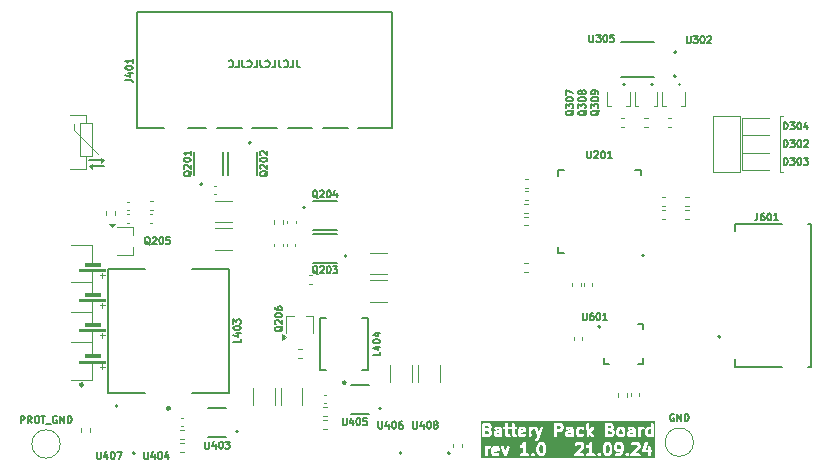
<source format=gbr>
%TF.GenerationSoftware,KiCad,Pcbnew,8.0.3*%
%TF.CreationDate,2024-09-21T22:38:29+02:00*%
%TF.ProjectId,Battery_pack,42617474-6572-4795-9f70-61636b2e6b69,1.0*%
%TF.SameCoordinates,Original*%
%TF.FileFunction,Legend,Top*%
%TF.FilePolarity,Positive*%
%FSLAX46Y46*%
G04 Gerber Fmt 4.6, Leading zero omitted, Abs format (unit mm)*
G04 Created by KiCad (PCBNEW 8.0.3) date 2024-09-21 22:38:29*
%MOMM*%
%LPD*%
G01*
G04 APERTURE LIST*
%ADD10C,0.250000*%
%ADD11C,0.150000*%
%ADD12C,0.152400*%
%ADD13C,0.100000*%
%ADD14C,0.140000*%
%ADD15C,0.120000*%
%ADD16C,0.127000*%
%ADD17C,0.200000*%
%ADD18C,0.210000*%
G04 APERTURE END LIST*
D10*
G36*
X146378077Y-131994507D02*
G01*
X146165836Y-132037996D01*
X146165792Y-132030557D01*
X146182438Y-131995680D01*
X146212752Y-131979821D01*
X146344226Y-131978351D01*
X146378077Y-131994507D01*
G37*
G36*
X150204744Y-131669356D02*
G01*
X150224909Y-131688493D01*
X150256636Y-131749139D01*
X150298881Y-131910626D01*
X150300778Y-132117913D01*
X150262054Y-132280297D01*
X150228623Y-132350345D01*
X150209487Y-132370510D01*
X150158197Y-132397343D01*
X150121432Y-132398081D01*
X150071447Y-132374225D01*
X150051280Y-132355087D01*
X150019553Y-132294441D01*
X149977308Y-132132954D01*
X149975411Y-131925667D01*
X150014135Y-131763280D01*
X150047565Y-131693236D01*
X150066702Y-131673071D01*
X150117992Y-131646238D01*
X150154758Y-131645500D01*
X150204744Y-131669356D01*
G37*
G36*
X155823792Y-131669356D02*
G01*
X155843957Y-131688493D01*
X155875684Y-131749139D01*
X155917929Y-131910626D01*
X155919826Y-132117913D01*
X155881102Y-132280297D01*
X155847671Y-132350345D01*
X155828535Y-132370510D01*
X155777245Y-132397343D01*
X155740480Y-132398081D01*
X155690495Y-132374225D01*
X155670328Y-132355087D01*
X155638601Y-132294441D01*
X155596356Y-132132954D01*
X155594459Y-131925667D01*
X155633183Y-131763280D01*
X155666613Y-131693236D01*
X155685750Y-131673071D01*
X155737040Y-131646238D01*
X155773806Y-131645500D01*
X155823792Y-131669356D01*
G37*
G36*
X156823792Y-131669356D02*
G01*
X156843957Y-131688493D01*
X156870396Y-131739030D01*
X156871466Y-131919536D01*
X156847672Y-131969391D01*
X156828535Y-131989557D01*
X156777723Y-132016140D01*
X156646250Y-132017610D01*
X156595256Y-131993272D01*
X156575090Y-131974135D01*
X156548563Y-131923430D01*
X156546925Y-131744465D01*
X156571375Y-131693236D01*
X156590512Y-131673071D01*
X156641324Y-131646488D01*
X156772798Y-131645018D01*
X156823792Y-131669356D01*
G37*
G36*
X145688542Y-130542823D02*
G01*
X145701098Y-130554739D01*
X145727769Y-130605720D01*
X145728976Y-130689770D01*
X145704812Y-130740401D01*
X145685676Y-130760566D01*
X145635139Y-130787005D01*
X145405661Y-130788365D01*
X145405013Y-130512203D01*
X145588429Y-130510972D01*
X145688542Y-130542823D01*
G37*
G36*
X145633314Y-130059412D02*
G01*
X145653479Y-130078549D01*
X145680312Y-130129839D01*
X145681050Y-130166604D01*
X145657194Y-130216590D01*
X145638057Y-130236756D01*
X145587479Y-130263216D01*
X145404432Y-130264446D01*
X145403897Y-130036021D01*
X145581800Y-130034826D01*
X145633314Y-130059412D01*
G37*
G36*
X146586270Y-130787103D02*
G01*
X146408388Y-130788731D01*
X146373889Y-130772266D01*
X146357779Y-130741470D01*
X146357041Y-130704706D01*
X146372913Y-130671450D01*
X146403120Y-130655647D01*
X146585687Y-130653976D01*
X146586270Y-130787103D01*
G37*
G36*
X148616172Y-130384563D02*
G01*
X148403931Y-130428052D01*
X148403887Y-130420613D01*
X148420533Y-130385736D01*
X148450847Y-130369877D01*
X148582321Y-130368407D01*
X148616172Y-130384563D01*
G37*
G36*
X152633891Y-130787103D02*
G01*
X152456009Y-130788731D01*
X152421510Y-130772266D01*
X152405400Y-130741470D01*
X152404662Y-130704706D01*
X152420534Y-130671450D01*
X152450741Y-130655647D01*
X152633308Y-130653976D01*
X152633891Y-130787103D01*
G37*
G36*
X156069497Y-130542823D02*
G01*
X156082053Y-130554739D01*
X156108724Y-130605720D01*
X156109931Y-130689770D01*
X156085767Y-130740401D01*
X156066631Y-130760566D01*
X156016094Y-130787005D01*
X155786616Y-130788365D01*
X155785968Y-130512203D01*
X155969384Y-130510972D01*
X156069497Y-130542823D01*
G37*
G36*
X156014269Y-130059412D02*
G01*
X156034434Y-130078549D01*
X156061267Y-130129839D01*
X156062005Y-130166604D01*
X156038149Y-130216590D01*
X156019012Y-130236756D01*
X155968434Y-130263216D01*
X155785387Y-130264446D01*
X155784852Y-130036021D01*
X155962755Y-130034826D01*
X156014269Y-130059412D01*
G37*
G36*
X156966650Y-130392745D02*
G01*
X156986815Y-130411882D01*
X157013304Y-130462514D01*
X157015058Y-130689006D01*
X156990529Y-130740401D01*
X156971393Y-130760566D01*
X156920412Y-130787237D01*
X156836362Y-130788444D01*
X156785734Y-130764281D01*
X156765567Y-130745143D01*
X156739078Y-130694511D01*
X156737324Y-130468018D01*
X156761852Y-130416625D01*
X156780989Y-130396460D01*
X156831970Y-130369789D01*
X156916020Y-130368582D01*
X156966650Y-130392745D01*
G37*
G36*
X157871987Y-130787103D02*
G01*
X157694105Y-130788731D01*
X157659606Y-130772266D01*
X157643496Y-130741470D01*
X157642758Y-130704706D01*
X157658630Y-130671450D01*
X157688837Y-130655647D01*
X157871404Y-130653976D01*
X157871987Y-130787103D01*
G37*
G36*
X159395123Y-130369971D02*
G01*
X159396101Y-130787156D01*
X159265299Y-130788619D01*
X159214306Y-130764281D01*
X159194139Y-130745143D01*
X159167650Y-130694511D01*
X159165896Y-130468018D01*
X159190424Y-130416625D01*
X159209561Y-130396460D01*
X159260373Y-130369877D01*
X159391847Y-130368407D01*
X159395123Y-130369971D01*
G37*
G36*
X151728554Y-130059412D02*
G01*
X151748719Y-130078549D01*
X151775390Y-130129530D01*
X151776597Y-130213580D01*
X151752434Y-130264209D01*
X151733297Y-130284375D01*
X151682760Y-130310814D01*
X151452165Y-130312181D01*
X151451518Y-130036118D01*
X151676947Y-130034782D01*
X151728554Y-130059412D01*
G37*
G36*
X159769049Y-132771791D02*
G01*
X145030951Y-132771791D01*
X145030951Y-131855124D01*
X145346428Y-131855124D01*
X145348830Y-132546177D01*
X145367494Y-132591237D01*
X145401982Y-132625725D01*
X145447042Y-132644389D01*
X145495814Y-132644389D01*
X145540874Y-132625725D01*
X145575362Y-132591237D01*
X145594026Y-132546177D01*
X145596428Y-132521791D01*
X145594882Y-132077089D01*
X145618993Y-132026569D01*
X145638130Y-132006404D01*
X145654230Y-131997981D01*
X145917857Y-131997981D01*
X145918953Y-132183044D01*
X145917857Y-132188588D01*
X145919021Y-132194408D01*
X145920001Y-132359809D01*
X145918838Y-132363299D01*
X145920129Y-132381468D01*
X145920259Y-132403319D01*
X145921977Y-132407468D01*
X145922296Y-132411948D01*
X145931053Y-132434834D01*
X145978128Y-132524817D01*
X145981881Y-132536076D01*
X145987266Y-132542285D01*
X145991726Y-132550810D01*
X146003568Y-132561081D01*
X146013837Y-132572921D01*
X146026170Y-132580685D01*
X146028571Y-132582767D01*
X146030498Y-132583409D01*
X146034574Y-132585975D01*
X146114814Y-132624271D01*
X146116268Y-132625725D01*
X146128317Y-132630716D01*
X146152698Y-132642352D01*
X146157178Y-132642670D01*
X146161328Y-132644389D01*
X146185714Y-132646791D01*
X146357730Y-132644867D01*
X146360556Y-132645810D01*
X146376809Y-132644654D01*
X146400576Y-132644389D01*
X146404724Y-132642670D01*
X146409206Y-132642352D01*
X146432092Y-132633594D01*
X146548067Y-132572921D01*
X146580023Y-132536076D01*
X146595446Y-132489806D01*
X146591988Y-132441156D01*
X146570177Y-132397533D01*
X146533332Y-132365577D01*
X146487061Y-132350154D01*
X146438412Y-132353611D01*
X146415526Y-132362369D01*
X146349151Y-132397093D01*
X146217678Y-132398563D01*
X146183414Y-132382210D01*
X146167698Y-132352167D01*
X146167333Y-132290547D01*
X146532044Y-132215817D01*
X146543433Y-132215817D01*
X146554582Y-132211198D01*
X146567002Y-132208654D01*
X146577176Y-132201840D01*
X146588493Y-132197153D01*
X146597245Y-132188400D01*
X146607527Y-132181515D01*
X146614319Y-132171326D01*
X146622981Y-132162665D01*
X146627717Y-132151229D01*
X146634582Y-132140933D01*
X146636958Y-132128920D01*
X146641645Y-132117605D01*
X146644047Y-132093219D01*
X146644044Y-132093095D01*
X146644046Y-132093088D01*
X146644044Y-132093078D01*
X146642483Y-132015358D01*
X146643065Y-132013614D01*
X146642205Y-132001522D01*
X146641645Y-131973595D01*
X146639926Y-131969445D01*
X146639608Y-131964965D01*
X146630850Y-131942079D01*
X146594916Y-131873393D01*
X146728723Y-131873393D01*
X146734663Y-131897166D01*
X146968952Y-132546444D01*
X146969240Y-132552234D01*
X146976802Y-132568199D01*
X146983222Y-132585990D01*
X146987432Y-132590641D01*
X146990119Y-132596313D01*
X147003678Y-132608588D01*
X147015954Y-132622148D01*
X147021626Y-132624834D01*
X147026277Y-132629045D01*
X147043501Y-132635196D01*
X147060032Y-132643027D01*
X147066297Y-132643338D01*
X147072207Y-132645449D01*
X147090482Y-132644540D01*
X147108745Y-132645448D01*
X147114651Y-132643338D01*
X147120919Y-132643027D01*
X147137451Y-132635196D01*
X147154675Y-132629045D01*
X147159326Y-132624834D01*
X147164998Y-132622148D01*
X147177273Y-132608588D01*
X147190833Y-132596313D01*
X147193519Y-132590641D01*
X147197730Y-132585990D01*
X147208194Y-132563833D01*
X147452228Y-131873393D01*
X147449807Y-131824681D01*
X147434266Y-131791871D01*
X148299791Y-131791871D01*
X148303249Y-131840521D01*
X148325061Y-131884144D01*
X148361906Y-131916100D01*
X148408176Y-131931524D01*
X148456826Y-131928066D01*
X148479712Y-131919308D01*
X148575448Y-131869222D01*
X148585329Y-131865130D01*
X148586579Y-132398438D01*
X148399424Y-132399193D01*
X148354364Y-132417857D01*
X148319876Y-132452345D01*
X148301212Y-132497405D01*
X148301212Y-132546177D01*
X148319876Y-132591237D01*
X148354364Y-132625725D01*
X148399424Y-132644389D01*
X148423810Y-132646791D01*
X149019624Y-132644389D01*
X149064684Y-132625725D01*
X149099172Y-132591237D01*
X149117836Y-132546177D01*
X149117836Y-132497405D01*
X149099172Y-132452345D01*
X149096612Y-132449785D01*
X149253593Y-132449785D01*
X149253593Y-132449786D01*
X149253593Y-132449787D01*
X149253593Y-132498560D01*
X149272258Y-132543619D01*
X149272262Y-132543623D01*
X149287803Y-132562560D01*
X149354363Y-132625724D01*
X149354364Y-132625725D01*
X149373362Y-132633594D01*
X149399423Y-132644389D01*
X149399424Y-132644389D01*
X149448196Y-132644389D01*
X149448197Y-132644389D01*
X149461394Y-132638922D01*
X149493256Y-132625725D01*
X149493261Y-132625719D01*
X149512198Y-132610179D01*
X149575362Y-132543619D01*
X149590880Y-132506157D01*
X149594027Y-132498560D01*
X149594027Y-132449786D01*
X149575363Y-132404727D01*
X149559818Y-132385784D01*
X149493257Y-132322619D01*
X149493256Y-132322618D01*
X149465340Y-132311055D01*
X149448198Y-132303954D01*
X149448196Y-132303954D01*
X149448195Y-132303954D01*
X149399422Y-132303954D01*
X149354362Y-132322619D01*
X149335421Y-132338165D01*
X149272257Y-132404727D01*
X149269266Y-132411948D01*
X149253593Y-132449785D01*
X149096612Y-132449785D01*
X149064684Y-132417857D01*
X149019624Y-132399193D01*
X148995238Y-132396791D01*
X148834232Y-132397440D01*
X148833072Y-131902743D01*
X149727381Y-131902743D01*
X149729494Y-132133704D01*
X149727529Y-132146914D01*
X149729753Y-132161957D01*
X149729783Y-132165224D01*
X149730487Y-132166925D01*
X149731113Y-132171155D01*
X149778615Y-132352741D01*
X149779439Y-132364330D01*
X149786416Y-132382563D01*
X149786977Y-132384706D01*
X149787513Y-132385430D01*
X149788197Y-132387216D01*
X149838281Y-132482950D01*
X149843685Y-132495997D01*
X149847605Y-132500774D01*
X149848870Y-132503191D01*
X149851364Y-132505354D01*
X149859230Y-132514939D01*
X149910557Y-132563649D01*
X149918599Y-132572921D01*
X149923732Y-132576152D01*
X149925790Y-132578105D01*
X149928843Y-132579369D01*
X149939336Y-132585975D01*
X150019576Y-132624271D01*
X150021030Y-132625725D01*
X150033079Y-132630716D01*
X150057460Y-132642352D01*
X150061940Y-132642670D01*
X150066090Y-132644389D01*
X150090476Y-132646791D01*
X150168333Y-132645227D01*
X150170080Y-132645810D01*
X150182186Y-132644949D01*
X150210100Y-132644389D01*
X150214248Y-132642670D01*
X150218730Y-132642352D01*
X150241616Y-132633594D01*
X150337348Y-132583510D01*
X150350399Y-132578105D01*
X150355176Y-132574184D01*
X150357591Y-132572921D01*
X150359753Y-132570427D01*
X150369341Y-132562559D01*
X150418042Y-132511237D01*
X150427320Y-132503191D01*
X150430555Y-132498051D01*
X150431169Y-132497404D01*
X152920260Y-132497404D01*
X152920260Y-132546178D01*
X152925726Y-132559375D01*
X152938924Y-132591237D01*
X152973412Y-132625725D01*
X153005273Y-132638922D01*
X153018471Y-132644389D01*
X153018472Y-132644389D01*
X153042858Y-132646791D01*
X153686291Y-132644389D01*
X153731351Y-132625725D01*
X153765839Y-132591237D01*
X153784503Y-132546177D01*
X153784503Y-132497405D01*
X153765839Y-132452345D01*
X153731351Y-132417857D01*
X153686291Y-132399193D01*
X153661905Y-132396791D01*
X153342219Y-132397984D01*
X153687264Y-132050941D01*
X153690926Y-132049111D01*
X153703501Y-132034610D01*
X153718219Y-132019808D01*
X153719937Y-132015658D01*
X153722881Y-132012265D01*
X153732871Y-131989890D01*
X153778620Y-131846093D01*
X153784503Y-131831891D01*
X153785114Y-131825680D01*
X153785923Y-131823140D01*
X153785689Y-131819848D01*
X153786905Y-131807505D01*
X153786591Y-131791871D01*
X153918839Y-131791871D01*
X153922297Y-131840521D01*
X153944109Y-131884144D01*
X153980954Y-131916100D01*
X154027224Y-131931524D01*
X154075874Y-131928066D01*
X154098760Y-131919308D01*
X154194496Y-131869222D01*
X154204377Y-131865130D01*
X154205627Y-132398438D01*
X154018472Y-132399193D01*
X153973412Y-132417857D01*
X153938924Y-132452345D01*
X153920260Y-132497405D01*
X153920260Y-132546177D01*
X153938924Y-132591237D01*
X153973412Y-132625725D01*
X154018472Y-132644389D01*
X154042858Y-132646791D01*
X154638672Y-132644389D01*
X154683732Y-132625725D01*
X154718220Y-132591237D01*
X154736884Y-132546177D01*
X154736884Y-132497405D01*
X154718220Y-132452345D01*
X154715660Y-132449785D01*
X154872641Y-132449785D01*
X154872641Y-132449786D01*
X154872641Y-132449787D01*
X154872641Y-132498560D01*
X154891306Y-132543619D01*
X154891310Y-132543623D01*
X154906851Y-132562560D01*
X154973411Y-132625724D01*
X154973412Y-132625725D01*
X154992410Y-132633594D01*
X155018471Y-132644389D01*
X155018472Y-132644389D01*
X155067244Y-132644389D01*
X155067245Y-132644389D01*
X155080442Y-132638922D01*
X155112304Y-132625725D01*
X155112309Y-132625719D01*
X155131246Y-132610179D01*
X155194410Y-132543619D01*
X155209928Y-132506157D01*
X155213075Y-132498560D01*
X155213075Y-132449786D01*
X155194411Y-132404727D01*
X155178866Y-132385784D01*
X155112305Y-132322619D01*
X155112304Y-132322618D01*
X155084388Y-132311055D01*
X155067246Y-132303954D01*
X155067244Y-132303954D01*
X155067243Y-132303954D01*
X155018470Y-132303954D01*
X154973410Y-132322619D01*
X154954469Y-132338165D01*
X154891305Y-132404727D01*
X154888314Y-132411948D01*
X154872641Y-132449785D01*
X154715660Y-132449785D01*
X154683732Y-132417857D01*
X154638672Y-132399193D01*
X154614286Y-132396791D01*
X154453280Y-132397440D01*
X154452120Y-131902743D01*
X155346429Y-131902743D01*
X155348542Y-132133704D01*
X155346577Y-132146914D01*
X155348801Y-132161957D01*
X155348831Y-132165224D01*
X155349535Y-132166925D01*
X155350161Y-132171155D01*
X155397663Y-132352741D01*
X155398487Y-132364330D01*
X155405464Y-132382563D01*
X155406025Y-132384706D01*
X155406561Y-132385430D01*
X155407245Y-132387216D01*
X155457329Y-132482950D01*
X155462733Y-132495997D01*
X155466653Y-132500774D01*
X155467918Y-132503191D01*
X155470412Y-132505354D01*
X155478278Y-132514939D01*
X155529605Y-132563649D01*
X155537647Y-132572921D01*
X155542780Y-132576152D01*
X155544838Y-132578105D01*
X155547891Y-132579369D01*
X155558384Y-132585975D01*
X155638624Y-132624271D01*
X155640078Y-132625725D01*
X155652127Y-132630716D01*
X155676508Y-132642352D01*
X155680988Y-132642670D01*
X155685138Y-132644389D01*
X155709524Y-132646791D01*
X155787381Y-132645227D01*
X155789128Y-132645810D01*
X155801234Y-132644949D01*
X155829148Y-132644389D01*
X155833296Y-132642670D01*
X155837778Y-132642352D01*
X155860664Y-132633594D01*
X155956396Y-132583510D01*
X155969447Y-132578105D01*
X155974224Y-132574184D01*
X155976639Y-132572921D01*
X155978801Y-132570427D01*
X155988389Y-132562559D01*
X156037090Y-132511237D01*
X156046368Y-132503191D01*
X156049603Y-132498051D01*
X156051553Y-132495997D01*
X156052815Y-132492948D01*
X156059422Y-132482454D01*
X156102115Y-132393000D01*
X156108261Y-132384706D01*
X156114774Y-132366475D01*
X156115799Y-132364330D01*
X156115862Y-132363430D01*
X156116506Y-132361631D01*
X156160476Y-132177242D01*
X156165455Y-132165224D01*
X156166941Y-132150134D01*
X156167709Y-132146915D01*
X156167437Y-132145092D01*
X156167857Y-132140838D01*
X156165743Y-131909876D01*
X156167709Y-131896666D01*
X156165484Y-131881623D01*
X156165455Y-131878357D01*
X156164750Y-131876655D01*
X156164125Y-131872426D01*
X156122228Y-131712267D01*
X156298810Y-131712267D01*
X156300817Y-131931648D01*
X156299791Y-131934728D01*
X156301001Y-131951760D01*
X156301212Y-131974748D01*
X156302930Y-131978896D01*
X156303249Y-131983378D01*
X156312007Y-132006264D01*
X156362092Y-132102000D01*
X156367496Y-132115046D01*
X156371415Y-132119822D01*
X156372680Y-132122239D01*
X156375174Y-132124402D01*
X156383041Y-132133988D01*
X156434365Y-132182693D01*
X156442409Y-132191968D01*
X156447545Y-132195201D01*
X156449601Y-132197152D01*
X156452651Y-132198415D01*
X156463146Y-132205022D01*
X156543386Y-132243318D01*
X156544840Y-132244772D01*
X156556889Y-132249763D01*
X156581270Y-132261399D01*
X156585750Y-132261717D01*
X156589900Y-132263436D01*
X156614286Y-132265838D01*
X156786302Y-132263914D01*
X156789128Y-132264857D01*
X156805381Y-132263701D01*
X156811627Y-132263631D01*
X156761633Y-132340649D01*
X156733297Y-132370510D01*
X156682485Y-132397093D01*
X156494662Y-132399193D01*
X156449602Y-132417857D01*
X156415114Y-132452345D01*
X156396450Y-132497405D01*
X156396450Y-132546177D01*
X156415114Y-132591237D01*
X156449602Y-132625725D01*
X156494662Y-132644389D01*
X156519048Y-132646791D01*
X156691064Y-132644867D01*
X156693890Y-132645810D01*
X156710143Y-132644654D01*
X156733910Y-132644389D01*
X156738058Y-132642670D01*
X156742540Y-132642352D01*
X156765426Y-132633594D01*
X156861158Y-132583510D01*
X156874209Y-132578105D01*
X156878986Y-132574184D01*
X156881401Y-132572921D01*
X156883563Y-132570427D01*
X156893151Y-132562559D01*
X156934179Y-132519323D01*
X156940862Y-132514848D01*
X156956200Y-132496117D01*
X156956315Y-132495997D01*
X156956330Y-132495958D01*
X156956387Y-132495890D01*
X156986314Y-132449785D01*
X157253593Y-132449785D01*
X157253593Y-132449786D01*
X157253593Y-132449787D01*
X157253593Y-132498560D01*
X157272258Y-132543619D01*
X157272262Y-132543623D01*
X157287803Y-132562560D01*
X157354363Y-132625724D01*
X157354364Y-132625725D01*
X157373362Y-132633594D01*
X157399423Y-132644389D01*
X157399424Y-132644389D01*
X157448196Y-132644389D01*
X157448197Y-132644389D01*
X157461394Y-132638922D01*
X157493256Y-132625725D01*
X157493261Y-132625719D01*
X157512198Y-132610179D01*
X157575362Y-132543619D01*
X157590880Y-132506157D01*
X157594027Y-132498560D01*
X157594027Y-132497404D01*
X157682164Y-132497404D01*
X157682164Y-132546178D01*
X157687630Y-132559375D01*
X157700828Y-132591237D01*
X157735316Y-132625725D01*
X157767177Y-132638922D01*
X157780375Y-132644389D01*
X157780376Y-132644389D01*
X157804762Y-132646791D01*
X158448195Y-132644389D01*
X158493255Y-132625725D01*
X158527743Y-132591237D01*
X158546407Y-132546177D01*
X158546407Y-132497405D01*
X158527743Y-132452345D01*
X158493255Y-132417857D01*
X158448195Y-132399193D01*
X158423809Y-132396791D01*
X158104123Y-132397984D01*
X158327988Y-132172823D01*
X158680744Y-132172823D01*
X158682164Y-132192806D01*
X158682164Y-132212843D01*
X158683882Y-132216992D01*
X158684201Y-132221472D01*
X158693160Y-132239390D01*
X158700828Y-132257903D01*
X158704004Y-132261079D01*
X158706013Y-132265097D01*
X158721147Y-132278222D01*
X158735316Y-132292391D01*
X158739467Y-132294110D01*
X158742859Y-132297052D01*
X158761860Y-132303385D01*
X158780376Y-132311055D01*
X158786752Y-132311683D01*
X158789128Y-132312475D01*
X158792418Y-132312241D01*
X158804762Y-132313457D01*
X159157540Y-132312140D01*
X159158354Y-132546177D01*
X159177018Y-132591237D01*
X159211506Y-132625725D01*
X159256566Y-132644389D01*
X159305338Y-132644389D01*
X159350398Y-132625725D01*
X159384886Y-132591237D01*
X159403550Y-132546177D01*
X159405952Y-132521791D01*
X159405220Y-132311215D01*
X159448195Y-132311055D01*
X159493255Y-132292391D01*
X159527743Y-132257903D01*
X159546407Y-132212843D01*
X159546407Y-132164071D01*
X159527743Y-132119011D01*
X159493255Y-132084523D01*
X159448195Y-132065859D01*
X159423809Y-132063457D01*
X159404359Y-132063529D01*
X159403550Y-131830738D01*
X159384886Y-131785678D01*
X159350398Y-131751190D01*
X159305338Y-131732526D01*
X159256566Y-131732526D01*
X159211506Y-131751190D01*
X159177018Y-131785678D01*
X159158354Y-131830738D01*
X159155952Y-131855124D01*
X159156679Y-132064454D01*
X158977075Y-132065124D01*
X159166875Y-131489807D01*
X159163418Y-131441157D01*
X159141606Y-131397533D01*
X159104760Y-131365577D01*
X159058491Y-131350154D01*
X159009841Y-131353611D01*
X158966217Y-131375423D01*
X158934262Y-131412269D01*
X158924271Y-131434644D01*
X158689373Y-132146665D01*
X158682164Y-132164071D01*
X158682164Y-132168518D01*
X158680744Y-132172823D01*
X158327988Y-132172823D01*
X158449168Y-132050941D01*
X158452830Y-132049111D01*
X158465405Y-132034610D01*
X158480123Y-132019808D01*
X158481841Y-132015658D01*
X158484785Y-132012265D01*
X158494775Y-131989890D01*
X158540524Y-131846093D01*
X158546407Y-131831891D01*
X158547018Y-131825680D01*
X158547827Y-131823140D01*
X158547593Y-131819848D01*
X158548809Y-131807505D01*
X158547245Y-131729644D01*
X158547827Y-131727900D01*
X158546967Y-131715808D01*
X158546407Y-131687881D01*
X158544688Y-131683731D01*
X158544370Y-131679251D01*
X158535612Y-131656365D01*
X158485528Y-131560631D01*
X158480123Y-131547582D01*
X158476201Y-131542804D01*
X158474939Y-131540390D01*
X158472447Y-131538228D01*
X158464578Y-131528640D01*
X158413256Y-131479938D01*
X158405210Y-131470661D01*
X158400070Y-131467425D01*
X158398017Y-131465477D01*
X158394970Y-131464215D01*
X158384472Y-131457606D01*
X158304232Y-131419310D01*
X158302779Y-131417857D01*
X158290730Y-131412866D01*
X158266349Y-131401230D01*
X158261867Y-131400911D01*
X158257719Y-131399193D01*
X158233333Y-131396791D01*
X158013948Y-131398798D01*
X158010871Y-131397773D01*
X157993849Y-131398982D01*
X157970852Y-131399193D01*
X157966702Y-131400911D01*
X157962222Y-131401230D01*
X157939336Y-131409988D01*
X157843602Y-131460071D01*
X157830553Y-131465477D01*
X157825775Y-131469398D01*
X157823361Y-131470661D01*
X157821199Y-131473152D01*
X157811611Y-131481022D01*
X157748448Y-131547583D01*
X157729783Y-131592642D01*
X157729783Y-131641416D01*
X157748448Y-131686475D01*
X157782935Y-131720962D01*
X157827994Y-131739627D01*
X157876768Y-131739627D01*
X157921827Y-131720962D01*
X157940769Y-131705417D01*
X157971464Y-131673071D01*
X158022169Y-131646544D01*
X158201134Y-131644906D01*
X158252363Y-131669356D01*
X158272528Y-131688493D01*
X158299361Y-131739783D01*
X158300242Y-131783633D01*
X158269444Y-131880438D01*
X157701001Y-132452171D01*
X157700828Y-132452345D01*
X157691648Y-132474509D01*
X157682164Y-132497404D01*
X157594027Y-132497404D01*
X157594027Y-132449786D01*
X157575363Y-132404727D01*
X157559818Y-132385784D01*
X157493257Y-132322619D01*
X157493256Y-132322618D01*
X157465340Y-132311055D01*
X157448198Y-132303954D01*
X157448196Y-132303954D01*
X157448195Y-132303954D01*
X157399422Y-132303954D01*
X157354362Y-132322619D01*
X157335421Y-132338165D01*
X157272257Y-132404727D01*
X157269266Y-132411948D01*
X157253593Y-132449785D01*
X156986314Y-132449785D01*
X157051174Y-132349865D01*
X157060642Y-132337087D01*
X157062078Y-132333067D01*
X157063154Y-132331410D01*
X157063753Y-132328378D01*
X157068887Y-132314012D01*
X157112857Y-132129623D01*
X157117836Y-132117605D01*
X157119322Y-132102515D01*
X157120090Y-132099296D01*
X157119818Y-132097473D01*
X157120238Y-132093219D01*
X157118093Y-131731386D01*
X157119256Y-131727900D01*
X157117965Y-131709739D01*
X157117836Y-131687881D01*
X157116117Y-131683731D01*
X157115799Y-131679251D01*
X157107041Y-131656365D01*
X157056957Y-131560631D01*
X157051552Y-131547582D01*
X157047630Y-131542804D01*
X157046368Y-131540390D01*
X157043876Y-131538228D01*
X157036007Y-131528640D01*
X156984685Y-131479938D01*
X156976639Y-131470661D01*
X156971499Y-131467425D01*
X156969446Y-131465477D01*
X156966399Y-131464215D01*
X156955901Y-131457606D01*
X156875661Y-131419310D01*
X156874208Y-131417857D01*
X156862159Y-131412866D01*
X156837778Y-131401230D01*
X156833296Y-131400911D01*
X156829148Y-131399193D01*
X156804762Y-131396791D01*
X156632742Y-131398714D01*
X156629919Y-131397773D01*
X156613676Y-131398927D01*
X156589900Y-131399193D01*
X156585750Y-131400911D01*
X156581270Y-131401230D01*
X156558384Y-131409988D01*
X156462650Y-131460071D01*
X156449601Y-131465477D01*
X156444823Y-131469398D01*
X156442409Y-131470661D01*
X156440247Y-131473152D01*
X156430659Y-131481022D01*
X156381957Y-131532343D01*
X156372680Y-131540390D01*
X156369444Y-131545529D01*
X156367496Y-131547583D01*
X156366234Y-131550629D01*
X156359625Y-131561128D01*
X156321329Y-131641367D01*
X156319876Y-131642821D01*
X156314885Y-131654869D01*
X156303249Y-131679251D01*
X156302930Y-131683732D01*
X156301212Y-131687881D01*
X156298810Y-131712267D01*
X156122228Y-131712267D01*
X156116622Y-131690837D01*
X156115799Y-131679251D01*
X156108821Y-131661017D01*
X156108261Y-131658875D01*
X156107724Y-131658150D01*
X156107041Y-131656365D01*
X156056957Y-131560631D01*
X156051552Y-131547582D01*
X156047630Y-131542804D01*
X156046368Y-131540390D01*
X156043876Y-131538228D01*
X156036007Y-131528640D01*
X155984685Y-131479938D01*
X155976639Y-131470661D01*
X155971499Y-131467425D01*
X155969446Y-131465477D01*
X155966399Y-131464215D01*
X155955901Y-131457606D01*
X155875661Y-131419310D01*
X155874208Y-131417857D01*
X155862159Y-131412866D01*
X155837778Y-131401230D01*
X155833296Y-131400911D01*
X155829148Y-131399193D01*
X155804762Y-131396791D01*
X155726901Y-131398354D01*
X155725157Y-131397773D01*
X155713065Y-131398632D01*
X155685138Y-131399193D01*
X155680988Y-131400911D01*
X155676508Y-131401230D01*
X155653622Y-131409988D01*
X155557888Y-131460071D01*
X155544839Y-131465477D01*
X155540061Y-131469398D01*
X155537647Y-131470661D01*
X155535485Y-131473152D01*
X155525897Y-131481022D01*
X155477195Y-131532343D01*
X155467918Y-131540390D01*
X155464682Y-131545529D01*
X155462734Y-131547583D01*
X155461472Y-131550629D01*
X155454863Y-131561128D01*
X155412170Y-131650580D01*
X155406025Y-131658875D01*
X155399511Y-131677105D01*
X155398487Y-131679251D01*
X155398423Y-131680150D01*
X155397780Y-131681950D01*
X155353809Y-131866337D01*
X155348831Y-131878357D01*
X155347344Y-131893448D01*
X155346577Y-131896667D01*
X155346848Y-131898488D01*
X155346429Y-131902743D01*
X154452120Y-131902743D01*
X154451254Y-131533375D01*
X154453572Y-131521660D01*
X154451199Y-131509795D01*
X154451170Y-131497405D01*
X154446434Y-131485972D01*
X154444007Y-131473834D01*
X154437191Y-131463657D01*
X154432506Y-131452345D01*
X154423755Y-131443594D01*
X154416868Y-131433310D01*
X154406677Y-131426516D01*
X154398018Y-131417857D01*
X154386585Y-131413121D01*
X154376287Y-131406256D01*
X154364271Y-131403878D01*
X154352958Y-131399193D01*
X154340584Y-131399193D01*
X154328442Y-131396791D01*
X154316432Y-131399193D01*
X154304186Y-131399193D01*
X154292752Y-131403928D01*
X154280616Y-131406356D01*
X154270440Y-131413170D01*
X154259126Y-131417857D01*
X154250375Y-131426607D01*
X154240091Y-131433495D01*
X154224728Y-131452254D01*
X154224638Y-131452345D01*
X154224621Y-131452385D01*
X154224566Y-131452453D01*
X154142693Y-131578581D01*
X154068111Y-131655450D01*
X153966219Y-131708756D01*
X153934263Y-131745601D01*
X153918839Y-131791871D01*
X153786591Y-131791871D01*
X153785341Y-131729644D01*
X153785923Y-131727900D01*
X153785063Y-131715808D01*
X153784503Y-131687881D01*
X153782784Y-131683731D01*
X153782466Y-131679251D01*
X153773708Y-131656365D01*
X153723624Y-131560631D01*
X153718219Y-131547582D01*
X153714297Y-131542804D01*
X153713035Y-131540390D01*
X153710543Y-131538228D01*
X153702674Y-131528640D01*
X153651352Y-131479938D01*
X153643306Y-131470661D01*
X153638166Y-131467425D01*
X153636113Y-131465477D01*
X153633066Y-131464215D01*
X153622568Y-131457606D01*
X153542328Y-131419310D01*
X153540875Y-131417857D01*
X153528826Y-131412866D01*
X153504445Y-131401230D01*
X153499963Y-131400911D01*
X153495815Y-131399193D01*
X153471429Y-131396791D01*
X153252044Y-131398798D01*
X153248967Y-131397773D01*
X153231945Y-131398982D01*
X153208948Y-131399193D01*
X153204798Y-131400911D01*
X153200318Y-131401230D01*
X153177432Y-131409988D01*
X153081698Y-131460071D01*
X153068649Y-131465477D01*
X153063871Y-131469398D01*
X153061457Y-131470661D01*
X153059295Y-131473152D01*
X153049707Y-131481022D01*
X152986544Y-131547583D01*
X152967879Y-131592642D01*
X152967879Y-131641416D01*
X152986544Y-131686475D01*
X153021031Y-131720962D01*
X153066090Y-131739627D01*
X153114864Y-131739627D01*
X153159923Y-131720962D01*
X153178865Y-131705417D01*
X153209560Y-131673071D01*
X153260265Y-131646544D01*
X153439230Y-131644906D01*
X153490459Y-131669356D01*
X153510624Y-131688493D01*
X153537457Y-131739783D01*
X153538338Y-131783633D01*
X153507540Y-131880438D01*
X152939097Y-132452171D01*
X152938924Y-132452345D01*
X152929744Y-132474509D01*
X152920260Y-132497404D01*
X150431169Y-132497404D01*
X150432505Y-132495997D01*
X150433767Y-132492948D01*
X150440374Y-132482454D01*
X150483067Y-132393000D01*
X150489213Y-132384706D01*
X150495726Y-132366475D01*
X150496751Y-132364330D01*
X150496814Y-132363430D01*
X150497458Y-132361631D01*
X150541428Y-132177242D01*
X150546407Y-132165224D01*
X150547893Y-132150134D01*
X150548661Y-132146915D01*
X150548389Y-132145092D01*
X150548809Y-132140838D01*
X150546695Y-131909876D01*
X150548661Y-131896666D01*
X150546436Y-131881623D01*
X150546407Y-131878357D01*
X150545702Y-131876655D01*
X150545077Y-131872426D01*
X150497574Y-131690837D01*
X150496751Y-131679251D01*
X150489773Y-131661017D01*
X150489213Y-131658875D01*
X150488676Y-131658150D01*
X150487993Y-131656365D01*
X150437909Y-131560631D01*
X150432504Y-131547582D01*
X150428582Y-131542804D01*
X150427320Y-131540390D01*
X150424828Y-131538228D01*
X150416959Y-131528640D01*
X150365637Y-131479938D01*
X150357591Y-131470661D01*
X150352451Y-131467425D01*
X150350398Y-131465477D01*
X150347351Y-131464215D01*
X150336853Y-131457606D01*
X150256613Y-131419310D01*
X150255160Y-131417857D01*
X150243111Y-131412866D01*
X150218730Y-131401230D01*
X150214248Y-131400911D01*
X150210100Y-131399193D01*
X150185714Y-131396791D01*
X150107853Y-131398354D01*
X150106109Y-131397773D01*
X150094017Y-131398632D01*
X150066090Y-131399193D01*
X150061940Y-131400911D01*
X150057460Y-131401230D01*
X150034574Y-131409988D01*
X149938840Y-131460071D01*
X149925791Y-131465477D01*
X149921013Y-131469398D01*
X149918599Y-131470661D01*
X149916437Y-131473152D01*
X149906849Y-131481022D01*
X149858147Y-131532343D01*
X149848870Y-131540390D01*
X149845634Y-131545529D01*
X149843686Y-131547583D01*
X149842424Y-131550629D01*
X149835815Y-131561128D01*
X149793122Y-131650580D01*
X149786977Y-131658875D01*
X149780463Y-131677105D01*
X149779439Y-131679251D01*
X149779375Y-131680150D01*
X149778732Y-131681950D01*
X149734761Y-131866337D01*
X149729783Y-131878357D01*
X149728296Y-131893448D01*
X149727529Y-131896667D01*
X149727800Y-131898488D01*
X149727381Y-131902743D01*
X148833072Y-131902743D01*
X148832206Y-131533375D01*
X148834524Y-131521660D01*
X148832151Y-131509795D01*
X148832122Y-131497405D01*
X148827386Y-131485972D01*
X148824959Y-131473834D01*
X148818143Y-131463657D01*
X148813458Y-131452345D01*
X148804707Y-131443594D01*
X148797820Y-131433310D01*
X148787629Y-131426516D01*
X148778970Y-131417857D01*
X148767537Y-131413121D01*
X148757239Y-131406256D01*
X148745223Y-131403878D01*
X148733910Y-131399193D01*
X148721536Y-131399193D01*
X148709394Y-131396791D01*
X148697384Y-131399193D01*
X148685138Y-131399193D01*
X148673704Y-131403928D01*
X148661568Y-131406356D01*
X148651392Y-131413170D01*
X148640078Y-131417857D01*
X148631327Y-131426607D01*
X148621043Y-131433495D01*
X148605680Y-131452254D01*
X148605590Y-131452345D01*
X148605573Y-131452385D01*
X148605518Y-131452453D01*
X148523645Y-131578581D01*
X148449063Y-131655450D01*
X148347171Y-131708756D01*
X148315215Y-131745601D01*
X148299791Y-131791871D01*
X147434266Y-131791871D01*
X147428928Y-131780602D01*
X147392770Y-131747870D01*
X147346840Y-131731467D01*
X147298127Y-131733888D01*
X147254049Y-131754767D01*
X147221317Y-131790925D01*
X147210853Y-131813082D01*
X147090500Y-132153589D01*
X146959635Y-131790925D01*
X146926903Y-131754767D01*
X146882824Y-131733888D01*
X146834112Y-131731466D01*
X146788182Y-131747870D01*
X146752024Y-131780602D01*
X146731145Y-131824681D01*
X146728723Y-131873393D01*
X146594916Y-131873393D01*
X146583775Y-131852098D01*
X146580023Y-131840839D01*
X146574636Y-131834628D01*
X146570177Y-131826104D01*
X146558336Y-131815834D01*
X146548067Y-131803994D01*
X146535729Y-131796227D01*
X146533332Y-131794148D01*
X146531407Y-131793506D01*
X146527329Y-131790939D01*
X146447089Y-131752643D01*
X146445636Y-131751190D01*
X146433587Y-131746199D01*
X146409206Y-131734563D01*
X146404724Y-131734244D01*
X146400576Y-131732526D01*
X146376190Y-131730124D01*
X146204170Y-131732047D01*
X146201347Y-131731106D01*
X146185104Y-131732260D01*
X146161328Y-131732526D01*
X146157178Y-131734244D01*
X146152698Y-131734563D01*
X146129812Y-131743321D01*
X146039831Y-131790395D01*
X146028572Y-131794148D01*
X146022361Y-131799534D01*
X146013837Y-131803994D01*
X146003567Y-131815834D01*
X145991727Y-131826104D01*
X145983960Y-131838441D01*
X145981881Y-131840839D01*
X145981239Y-131842763D01*
X145978672Y-131846842D01*
X145940376Y-131927081D01*
X145938923Y-131928535D01*
X145933932Y-131940583D01*
X145922296Y-131964965D01*
X145921977Y-131969446D01*
X145920259Y-131973595D01*
X145917857Y-131997981D01*
X145654230Y-131997981D01*
X145689420Y-131979571D01*
X145781528Y-131977722D01*
X145826588Y-131959058D01*
X145861076Y-131924570D01*
X145879740Y-131879510D01*
X145879740Y-131830738D01*
X145861076Y-131785678D01*
X145826588Y-131751190D01*
X145781528Y-131732526D01*
X145757142Y-131730124D01*
X145679281Y-131731687D01*
X145677537Y-131731106D01*
X145665445Y-131731965D01*
X145637518Y-131732526D01*
X145633368Y-131734244D01*
X145628888Y-131734563D01*
X145606002Y-131743321D01*
X145558077Y-131768393D01*
X145540874Y-131751190D01*
X145495814Y-131732526D01*
X145447042Y-131732526D01*
X145401982Y-131751190D01*
X145367494Y-131785678D01*
X145348830Y-131830738D01*
X145346428Y-131855124D01*
X145030951Y-131855124D01*
X145030951Y-129911847D01*
X145155951Y-129911847D01*
X145158353Y-130936233D01*
X145177017Y-130981293D01*
X145211505Y-131015781D01*
X145256565Y-131034445D01*
X145280951Y-131036847D01*
X145642779Y-131034702D01*
X145646269Y-131035866D01*
X145664439Y-131034574D01*
X145686289Y-131034445D01*
X145690437Y-131032726D01*
X145694919Y-131032408D01*
X145717805Y-131023650D01*
X145813537Y-130973566D01*
X145826588Y-130968161D01*
X145831365Y-130964240D01*
X145833780Y-130962977D01*
X145835942Y-130960483D01*
X145845530Y-130952615D01*
X145894231Y-130901293D01*
X145903509Y-130893247D01*
X145906744Y-130888107D01*
X145908694Y-130886053D01*
X145909956Y-130883004D01*
X145916563Y-130872510D01*
X145954859Y-130792269D01*
X145956313Y-130790816D01*
X145961304Y-130778766D01*
X145972940Y-130754386D01*
X145973258Y-130749905D01*
X145974977Y-130745756D01*
X145977379Y-130721370D01*
X145976695Y-130673751D01*
X146108332Y-130673751D01*
X146109895Y-130751608D01*
X146109313Y-130753355D01*
X146110173Y-130765460D01*
X146110734Y-130793375D01*
X146112452Y-130797524D01*
X146112771Y-130802004D01*
X146121528Y-130824890D01*
X146168603Y-130914873D01*
X146172356Y-130926132D01*
X146177741Y-130932341D01*
X146182201Y-130940866D01*
X146194043Y-130951137D01*
X146204312Y-130962977D01*
X146216645Y-130970741D01*
X146219046Y-130972823D01*
X146220973Y-130973465D01*
X146225049Y-130976031D01*
X146305289Y-131014327D01*
X146306743Y-131015781D01*
X146318792Y-131020772D01*
X146343173Y-131032408D01*
X146347653Y-131032726D01*
X146351803Y-131034445D01*
X146376189Y-131036847D01*
X146595570Y-131034839D01*
X146598650Y-131035866D01*
X146615682Y-131034655D01*
X146638670Y-131034445D01*
X146642818Y-131032726D01*
X146647300Y-131032408D01*
X146664410Y-131025860D01*
X146685136Y-131034445D01*
X146733908Y-131034445D01*
X146778968Y-131015781D01*
X146813456Y-130981293D01*
X146832120Y-130936233D01*
X146834522Y-130911847D01*
X146832723Y-130501358D01*
X146833540Y-130498909D01*
X146832658Y-130486504D01*
X146832311Y-130407355D01*
X146833540Y-130403670D01*
X146832213Y-130385003D01*
X146832120Y-130363651D01*
X146830401Y-130359501D01*
X146830083Y-130355021D01*
X146821325Y-130332135D01*
X146774250Y-130242154D01*
X146770498Y-130230895D01*
X146765111Y-130224684D01*
X146763076Y-130220794D01*
X146920258Y-130220794D01*
X146920258Y-130269566D01*
X146938922Y-130314626D01*
X146973410Y-130349114D01*
X147018470Y-130367778D01*
X147042856Y-130370180D01*
X147061961Y-130370066D01*
X147062995Y-130749451D01*
X147061694Y-130753355D01*
X147063058Y-130772548D01*
X147063115Y-130793375D01*
X147064833Y-130797524D01*
X147065152Y-130802004D01*
X147073909Y-130824890D01*
X147120984Y-130914873D01*
X147124737Y-130926132D01*
X147130122Y-130932341D01*
X147134582Y-130940866D01*
X147146424Y-130951137D01*
X147156693Y-130962977D01*
X147169026Y-130970741D01*
X147171427Y-130972823D01*
X147173354Y-130973465D01*
X147177430Y-130976031D01*
X147257670Y-131014327D01*
X147259124Y-131015781D01*
X147271173Y-131020772D01*
X147295554Y-131032408D01*
X147300034Y-131032726D01*
X147304184Y-131034445D01*
X147328570Y-131036847D01*
X147448194Y-131034445D01*
X147493254Y-131015781D01*
X147527742Y-130981293D01*
X147546406Y-130936233D01*
X147546406Y-130887461D01*
X147527742Y-130842401D01*
X147493254Y-130807913D01*
X147448194Y-130789249D01*
X147423808Y-130786847D01*
X147359526Y-130788137D01*
X147326270Y-130772266D01*
X147310640Y-130742388D01*
X147309622Y-130368599D01*
X147448194Y-130367778D01*
X147493254Y-130349114D01*
X147519046Y-130323321D01*
X147544839Y-130349114D01*
X147589899Y-130367778D01*
X147614285Y-130370180D01*
X147633390Y-130370066D01*
X147634424Y-130749451D01*
X147633123Y-130753355D01*
X147634487Y-130772548D01*
X147634544Y-130793375D01*
X147636262Y-130797524D01*
X147636581Y-130802004D01*
X147645338Y-130824890D01*
X147692413Y-130914873D01*
X147696166Y-130926132D01*
X147701551Y-130932341D01*
X147706011Y-130940866D01*
X147717853Y-130951137D01*
X147728122Y-130962977D01*
X147740455Y-130970741D01*
X147742856Y-130972823D01*
X147744783Y-130973465D01*
X147748859Y-130976031D01*
X147829099Y-131014327D01*
X147830553Y-131015781D01*
X147842602Y-131020772D01*
X147866983Y-131032408D01*
X147871463Y-131032726D01*
X147875613Y-131034445D01*
X147899999Y-131036847D01*
X148019623Y-131034445D01*
X148064683Y-131015781D01*
X148099171Y-130981293D01*
X148117835Y-130936233D01*
X148117835Y-130887461D01*
X148099171Y-130842401D01*
X148064683Y-130807913D01*
X148019623Y-130789249D01*
X147995237Y-130786847D01*
X147930955Y-130788137D01*
X147897699Y-130772266D01*
X147882069Y-130742388D01*
X147881104Y-130388037D01*
X148155952Y-130388037D01*
X148157048Y-130573100D01*
X148155952Y-130578644D01*
X148157116Y-130584464D01*
X148158096Y-130749865D01*
X148156933Y-130753355D01*
X148158224Y-130771524D01*
X148158354Y-130793375D01*
X148160072Y-130797524D01*
X148160391Y-130802004D01*
X148169148Y-130824890D01*
X148216223Y-130914873D01*
X148219976Y-130926132D01*
X148225361Y-130932341D01*
X148229821Y-130940866D01*
X148241663Y-130951137D01*
X148251932Y-130962977D01*
X148264265Y-130970741D01*
X148266666Y-130972823D01*
X148268593Y-130973465D01*
X148272669Y-130976031D01*
X148352909Y-131014327D01*
X148354363Y-131015781D01*
X148366412Y-131020772D01*
X148390793Y-131032408D01*
X148395273Y-131032726D01*
X148399423Y-131034445D01*
X148423809Y-131036847D01*
X148595825Y-131034923D01*
X148598651Y-131035866D01*
X148614904Y-131034710D01*
X148638671Y-131034445D01*
X148642819Y-131032726D01*
X148647301Y-131032408D01*
X148670187Y-131023650D01*
X148786162Y-130962977D01*
X148818118Y-130926132D01*
X148833541Y-130879862D01*
X148830083Y-130831212D01*
X148808272Y-130787589D01*
X148771427Y-130755633D01*
X148725156Y-130740210D01*
X148676507Y-130743667D01*
X148653621Y-130752425D01*
X148587246Y-130787149D01*
X148455773Y-130788619D01*
X148421509Y-130772266D01*
X148405793Y-130742223D01*
X148405428Y-130680603D01*
X148770139Y-130605873D01*
X148781528Y-130605873D01*
X148792677Y-130601254D01*
X148805097Y-130598710D01*
X148815271Y-130591896D01*
X148826588Y-130587209D01*
X148835340Y-130578456D01*
X148845622Y-130571571D01*
X148852414Y-130561382D01*
X148861076Y-130552721D01*
X148865812Y-130541285D01*
X148872677Y-130530989D01*
X148875053Y-130518976D01*
X148879740Y-130507661D01*
X148882142Y-130483275D01*
X148882139Y-130483151D01*
X148882141Y-130483144D01*
X148882139Y-130483134D01*
X148880578Y-130405414D01*
X148881160Y-130403670D01*
X148880300Y-130391578D01*
X148879740Y-130363651D01*
X148878021Y-130359501D01*
X148877703Y-130355021D01*
X148868945Y-130332135D01*
X148823453Y-130245180D01*
X149060714Y-130245180D01*
X149063116Y-130936233D01*
X149081780Y-130981293D01*
X149116268Y-131015781D01*
X149161328Y-131034445D01*
X149210100Y-131034445D01*
X149255160Y-131015781D01*
X149289648Y-130981293D01*
X149308312Y-130936233D01*
X149310714Y-130911847D01*
X149309168Y-130467145D01*
X149333279Y-130416625D01*
X149352416Y-130396460D01*
X149403706Y-130369627D01*
X149495814Y-130367778D01*
X149540874Y-130349114D01*
X149575362Y-130314626D01*
X149589889Y-130279552D01*
X149591806Y-130287222D01*
X149815396Y-130906852D01*
X149748801Y-131077561D01*
X149733297Y-131093899D01*
X149632885Y-131146431D01*
X149600929Y-131183276D01*
X149585505Y-131229546D01*
X149588963Y-131278196D01*
X149610775Y-131321819D01*
X149647620Y-131353775D01*
X149693890Y-131369199D01*
X149742540Y-131365741D01*
X149765426Y-131356983D01*
X149861162Y-131306897D01*
X149874208Y-131301494D01*
X149878984Y-131297574D01*
X149881401Y-131296310D01*
X149883564Y-131293815D01*
X149893150Y-131285949D01*
X149956314Y-131219389D01*
X149956610Y-131218672D01*
X149957154Y-131218116D01*
X149968441Y-131196366D01*
X150054024Y-130976983D01*
X150054873Y-130976046D01*
X150065337Y-130953889D01*
X150309371Y-130263449D01*
X150306950Y-130214737D01*
X150286071Y-130170658D01*
X150249913Y-130137926D01*
X150203983Y-130121523D01*
X150155270Y-130123944D01*
X150111192Y-130144823D01*
X150078460Y-130180981D01*
X150067996Y-130203138D01*
X149947643Y-130543645D01*
X149816778Y-130180981D01*
X149784046Y-130144823D01*
X149739967Y-130123944D01*
X149691255Y-130121522D01*
X149645325Y-130137926D01*
X149609167Y-130170658D01*
X149590010Y-130211100D01*
X149575362Y-130175734D01*
X149540874Y-130141246D01*
X149495814Y-130122582D01*
X149471428Y-130120180D01*
X149393567Y-130121743D01*
X149391823Y-130121162D01*
X149379731Y-130122021D01*
X149351804Y-130122582D01*
X149347654Y-130124300D01*
X149343174Y-130124619D01*
X149320288Y-130133377D01*
X149272363Y-130158449D01*
X149255160Y-130141246D01*
X149210100Y-130122582D01*
X149161328Y-130122582D01*
X149116268Y-130141246D01*
X149081780Y-130175734D01*
X149063116Y-130220794D01*
X149060714Y-130245180D01*
X148823453Y-130245180D01*
X148821870Y-130242154D01*
X148818118Y-130230895D01*
X148812731Y-130224684D01*
X148808272Y-130216160D01*
X148796431Y-130205890D01*
X148786162Y-130194050D01*
X148773824Y-130186283D01*
X148771427Y-130184204D01*
X148769502Y-130183562D01*
X148765424Y-130180995D01*
X148685184Y-130142699D01*
X148683731Y-130141246D01*
X148671682Y-130136255D01*
X148647301Y-130124619D01*
X148642819Y-130124300D01*
X148638671Y-130122582D01*
X148614285Y-130120180D01*
X148442265Y-130122103D01*
X148439442Y-130121162D01*
X148423199Y-130122316D01*
X148399423Y-130122582D01*
X148395273Y-130124300D01*
X148390793Y-130124619D01*
X148367907Y-130133377D01*
X148277926Y-130180451D01*
X148266667Y-130184204D01*
X148260456Y-130189590D01*
X148251932Y-130194050D01*
X148241662Y-130205890D01*
X148229822Y-130216160D01*
X148222055Y-130228497D01*
X148219976Y-130230895D01*
X148219334Y-130232819D01*
X148216767Y-130236898D01*
X148178471Y-130317137D01*
X148177018Y-130318591D01*
X148172027Y-130330639D01*
X148160391Y-130355021D01*
X148160072Y-130359502D01*
X148158354Y-130363651D01*
X148155952Y-130388037D01*
X147881104Y-130388037D01*
X147881051Y-130368599D01*
X148019623Y-130367778D01*
X148064683Y-130349114D01*
X148099171Y-130314626D01*
X148117835Y-130269566D01*
X148117835Y-130220794D01*
X148099171Y-130175734D01*
X148064683Y-130141246D01*
X148019623Y-130122582D01*
X147995237Y-130120180D01*
X147880375Y-130120860D01*
X147879806Y-129911847D01*
X151203572Y-129911847D01*
X151205974Y-130936233D01*
X151224638Y-130981293D01*
X151259126Y-131015781D01*
X151304186Y-131034445D01*
X151352958Y-131034445D01*
X151398018Y-131015781D01*
X151432506Y-130981293D01*
X151451170Y-130936233D01*
X151453572Y-130911847D01*
X151453013Y-130673751D01*
X152155953Y-130673751D01*
X152157516Y-130751608D01*
X152156934Y-130753355D01*
X152157794Y-130765460D01*
X152158355Y-130793375D01*
X152160073Y-130797524D01*
X152160392Y-130802004D01*
X152169149Y-130824890D01*
X152216224Y-130914873D01*
X152219977Y-130926132D01*
X152225362Y-130932341D01*
X152229822Y-130940866D01*
X152241664Y-130951137D01*
X152251933Y-130962977D01*
X152264266Y-130970741D01*
X152266667Y-130972823D01*
X152268594Y-130973465D01*
X152272670Y-130976031D01*
X152352910Y-131014327D01*
X152354364Y-131015781D01*
X152366413Y-131020772D01*
X152390794Y-131032408D01*
X152395274Y-131032726D01*
X152399424Y-131034445D01*
X152423810Y-131036847D01*
X152643191Y-131034839D01*
X152646271Y-131035866D01*
X152663303Y-131034655D01*
X152686291Y-131034445D01*
X152690439Y-131032726D01*
X152694921Y-131032408D01*
X152712031Y-131025860D01*
X152732757Y-131034445D01*
X152781529Y-131034445D01*
X152826589Y-131015781D01*
X152861077Y-130981293D01*
X152879741Y-130936233D01*
X152882143Y-130911847D01*
X152880344Y-130501358D01*
X152881161Y-130498909D01*
X152880279Y-130486504D01*
X152880056Y-130435656D01*
X153060715Y-130435656D01*
X153062781Y-130702478D01*
X153061696Y-130705736D01*
X153062942Y-130723278D01*
X153063117Y-130745756D01*
X153064835Y-130749904D01*
X153065154Y-130754386D01*
X153073912Y-130777272D01*
X153123996Y-130873006D01*
X153129400Y-130886053D01*
X153133320Y-130890830D01*
X153134585Y-130893247D01*
X153137079Y-130895410D01*
X153144945Y-130904995D01*
X153196272Y-130953705D01*
X153204314Y-130962977D01*
X153209447Y-130966208D01*
X153211505Y-130968161D01*
X153214558Y-130969425D01*
X153225051Y-130976031D01*
X153305291Y-131014327D01*
X153306745Y-131015781D01*
X153318794Y-131020772D01*
X153343175Y-131032408D01*
X153347655Y-131032726D01*
X153351805Y-131034445D01*
X153376191Y-131036847D01*
X153548207Y-131034923D01*
X153551033Y-131035866D01*
X153567286Y-131034710D01*
X153591053Y-131034445D01*
X153595201Y-131032726D01*
X153599683Y-131032408D01*
X153622569Y-131023650D01*
X153738544Y-130962977D01*
X153770500Y-130926132D01*
X153785923Y-130879862D01*
X153782465Y-130831212D01*
X153760654Y-130787589D01*
X153723809Y-130755633D01*
X153677538Y-130740210D01*
X153628889Y-130743667D01*
X153606003Y-130752425D01*
X153539628Y-130787149D01*
X153408155Y-130788619D01*
X153357162Y-130764281D01*
X153336995Y-130745143D01*
X153310506Y-130694511D01*
X153308752Y-130468018D01*
X153333280Y-130416625D01*
X153352417Y-130396460D01*
X153403229Y-130369877D01*
X153534703Y-130368407D01*
X153628889Y-130413360D01*
X153677538Y-130416817D01*
X153723809Y-130401394D01*
X153760654Y-130369438D01*
X153782465Y-130325815D01*
X153785923Y-130277165D01*
X153770500Y-130230895D01*
X153738544Y-130194050D01*
X153717806Y-130180995D01*
X153637566Y-130142699D01*
X153636113Y-130141246D01*
X153624064Y-130136255D01*
X153599683Y-130124619D01*
X153595201Y-130124300D01*
X153591053Y-130122582D01*
X153566667Y-130120180D01*
X153394647Y-130122103D01*
X153391824Y-130121162D01*
X153375581Y-130122316D01*
X153351805Y-130122582D01*
X153347655Y-130124300D01*
X153343175Y-130124619D01*
X153320289Y-130133377D01*
X153224555Y-130183460D01*
X153211506Y-130188866D01*
X153206728Y-130192787D01*
X153204314Y-130194050D01*
X153202152Y-130196541D01*
X153192564Y-130204411D01*
X153143862Y-130255732D01*
X153134585Y-130263779D01*
X153131349Y-130268918D01*
X153129401Y-130270972D01*
X153128139Y-130274018D01*
X153121530Y-130284517D01*
X153083234Y-130364756D01*
X153081781Y-130366210D01*
X153076790Y-130378258D01*
X153065154Y-130402640D01*
X153064835Y-130407121D01*
X153063117Y-130411270D01*
X153060715Y-130435656D01*
X152880056Y-130435656D01*
X152879932Y-130407355D01*
X152881161Y-130403670D01*
X152879834Y-130385003D01*
X152879741Y-130363651D01*
X152878022Y-130359501D01*
X152877704Y-130355021D01*
X152868946Y-130332135D01*
X152821871Y-130242154D01*
X152818119Y-130230895D01*
X152812732Y-130224684D01*
X152808273Y-130216160D01*
X152796432Y-130205890D01*
X152786163Y-130194050D01*
X152773825Y-130186283D01*
X152771428Y-130184204D01*
X152769503Y-130183562D01*
X152765425Y-130180995D01*
X152685185Y-130142699D01*
X152683732Y-130141246D01*
X152671683Y-130136255D01*
X152647302Y-130124619D01*
X152642820Y-130124300D01*
X152638672Y-130122582D01*
X152614286Y-130120180D01*
X152442266Y-130122103D01*
X152439443Y-130121162D01*
X152423200Y-130122316D01*
X152399424Y-130122582D01*
X152395274Y-130124300D01*
X152390794Y-130124619D01*
X152367908Y-130133377D01*
X152251933Y-130194050D01*
X152219977Y-130230895D01*
X152204553Y-130277165D01*
X152208011Y-130325815D01*
X152229823Y-130369438D01*
X152266668Y-130401394D01*
X152312938Y-130416818D01*
X152361588Y-130413360D01*
X152384474Y-130404602D01*
X152450848Y-130369877D01*
X152582322Y-130368407D01*
X152616586Y-130384761D01*
X152627805Y-130406206D01*
X152442520Y-130407901D01*
X152439443Y-130406876D01*
X152422421Y-130408085D01*
X152399424Y-130408296D01*
X152395274Y-130410014D01*
X152390794Y-130410333D01*
X152367908Y-130419091D01*
X152277927Y-130466165D01*
X152266668Y-130469918D01*
X152260457Y-130475304D01*
X152251933Y-130479764D01*
X152241663Y-130491604D01*
X152229823Y-130501874D01*
X152222056Y-130514211D01*
X152219977Y-130516609D01*
X152219335Y-130518533D01*
X152216768Y-130522612D01*
X152178472Y-130602851D01*
X152177019Y-130604305D01*
X152172028Y-130616353D01*
X152160392Y-130640735D01*
X152160073Y-130645216D01*
X152158355Y-130649365D01*
X152155953Y-130673751D01*
X151453013Y-130673751D01*
X151452746Y-130559920D01*
X151690400Y-130558511D01*
X151693890Y-130559675D01*
X151712060Y-130558383D01*
X151733910Y-130558254D01*
X151738058Y-130556535D01*
X151742540Y-130556217D01*
X151765426Y-130547459D01*
X151861162Y-130497373D01*
X151874208Y-130491970D01*
X151878984Y-130488050D01*
X151881401Y-130486786D01*
X151883564Y-130484291D01*
X151893150Y-130476425D01*
X151941855Y-130425100D01*
X151951130Y-130417057D01*
X151954363Y-130411920D01*
X151956314Y-130409865D01*
X151957577Y-130406814D01*
X151964184Y-130396320D01*
X152002480Y-130316079D01*
X152003934Y-130314626D01*
X152008925Y-130302576D01*
X152020561Y-130278196D01*
X152020879Y-130273715D01*
X152022598Y-130269566D01*
X152025000Y-130245180D01*
X152023207Y-130120387D01*
X152024018Y-130117956D01*
X152022958Y-130103048D01*
X152022598Y-130077937D01*
X152020879Y-130073787D01*
X152020561Y-130069307D01*
X152011803Y-130046421D01*
X151961719Y-129950687D01*
X151956314Y-129937638D01*
X151952392Y-129932860D01*
X151951130Y-129930446D01*
X151948638Y-129928284D01*
X151940769Y-129918696D01*
X151933552Y-129911847D01*
X153965477Y-129911847D01*
X153967879Y-130936233D01*
X153986543Y-130981293D01*
X154021031Y-131015781D01*
X154066091Y-131034445D01*
X154114863Y-131034445D01*
X154159923Y-131015781D01*
X154194411Y-130981293D01*
X154213075Y-130936233D01*
X154215477Y-130911847D01*
X154215160Y-130776773D01*
X154387982Y-131004915D01*
X154429949Y-131029764D01*
X154478233Y-131036662D01*
X154525479Y-131024557D01*
X154564497Y-130995294D01*
X154589346Y-130953327D01*
X154596244Y-130905044D01*
X154584139Y-130857797D01*
X154571429Y-130836847D01*
X154348874Y-130543054D01*
X154575362Y-130314627D01*
X154594027Y-130269567D01*
X154594027Y-130220794D01*
X154575362Y-130175734D01*
X154540875Y-130141247D01*
X154495815Y-130122582D01*
X154447042Y-130122582D01*
X154401982Y-130141247D01*
X154383040Y-130156792D01*
X154214106Y-130327173D01*
X154213132Y-129911847D01*
X155536906Y-129911847D01*
X155539308Y-130936233D01*
X155557972Y-130981293D01*
X155592460Y-131015781D01*
X155637520Y-131034445D01*
X155661906Y-131036847D01*
X156023734Y-131034702D01*
X156027224Y-131035866D01*
X156045394Y-131034574D01*
X156067244Y-131034445D01*
X156071392Y-131032726D01*
X156075874Y-131032408D01*
X156098760Y-131023650D01*
X156194492Y-130973566D01*
X156207543Y-130968161D01*
X156212320Y-130964240D01*
X156214735Y-130962977D01*
X156216897Y-130960483D01*
X156226485Y-130952615D01*
X156275186Y-130901293D01*
X156284464Y-130893247D01*
X156287699Y-130888107D01*
X156289649Y-130886053D01*
X156290911Y-130883004D01*
X156297518Y-130872510D01*
X156335814Y-130792269D01*
X156337268Y-130790816D01*
X156342259Y-130778766D01*
X156353895Y-130754386D01*
X156354213Y-130749905D01*
X156355932Y-130745756D01*
X156358334Y-130721370D01*
X156356541Y-130596577D01*
X156357352Y-130594146D01*
X156356292Y-130579238D01*
X156355932Y-130554127D01*
X156354213Y-130549977D01*
X156353895Y-130545497D01*
X156345137Y-130522611D01*
X156299646Y-130435656D01*
X156489287Y-130435656D01*
X156491353Y-130702478D01*
X156490268Y-130705736D01*
X156491514Y-130723278D01*
X156491689Y-130745756D01*
X156493407Y-130749904D01*
X156493726Y-130754386D01*
X156502484Y-130777272D01*
X156552568Y-130873006D01*
X156557972Y-130886053D01*
X156561892Y-130890830D01*
X156563157Y-130893247D01*
X156565651Y-130895410D01*
X156573517Y-130904995D01*
X156624844Y-130953705D01*
X156632886Y-130962977D01*
X156638019Y-130966208D01*
X156640077Y-130968161D01*
X156643130Y-130969425D01*
X156653623Y-130976031D01*
X156733863Y-131014327D01*
X156735317Y-131015781D01*
X156747366Y-131020772D01*
X156771747Y-131032408D01*
X156776227Y-131032726D01*
X156780377Y-131034445D01*
X156804763Y-131036847D01*
X156929552Y-131035054D01*
X156931986Y-131035866D01*
X156946906Y-131034805D01*
X156972006Y-131034445D01*
X156976154Y-131032726D01*
X156980636Y-131032408D01*
X157003522Y-131023650D01*
X157099254Y-130973566D01*
X157112305Y-130968161D01*
X157117082Y-130964240D01*
X157119497Y-130962977D01*
X157121659Y-130960483D01*
X157131247Y-130952615D01*
X157179948Y-130901293D01*
X157189226Y-130893247D01*
X157192461Y-130888107D01*
X157194411Y-130886053D01*
X157195673Y-130883004D01*
X157202280Y-130872510D01*
X157240576Y-130792269D01*
X157242030Y-130790816D01*
X157247021Y-130778766D01*
X157258657Y-130754386D01*
X157258975Y-130749905D01*
X157260694Y-130745756D01*
X157263096Y-130721370D01*
X157262727Y-130673751D01*
X157394049Y-130673751D01*
X157395612Y-130751608D01*
X157395030Y-130753355D01*
X157395890Y-130765460D01*
X157396451Y-130793375D01*
X157398169Y-130797524D01*
X157398488Y-130802004D01*
X157407245Y-130824890D01*
X157454320Y-130914873D01*
X157458073Y-130926132D01*
X157463458Y-130932341D01*
X157467918Y-130940866D01*
X157479760Y-130951137D01*
X157490029Y-130962977D01*
X157502362Y-130970741D01*
X157504763Y-130972823D01*
X157506690Y-130973465D01*
X157510766Y-130976031D01*
X157591006Y-131014327D01*
X157592460Y-131015781D01*
X157604509Y-131020772D01*
X157628890Y-131032408D01*
X157633370Y-131032726D01*
X157637520Y-131034445D01*
X157661906Y-131036847D01*
X157881287Y-131034839D01*
X157884367Y-131035866D01*
X157901399Y-131034655D01*
X157924387Y-131034445D01*
X157928535Y-131032726D01*
X157933017Y-131032408D01*
X157950127Y-131025860D01*
X157970853Y-131034445D01*
X158019625Y-131034445D01*
X158064685Y-131015781D01*
X158099173Y-130981293D01*
X158117837Y-130936233D01*
X158120239Y-130911847D01*
X158118440Y-130501358D01*
X158119257Y-130498909D01*
X158118375Y-130486504D01*
X158118028Y-130407355D01*
X158119257Y-130403670D01*
X158117930Y-130385003D01*
X158117837Y-130363651D01*
X158116118Y-130359501D01*
X158115800Y-130355021D01*
X158107042Y-130332135D01*
X158061550Y-130245180D01*
X158346430Y-130245180D01*
X158348832Y-130936233D01*
X158367496Y-130981293D01*
X158401984Y-131015781D01*
X158447044Y-131034445D01*
X158495816Y-131034445D01*
X158540876Y-131015781D01*
X158575364Y-130981293D01*
X158594028Y-130936233D01*
X158596430Y-130911847D01*
X158594884Y-130467145D01*
X158609912Y-130435656D01*
X158917859Y-130435656D01*
X158919925Y-130702478D01*
X158918840Y-130705736D01*
X158920086Y-130723278D01*
X158920261Y-130745756D01*
X158921979Y-130749904D01*
X158922298Y-130754386D01*
X158931056Y-130777272D01*
X158981140Y-130873006D01*
X158986544Y-130886053D01*
X158990464Y-130890830D01*
X158991729Y-130893247D01*
X158994223Y-130895410D01*
X159002089Y-130904995D01*
X159053416Y-130953705D01*
X159061458Y-130962977D01*
X159066591Y-130966208D01*
X159068649Y-130968161D01*
X159071702Y-130969425D01*
X159082195Y-130976031D01*
X159162435Y-131014327D01*
X159163889Y-131015781D01*
X159175938Y-131020772D01*
X159200319Y-131032408D01*
X159204799Y-131032726D01*
X159208949Y-131034445D01*
X159233335Y-131036847D01*
X159405351Y-131034923D01*
X159408177Y-131035866D01*
X159424430Y-131034710D01*
X159448197Y-131034445D01*
X159452345Y-131032726D01*
X159456827Y-131032408D01*
X159473937Y-131025860D01*
X159494663Y-131034445D01*
X159543435Y-131034445D01*
X159588495Y-131015781D01*
X159622983Y-130981293D01*
X159641647Y-130936233D01*
X159644049Y-130911847D01*
X159642576Y-130284059D01*
X159643067Y-130277165D01*
X159642557Y-130275635D01*
X159641647Y-129887461D01*
X159622983Y-129842401D01*
X159588495Y-129807913D01*
X159543435Y-129789249D01*
X159494663Y-129789249D01*
X159449603Y-129807913D01*
X159415115Y-129842401D01*
X159396451Y-129887461D01*
X159394049Y-129911847D01*
X159394538Y-130120507D01*
X159251791Y-130122103D01*
X159248968Y-130121162D01*
X159232725Y-130122316D01*
X159208949Y-130122582D01*
X159204799Y-130124300D01*
X159200319Y-130124619D01*
X159177433Y-130133377D01*
X159081699Y-130183460D01*
X159068650Y-130188866D01*
X159063872Y-130192787D01*
X159061458Y-130194050D01*
X159059296Y-130196541D01*
X159049708Y-130204411D01*
X159001006Y-130255732D01*
X158991729Y-130263779D01*
X158988493Y-130268918D01*
X158986545Y-130270972D01*
X158985283Y-130274018D01*
X158978674Y-130284517D01*
X158940378Y-130364756D01*
X158938925Y-130366210D01*
X158933934Y-130378258D01*
X158922298Y-130402640D01*
X158921979Y-130407121D01*
X158920261Y-130411270D01*
X158917859Y-130435656D01*
X158609912Y-130435656D01*
X158618995Y-130416625D01*
X158638132Y-130396460D01*
X158689422Y-130369627D01*
X158781530Y-130367778D01*
X158826590Y-130349114D01*
X158861078Y-130314626D01*
X158879742Y-130269566D01*
X158879742Y-130220794D01*
X158861078Y-130175734D01*
X158826590Y-130141246D01*
X158781530Y-130122582D01*
X158757144Y-130120180D01*
X158679283Y-130121743D01*
X158677539Y-130121162D01*
X158665447Y-130122021D01*
X158637520Y-130122582D01*
X158633370Y-130124300D01*
X158628890Y-130124619D01*
X158606004Y-130133377D01*
X158558079Y-130158449D01*
X158540876Y-130141246D01*
X158495816Y-130122582D01*
X158447044Y-130122582D01*
X158401984Y-130141246D01*
X158367496Y-130175734D01*
X158348832Y-130220794D01*
X158346430Y-130245180D01*
X158061550Y-130245180D01*
X158059967Y-130242154D01*
X158056215Y-130230895D01*
X158050828Y-130224684D01*
X158046369Y-130216160D01*
X158034528Y-130205890D01*
X158024259Y-130194050D01*
X158011921Y-130186283D01*
X158009524Y-130184204D01*
X158007599Y-130183562D01*
X158003521Y-130180995D01*
X157923281Y-130142699D01*
X157921828Y-130141246D01*
X157909779Y-130136255D01*
X157885398Y-130124619D01*
X157880916Y-130124300D01*
X157876768Y-130122582D01*
X157852382Y-130120180D01*
X157680362Y-130122103D01*
X157677539Y-130121162D01*
X157661296Y-130122316D01*
X157637520Y-130122582D01*
X157633370Y-130124300D01*
X157628890Y-130124619D01*
X157606004Y-130133377D01*
X157490029Y-130194050D01*
X157458073Y-130230895D01*
X157442649Y-130277165D01*
X157446107Y-130325815D01*
X157467919Y-130369438D01*
X157504764Y-130401394D01*
X157551034Y-130416818D01*
X157599684Y-130413360D01*
X157622570Y-130404602D01*
X157688944Y-130369877D01*
X157820418Y-130368407D01*
X157854682Y-130384761D01*
X157865901Y-130406206D01*
X157680616Y-130407901D01*
X157677539Y-130406876D01*
X157660517Y-130408085D01*
X157637520Y-130408296D01*
X157633370Y-130410014D01*
X157628890Y-130410333D01*
X157606004Y-130419091D01*
X157516023Y-130466165D01*
X157504764Y-130469918D01*
X157498553Y-130475304D01*
X157490029Y-130479764D01*
X157479759Y-130491604D01*
X157467919Y-130501874D01*
X157460152Y-130514211D01*
X157458073Y-130516609D01*
X157457431Y-130518533D01*
X157454864Y-130522612D01*
X157416568Y-130602851D01*
X157415115Y-130604305D01*
X157410124Y-130616353D01*
X157398488Y-130640735D01*
X157398169Y-130645216D01*
X157396451Y-130649365D01*
X157394049Y-130673751D01*
X157262727Y-130673751D01*
X157261029Y-130454543D01*
X157262114Y-130451289D01*
X157260868Y-130433757D01*
X157260694Y-130411270D01*
X157258975Y-130407120D01*
X157258657Y-130402640D01*
X157249899Y-130379754D01*
X157199815Y-130284020D01*
X157194410Y-130270971D01*
X157190488Y-130266193D01*
X157189226Y-130263779D01*
X157186734Y-130261617D01*
X157178865Y-130252029D01*
X157127543Y-130203327D01*
X157119497Y-130194050D01*
X157114357Y-130190814D01*
X157112304Y-130188866D01*
X157109257Y-130187604D01*
X157098759Y-130180995D01*
X157018519Y-130142699D01*
X157017066Y-130141246D01*
X157005017Y-130136255D01*
X156980636Y-130124619D01*
X156976154Y-130124300D01*
X156972006Y-130122582D01*
X156947620Y-130120180D01*
X156822827Y-130121972D01*
X156820396Y-130121162D01*
X156805488Y-130122221D01*
X156780377Y-130122582D01*
X156776227Y-130124300D01*
X156771747Y-130124619D01*
X156748861Y-130133377D01*
X156653127Y-130183460D01*
X156640078Y-130188866D01*
X156635300Y-130192787D01*
X156632886Y-130194050D01*
X156630724Y-130196541D01*
X156621136Y-130204411D01*
X156572434Y-130255732D01*
X156563157Y-130263779D01*
X156559921Y-130268918D01*
X156557973Y-130270972D01*
X156556711Y-130274018D01*
X156550102Y-130284517D01*
X156511806Y-130364756D01*
X156510353Y-130366210D01*
X156505362Y-130378258D01*
X156493726Y-130402640D01*
X156493407Y-130407121D01*
X156491689Y-130411270D01*
X156489287Y-130435656D01*
X156299646Y-130435656D01*
X156295053Y-130426877D01*
X156289648Y-130413828D01*
X156285726Y-130409050D01*
X156284464Y-130406636D01*
X156281972Y-130404474D01*
X156274103Y-130394886D01*
X156240928Y-130363405D01*
X156242029Y-130362246D01*
X156243292Y-130359195D01*
X156249899Y-130348701D01*
X156288195Y-130268460D01*
X156289649Y-130267007D01*
X156294640Y-130254957D01*
X156306276Y-130230577D01*
X156306594Y-130226096D01*
X156308313Y-130221947D01*
X156310715Y-130197561D01*
X156309151Y-130119700D01*
X156309733Y-130117956D01*
X156308873Y-130105864D01*
X156308313Y-130077937D01*
X156306594Y-130073787D01*
X156306276Y-130069307D01*
X156297518Y-130046421D01*
X156247434Y-129950687D01*
X156242029Y-129937638D01*
X156238107Y-129932860D01*
X156236845Y-129930446D01*
X156234353Y-129928284D01*
X156226484Y-129918696D01*
X156175162Y-129869994D01*
X156167116Y-129860717D01*
X156161976Y-129857481D01*
X156159923Y-129855533D01*
X156156876Y-129854271D01*
X156146378Y-129847662D01*
X156066138Y-129809366D01*
X156064685Y-129807913D01*
X156052636Y-129802922D01*
X156028255Y-129791286D01*
X156023773Y-129790967D01*
X156019625Y-129789249D01*
X155995239Y-129786847D01*
X155637520Y-129789249D01*
X155592460Y-129807913D01*
X155557972Y-129842401D01*
X155539308Y-129887461D01*
X155536906Y-129911847D01*
X154213132Y-129911847D01*
X154213075Y-129887461D01*
X154194411Y-129842401D01*
X154159923Y-129807913D01*
X154114863Y-129789249D01*
X154066091Y-129789249D01*
X154021031Y-129807913D01*
X153986543Y-129842401D01*
X153967879Y-129887461D01*
X153965477Y-129911847D01*
X151933552Y-129911847D01*
X151889447Y-129869994D01*
X151881401Y-129860717D01*
X151876261Y-129857481D01*
X151874208Y-129855533D01*
X151871161Y-129854271D01*
X151860663Y-129847662D01*
X151780423Y-129809366D01*
X151778970Y-129807913D01*
X151766921Y-129802922D01*
X151742540Y-129791286D01*
X151738058Y-129790967D01*
X151733910Y-129789249D01*
X151709524Y-129786847D01*
X151304186Y-129789249D01*
X151259126Y-129807913D01*
X151224638Y-129842401D01*
X151205974Y-129887461D01*
X151203572Y-129911847D01*
X147879806Y-129911847D01*
X147879740Y-129887461D01*
X147861076Y-129842401D01*
X147826588Y-129807913D01*
X147781528Y-129789249D01*
X147732756Y-129789249D01*
X147687696Y-129807913D01*
X147653208Y-129842401D01*
X147634544Y-129887461D01*
X147632142Y-129911847D01*
X147632715Y-130122328D01*
X147589899Y-130122582D01*
X147544839Y-130141246D01*
X147519046Y-130167038D01*
X147493254Y-130141246D01*
X147448194Y-130122582D01*
X147423808Y-130120180D01*
X147308946Y-130120860D01*
X147308311Y-129887461D01*
X147289647Y-129842401D01*
X147255159Y-129807913D01*
X147210099Y-129789249D01*
X147161327Y-129789249D01*
X147116267Y-129807913D01*
X147081779Y-129842401D01*
X147063115Y-129887461D01*
X147060713Y-129911847D01*
X147061286Y-130122328D01*
X147018470Y-130122582D01*
X146973410Y-130141246D01*
X146938922Y-130175734D01*
X146920258Y-130220794D01*
X146763076Y-130220794D01*
X146760652Y-130216160D01*
X146748811Y-130205890D01*
X146738542Y-130194050D01*
X146726204Y-130186283D01*
X146723807Y-130184204D01*
X146721882Y-130183562D01*
X146717804Y-130180995D01*
X146637564Y-130142699D01*
X146636111Y-130141246D01*
X146624062Y-130136255D01*
X146599681Y-130124619D01*
X146595199Y-130124300D01*
X146591051Y-130122582D01*
X146566665Y-130120180D01*
X146394645Y-130122103D01*
X146391822Y-130121162D01*
X146375579Y-130122316D01*
X146351803Y-130122582D01*
X146347653Y-130124300D01*
X146343173Y-130124619D01*
X146320287Y-130133377D01*
X146204312Y-130194050D01*
X146172356Y-130230895D01*
X146156932Y-130277165D01*
X146160390Y-130325815D01*
X146182202Y-130369438D01*
X146219047Y-130401394D01*
X146265317Y-130416818D01*
X146313967Y-130413360D01*
X146336853Y-130404602D01*
X146403227Y-130369877D01*
X146534701Y-130368407D01*
X146568965Y-130384761D01*
X146580184Y-130406206D01*
X146394899Y-130407901D01*
X146391822Y-130406876D01*
X146374800Y-130408085D01*
X146351803Y-130408296D01*
X146347653Y-130410014D01*
X146343173Y-130410333D01*
X146320287Y-130419091D01*
X146230306Y-130466165D01*
X146219047Y-130469918D01*
X146212836Y-130475304D01*
X146204312Y-130479764D01*
X146194042Y-130491604D01*
X146182202Y-130501874D01*
X146174435Y-130514211D01*
X146172356Y-130516609D01*
X146171714Y-130518533D01*
X146169147Y-130522612D01*
X146130851Y-130602851D01*
X146129398Y-130604305D01*
X146124407Y-130616353D01*
X146112771Y-130640735D01*
X146112452Y-130645216D01*
X146110734Y-130649365D01*
X146108332Y-130673751D01*
X145976695Y-130673751D01*
X145975586Y-130596577D01*
X145976397Y-130594146D01*
X145975337Y-130579238D01*
X145974977Y-130554127D01*
X145973258Y-130549977D01*
X145972940Y-130545497D01*
X145964182Y-130522611D01*
X145914098Y-130426877D01*
X145908693Y-130413828D01*
X145904771Y-130409050D01*
X145903509Y-130406636D01*
X145901017Y-130404474D01*
X145893148Y-130394886D01*
X145859973Y-130363405D01*
X145861074Y-130362246D01*
X145862337Y-130359195D01*
X145868944Y-130348701D01*
X145907240Y-130268460D01*
X145908694Y-130267007D01*
X145913685Y-130254957D01*
X145925321Y-130230577D01*
X145925639Y-130226096D01*
X145927358Y-130221947D01*
X145929760Y-130197561D01*
X145928196Y-130119700D01*
X145928778Y-130117956D01*
X145927918Y-130105864D01*
X145927358Y-130077937D01*
X145925639Y-130073787D01*
X145925321Y-130069307D01*
X145916563Y-130046421D01*
X145866479Y-129950687D01*
X145861074Y-129937638D01*
X145857152Y-129932860D01*
X145855890Y-129930446D01*
X145853398Y-129928284D01*
X145845529Y-129918696D01*
X145794207Y-129869994D01*
X145786161Y-129860717D01*
X145781021Y-129857481D01*
X145778968Y-129855533D01*
X145775921Y-129854271D01*
X145765423Y-129847662D01*
X145685183Y-129809366D01*
X145683730Y-129807913D01*
X145671681Y-129802922D01*
X145647300Y-129791286D01*
X145642818Y-129790967D01*
X145638670Y-129789249D01*
X145614284Y-129786847D01*
X145256565Y-129789249D01*
X145211505Y-129807913D01*
X145177017Y-129842401D01*
X145158353Y-129887461D01*
X145155951Y-129911847D01*
X145030951Y-129911847D01*
X145030951Y-129661847D01*
X159769049Y-129661847D01*
X159769049Y-132771791D01*
G37*
D11*
X129441228Y-99110771D02*
X129441228Y-99539342D01*
X129441228Y-99539342D02*
X129469799Y-99625057D01*
X129469799Y-99625057D02*
X129526942Y-99682200D01*
X129526942Y-99682200D02*
X129612656Y-99710771D01*
X129612656Y-99710771D02*
X129669799Y-99710771D01*
X128869799Y-99710771D02*
X129155513Y-99710771D01*
X129155513Y-99710771D02*
X129155513Y-99110771D01*
X128326942Y-99653628D02*
X128355514Y-99682200D01*
X128355514Y-99682200D02*
X128441228Y-99710771D01*
X128441228Y-99710771D02*
X128498371Y-99710771D01*
X128498371Y-99710771D02*
X128584085Y-99682200D01*
X128584085Y-99682200D02*
X128641228Y-99625057D01*
X128641228Y-99625057D02*
X128669799Y-99567914D01*
X128669799Y-99567914D02*
X128698371Y-99453628D01*
X128698371Y-99453628D02*
X128698371Y-99367914D01*
X128698371Y-99367914D02*
X128669799Y-99253628D01*
X128669799Y-99253628D02*
X128641228Y-99196485D01*
X128641228Y-99196485D02*
X128584085Y-99139342D01*
X128584085Y-99139342D02*
X128498371Y-99110771D01*
X128498371Y-99110771D02*
X128441228Y-99110771D01*
X128441228Y-99110771D02*
X128355514Y-99139342D01*
X128355514Y-99139342D02*
X128326942Y-99167914D01*
X127898371Y-99110771D02*
X127898371Y-99539342D01*
X127898371Y-99539342D02*
X127926942Y-99625057D01*
X127926942Y-99625057D02*
X127984085Y-99682200D01*
X127984085Y-99682200D02*
X128069799Y-99710771D01*
X128069799Y-99710771D02*
X128126942Y-99710771D01*
X127326942Y-99710771D02*
X127612656Y-99710771D01*
X127612656Y-99710771D02*
X127612656Y-99110771D01*
X126784085Y-99653628D02*
X126812657Y-99682200D01*
X126812657Y-99682200D02*
X126898371Y-99710771D01*
X126898371Y-99710771D02*
X126955514Y-99710771D01*
X126955514Y-99710771D02*
X127041228Y-99682200D01*
X127041228Y-99682200D02*
X127098371Y-99625057D01*
X127098371Y-99625057D02*
X127126942Y-99567914D01*
X127126942Y-99567914D02*
X127155514Y-99453628D01*
X127155514Y-99453628D02*
X127155514Y-99367914D01*
X127155514Y-99367914D02*
X127126942Y-99253628D01*
X127126942Y-99253628D02*
X127098371Y-99196485D01*
X127098371Y-99196485D02*
X127041228Y-99139342D01*
X127041228Y-99139342D02*
X126955514Y-99110771D01*
X126955514Y-99110771D02*
X126898371Y-99110771D01*
X126898371Y-99110771D02*
X126812657Y-99139342D01*
X126812657Y-99139342D02*
X126784085Y-99167914D01*
X126355514Y-99110771D02*
X126355514Y-99539342D01*
X126355514Y-99539342D02*
X126384085Y-99625057D01*
X126384085Y-99625057D02*
X126441228Y-99682200D01*
X126441228Y-99682200D02*
X126526942Y-99710771D01*
X126526942Y-99710771D02*
X126584085Y-99710771D01*
X125784085Y-99710771D02*
X126069799Y-99710771D01*
X126069799Y-99710771D02*
X126069799Y-99110771D01*
X125241228Y-99653628D02*
X125269800Y-99682200D01*
X125269800Y-99682200D02*
X125355514Y-99710771D01*
X125355514Y-99710771D02*
X125412657Y-99710771D01*
X125412657Y-99710771D02*
X125498371Y-99682200D01*
X125498371Y-99682200D02*
X125555514Y-99625057D01*
X125555514Y-99625057D02*
X125584085Y-99567914D01*
X125584085Y-99567914D02*
X125612657Y-99453628D01*
X125612657Y-99453628D02*
X125612657Y-99367914D01*
X125612657Y-99367914D02*
X125584085Y-99253628D01*
X125584085Y-99253628D02*
X125555514Y-99196485D01*
X125555514Y-99196485D02*
X125498371Y-99139342D01*
X125498371Y-99139342D02*
X125412657Y-99110771D01*
X125412657Y-99110771D02*
X125355514Y-99110771D01*
X125355514Y-99110771D02*
X125269800Y-99139342D01*
X125269800Y-99139342D02*
X125241228Y-99167914D01*
X124812657Y-99110771D02*
X124812657Y-99539342D01*
X124812657Y-99539342D02*
X124841228Y-99625057D01*
X124841228Y-99625057D02*
X124898371Y-99682200D01*
X124898371Y-99682200D02*
X124984085Y-99710771D01*
X124984085Y-99710771D02*
X125041228Y-99710771D01*
X124241228Y-99710771D02*
X124526942Y-99710771D01*
X124526942Y-99710771D02*
X124526942Y-99110771D01*
X123698371Y-99653628D02*
X123726943Y-99682200D01*
X123726943Y-99682200D02*
X123812657Y-99710771D01*
X123812657Y-99710771D02*
X123869800Y-99710771D01*
X123869800Y-99710771D02*
X123955514Y-99682200D01*
X123955514Y-99682200D02*
X124012657Y-99625057D01*
X124012657Y-99625057D02*
X124041228Y-99567914D01*
X124041228Y-99567914D02*
X124069800Y-99453628D01*
X124069800Y-99453628D02*
X124069800Y-99367914D01*
X124069800Y-99367914D02*
X124041228Y-99253628D01*
X124041228Y-99253628D02*
X124012657Y-99196485D01*
X124012657Y-99196485D02*
X123955514Y-99139342D01*
X123955514Y-99139342D02*
X123869800Y-99110771D01*
X123869800Y-99110771D02*
X123812657Y-99110771D01*
X123812657Y-99110771D02*
X123726943Y-99139342D01*
X123726943Y-99139342D02*
X123698371Y-99167914D01*
X114934971Y-100745829D02*
X115363542Y-100745829D01*
X115363542Y-100745829D02*
X115449257Y-100774400D01*
X115449257Y-100774400D02*
X115506400Y-100831543D01*
X115506400Y-100831543D02*
X115534971Y-100917257D01*
X115534971Y-100917257D02*
X115534971Y-100974400D01*
X115134971Y-100202972D02*
X115534971Y-100202972D01*
X114906400Y-100345829D02*
X115334971Y-100488686D01*
X115334971Y-100488686D02*
X115334971Y-100117257D01*
X114934971Y-99774400D02*
X114934971Y-99717257D01*
X114934971Y-99717257D02*
X114963542Y-99660114D01*
X114963542Y-99660114D02*
X114992114Y-99631543D01*
X114992114Y-99631543D02*
X115049257Y-99602971D01*
X115049257Y-99602971D02*
X115163542Y-99574400D01*
X115163542Y-99574400D02*
X115306400Y-99574400D01*
X115306400Y-99574400D02*
X115420685Y-99602971D01*
X115420685Y-99602971D02*
X115477828Y-99631543D01*
X115477828Y-99631543D02*
X115506400Y-99660114D01*
X115506400Y-99660114D02*
X115534971Y-99717257D01*
X115534971Y-99717257D02*
X115534971Y-99774400D01*
X115534971Y-99774400D02*
X115506400Y-99831543D01*
X115506400Y-99831543D02*
X115477828Y-99860114D01*
X115477828Y-99860114D02*
X115420685Y-99888685D01*
X115420685Y-99888685D02*
X115306400Y-99917257D01*
X115306400Y-99917257D02*
X115163542Y-99917257D01*
X115163542Y-99917257D02*
X115049257Y-99888685D01*
X115049257Y-99888685D02*
X114992114Y-99860114D01*
X114992114Y-99860114D02*
X114963542Y-99831543D01*
X114963542Y-99831543D02*
X114934971Y-99774400D01*
X115534971Y-99002971D02*
X115534971Y-99345828D01*
X115534971Y-99174399D02*
X114934971Y-99174399D01*
X114934971Y-99174399D02*
X115020685Y-99231542D01*
X115020685Y-99231542D02*
X115077828Y-99288685D01*
X115077828Y-99288685D02*
X115106400Y-99345828D01*
X168443370Y-112064771D02*
X168443370Y-112493342D01*
X168443370Y-112493342D02*
X168414799Y-112579057D01*
X168414799Y-112579057D02*
X168357656Y-112636200D01*
X168357656Y-112636200D02*
X168271942Y-112664771D01*
X168271942Y-112664771D02*
X168214799Y-112664771D01*
X168986228Y-112064771D02*
X168871942Y-112064771D01*
X168871942Y-112064771D02*
X168814799Y-112093342D01*
X168814799Y-112093342D02*
X168786228Y-112121914D01*
X168786228Y-112121914D02*
X168729085Y-112207628D01*
X168729085Y-112207628D02*
X168700513Y-112321914D01*
X168700513Y-112321914D02*
X168700513Y-112550485D01*
X168700513Y-112550485D02*
X168729085Y-112607628D01*
X168729085Y-112607628D02*
X168757656Y-112636200D01*
X168757656Y-112636200D02*
X168814799Y-112664771D01*
X168814799Y-112664771D02*
X168929085Y-112664771D01*
X168929085Y-112664771D02*
X168986228Y-112636200D01*
X168986228Y-112636200D02*
X169014799Y-112607628D01*
X169014799Y-112607628D02*
X169043370Y-112550485D01*
X169043370Y-112550485D02*
X169043370Y-112407628D01*
X169043370Y-112407628D02*
X169014799Y-112350485D01*
X169014799Y-112350485D02*
X168986228Y-112321914D01*
X168986228Y-112321914D02*
X168929085Y-112293342D01*
X168929085Y-112293342D02*
X168814799Y-112293342D01*
X168814799Y-112293342D02*
X168757656Y-112321914D01*
X168757656Y-112321914D02*
X168729085Y-112350485D01*
X168729085Y-112350485D02*
X168700513Y-112407628D01*
X169414799Y-112064771D02*
X169471942Y-112064771D01*
X169471942Y-112064771D02*
X169529085Y-112093342D01*
X169529085Y-112093342D02*
X169557657Y-112121914D01*
X169557657Y-112121914D02*
X169586228Y-112179057D01*
X169586228Y-112179057D02*
X169614799Y-112293342D01*
X169614799Y-112293342D02*
X169614799Y-112436200D01*
X169614799Y-112436200D02*
X169586228Y-112550485D01*
X169586228Y-112550485D02*
X169557657Y-112607628D01*
X169557657Y-112607628D02*
X169529085Y-112636200D01*
X169529085Y-112636200D02*
X169471942Y-112664771D01*
X169471942Y-112664771D02*
X169414799Y-112664771D01*
X169414799Y-112664771D02*
X169357657Y-112636200D01*
X169357657Y-112636200D02*
X169329085Y-112607628D01*
X169329085Y-112607628D02*
X169300514Y-112550485D01*
X169300514Y-112550485D02*
X169271942Y-112436200D01*
X169271942Y-112436200D02*
X169271942Y-112293342D01*
X169271942Y-112293342D02*
X169300514Y-112179057D01*
X169300514Y-112179057D02*
X169329085Y-112121914D01*
X169329085Y-112121914D02*
X169357657Y-112093342D01*
X169357657Y-112093342D02*
X169414799Y-112064771D01*
X170186228Y-112664771D02*
X169843371Y-112664771D01*
X170014800Y-112664771D02*
X170014800Y-112064771D01*
X170014800Y-112064771D02*
X169957657Y-112150485D01*
X169957657Y-112150485D02*
X169900514Y-112207628D01*
X169900514Y-112207628D02*
X169843371Y-112236200D01*
X154216228Y-96951771D02*
X154216228Y-97437485D01*
X154216228Y-97437485D02*
X154244799Y-97494628D01*
X154244799Y-97494628D02*
X154273371Y-97523200D01*
X154273371Y-97523200D02*
X154330513Y-97551771D01*
X154330513Y-97551771D02*
X154444799Y-97551771D01*
X154444799Y-97551771D02*
X154501942Y-97523200D01*
X154501942Y-97523200D02*
X154530513Y-97494628D01*
X154530513Y-97494628D02*
X154559085Y-97437485D01*
X154559085Y-97437485D02*
X154559085Y-96951771D01*
X154787656Y-96951771D02*
X155159084Y-96951771D01*
X155159084Y-96951771D02*
X154959084Y-97180342D01*
X154959084Y-97180342D02*
X155044799Y-97180342D01*
X155044799Y-97180342D02*
X155101942Y-97208914D01*
X155101942Y-97208914D02*
X155130513Y-97237485D01*
X155130513Y-97237485D02*
X155159084Y-97294628D01*
X155159084Y-97294628D02*
X155159084Y-97437485D01*
X155159084Y-97437485D02*
X155130513Y-97494628D01*
X155130513Y-97494628D02*
X155101942Y-97523200D01*
X155101942Y-97523200D02*
X155044799Y-97551771D01*
X155044799Y-97551771D02*
X154873370Y-97551771D01*
X154873370Y-97551771D02*
X154816227Y-97523200D01*
X154816227Y-97523200D02*
X154787656Y-97494628D01*
X155530513Y-96951771D02*
X155587656Y-96951771D01*
X155587656Y-96951771D02*
X155644799Y-96980342D01*
X155644799Y-96980342D02*
X155673371Y-97008914D01*
X155673371Y-97008914D02*
X155701942Y-97066057D01*
X155701942Y-97066057D02*
X155730513Y-97180342D01*
X155730513Y-97180342D02*
X155730513Y-97323200D01*
X155730513Y-97323200D02*
X155701942Y-97437485D01*
X155701942Y-97437485D02*
X155673371Y-97494628D01*
X155673371Y-97494628D02*
X155644799Y-97523200D01*
X155644799Y-97523200D02*
X155587656Y-97551771D01*
X155587656Y-97551771D02*
X155530513Y-97551771D01*
X155530513Y-97551771D02*
X155473371Y-97523200D01*
X155473371Y-97523200D02*
X155444799Y-97494628D01*
X155444799Y-97494628D02*
X155416228Y-97437485D01*
X155416228Y-97437485D02*
X155387656Y-97323200D01*
X155387656Y-97323200D02*
X155387656Y-97180342D01*
X155387656Y-97180342D02*
X155416228Y-97066057D01*
X155416228Y-97066057D02*
X155444799Y-97008914D01*
X155444799Y-97008914D02*
X155473371Y-96980342D01*
X155473371Y-96980342D02*
X155530513Y-96951771D01*
X156273371Y-96951771D02*
X155987657Y-96951771D01*
X155987657Y-96951771D02*
X155959085Y-97237485D01*
X155959085Y-97237485D02*
X155987657Y-97208914D01*
X155987657Y-97208914D02*
X156044800Y-97180342D01*
X156044800Y-97180342D02*
X156187657Y-97180342D01*
X156187657Y-97180342D02*
X156244800Y-97208914D01*
X156244800Y-97208914D02*
X156273371Y-97237485D01*
X156273371Y-97237485D02*
X156301942Y-97294628D01*
X156301942Y-97294628D02*
X156301942Y-97437485D01*
X156301942Y-97437485D02*
X156273371Y-97494628D01*
X156273371Y-97494628D02*
X156244800Y-97523200D01*
X156244800Y-97523200D02*
X156187657Y-97551771D01*
X156187657Y-97551771D02*
X156044800Y-97551771D01*
X156044800Y-97551771D02*
X155987657Y-97523200D01*
X155987657Y-97523200D02*
X155959085Y-97494628D01*
X136334628Y-129692371D02*
X136334628Y-130178085D01*
X136334628Y-130178085D02*
X136363199Y-130235228D01*
X136363199Y-130235228D02*
X136391771Y-130263800D01*
X136391771Y-130263800D02*
X136448913Y-130292371D01*
X136448913Y-130292371D02*
X136563199Y-130292371D01*
X136563199Y-130292371D02*
X136620342Y-130263800D01*
X136620342Y-130263800D02*
X136648913Y-130235228D01*
X136648913Y-130235228D02*
X136677485Y-130178085D01*
X136677485Y-130178085D02*
X136677485Y-129692371D01*
X137220342Y-129892371D02*
X137220342Y-130292371D01*
X137077484Y-129663800D02*
X136934627Y-130092371D01*
X136934627Y-130092371D02*
X137306056Y-130092371D01*
X137648913Y-129692371D02*
X137706056Y-129692371D01*
X137706056Y-129692371D02*
X137763199Y-129720942D01*
X137763199Y-129720942D02*
X137791771Y-129749514D01*
X137791771Y-129749514D02*
X137820342Y-129806657D01*
X137820342Y-129806657D02*
X137848913Y-129920942D01*
X137848913Y-129920942D02*
X137848913Y-130063800D01*
X137848913Y-130063800D02*
X137820342Y-130178085D01*
X137820342Y-130178085D02*
X137791771Y-130235228D01*
X137791771Y-130235228D02*
X137763199Y-130263800D01*
X137763199Y-130263800D02*
X137706056Y-130292371D01*
X137706056Y-130292371D02*
X137648913Y-130292371D01*
X137648913Y-130292371D02*
X137591771Y-130263800D01*
X137591771Y-130263800D02*
X137563199Y-130235228D01*
X137563199Y-130235228D02*
X137534628Y-130178085D01*
X137534628Y-130178085D02*
X137506056Y-130063800D01*
X137506056Y-130063800D02*
X137506056Y-129920942D01*
X137506056Y-129920942D02*
X137534628Y-129806657D01*
X137534628Y-129806657D02*
X137563199Y-129749514D01*
X137563199Y-129749514D02*
X137591771Y-129720942D01*
X137591771Y-129720942D02*
X137648913Y-129692371D01*
X138363200Y-129692371D02*
X138248914Y-129692371D01*
X138248914Y-129692371D02*
X138191771Y-129720942D01*
X138191771Y-129720942D02*
X138163200Y-129749514D01*
X138163200Y-129749514D02*
X138106057Y-129835228D01*
X138106057Y-129835228D02*
X138077485Y-129949514D01*
X138077485Y-129949514D02*
X138077485Y-130178085D01*
X138077485Y-130178085D02*
X138106057Y-130235228D01*
X138106057Y-130235228D02*
X138134628Y-130263800D01*
X138134628Y-130263800D02*
X138191771Y-130292371D01*
X138191771Y-130292371D02*
X138306057Y-130292371D01*
X138306057Y-130292371D02*
X138363200Y-130263800D01*
X138363200Y-130263800D02*
X138391771Y-130235228D01*
X138391771Y-130235228D02*
X138420342Y-130178085D01*
X138420342Y-130178085D02*
X138420342Y-130035228D01*
X138420342Y-130035228D02*
X138391771Y-129978085D01*
X138391771Y-129978085D02*
X138363200Y-129949514D01*
X138363200Y-129949514D02*
X138306057Y-129920942D01*
X138306057Y-129920942D02*
X138191771Y-129920942D01*
X138191771Y-129920942D02*
X138134628Y-129949514D01*
X138134628Y-129949514D02*
X138106057Y-129978085D01*
X138106057Y-129978085D02*
X138077485Y-130035228D01*
X131197428Y-117192314D02*
X131140285Y-117163742D01*
X131140285Y-117163742D02*
X131083142Y-117106600D01*
X131083142Y-117106600D02*
X130997428Y-117020885D01*
X130997428Y-117020885D02*
X130940285Y-116992314D01*
X130940285Y-116992314D02*
X130883142Y-116992314D01*
X130911713Y-117135171D02*
X130854571Y-117106600D01*
X130854571Y-117106600D02*
X130797428Y-117049457D01*
X130797428Y-117049457D02*
X130768856Y-116935171D01*
X130768856Y-116935171D02*
X130768856Y-116735171D01*
X130768856Y-116735171D02*
X130797428Y-116620885D01*
X130797428Y-116620885D02*
X130854571Y-116563742D01*
X130854571Y-116563742D02*
X130911713Y-116535171D01*
X130911713Y-116535171D02*
X131025999Y-116535171D01*
X131025999Y-116535171D02*
X131083142Y-116563742D01*
X131083142Y-116563742D02*
X131140285Y-116620885D01*
X131140285Y-116620885D02*
X131168856Y-116735171D01*
X131168856Y-116735171D02*
X131168856Y-116935171D01*
X131168856Y-116935171D02*
X131140285Y-117049457D01*
X131140285Y-117049457D02*
X131083142Y-117106600D01*
X131083142Y-117106600D02*
X131025999Y-117135171D01*
X131025999Y-117135171D02*
X130911713Y-117135171D01*
X131397427Y-116592314D02*
X131425999Y-116563742D01*
X131425999Y-116563742D02*
X131483142Y-116535171D01*
X131483142Y-116535171D02*
X131625999Y-116535171D01*
X131625999Y-116535171D02*
X131683142Y-116563742D01*
X131683142Y-116563742D02*
X131711713Y-116592314D01*
X131711713Y-116592314D02*
X131740284Y-116649457D01*
X131740284Y-116649457D02*
X131740284Y-116706600D01*
X131740284Y-116706600D02*
X131711713Y-116792314D01*
X131711713Y-116792314D02*
X131368856Y-117135171D01*
X131368856Y-117135171D02*
X131740284Y-117135171D01*
X132111713Y-116535171D02*
X132168856Y-116535171D01*
X132168856Y-116535171D02*
X132225999Y-116563742D01*
X132225999Y-116563742D02*
X132254571Y-116592314D01*
X132254571Y-116592314D02*
X132283142Y-116649457D01*
X132283142Y-116649457D02*
X132311713Y-116763742D01*
X132311713Y-116763742D02*
X132311713Y-116906600D01*
X132311713Y-116906600D02*
X132283142Y-117020885D01*
X132283142Y-117020885D02*
X132254571Y-117078028D01*
X132254571Y-117078028D02*
X132225999Y-117106600D01*
X132225999Y-117106600D02*
X132168856Y-117135171D01*
X132168856Y-117135171D02*
X132111713Y-117135171D01*
X132111713Y-117135171D02*
X132054571Y-117106600D01*
X132054571Y-117106600D02*
X132025999Y-117078028D01*
X132025999Y-117078028D02*
X131997428Y-117020885D01*
X131997428Y-117020885D02*
X131968856Y-116906600D01*
X131968856Y-116906600D02*
X131968856Y-116763742D01*
X131968856Y-116763742D02*
X131997428Y-116649457D01*
X131997428Y-116649457D02*
X132025999Y-116592314D01*
X132025999Y-116592314D02*
X132054571Y-116563742D01*
X132054571Y-116563742D02*
X132111713Y-116535171D01*
X132511714Y-116535171D02*
X132883142Y-116535171D01*
X132883142Y-116535171D02*
X132683142Y-116763742D01*
X132683142Y-116763742D02*
X132768857Y-116763742D01*
X132768857Y-116763742D02*
X132826000Y-116792314D01*
X132826000Y-116792314D02*
X132854571Y-116820885D01*
X132854571Y-116820885D02*
X132883142Y-116878028D01*
X132883142Y-116878028D02*
X132883142Y-117020885D01*
X132883142Y-117020885D02*
X132854571Y-117078028D01*
X132854571Y-117078028D02*
X132826000Y-117106600D01*
X132826000Y-117106600D02*
X132768857Y-117135171D01*
X132768857Y-117135171D02*
X132597428Y-117135171D01*
X132597428Y-117135171D02*
X132540285Y-117106600D01*
X132540285Y-117106600D02*
X132511714Y-117078028D01*
X153632028Y-120497571D02*
X153632028Y-120983285D01*
X153632028Y-120983285D02*
X153660599Y-121040428D01*
X153660599Y-121040428D02*
X153689171Y-121069000D01*
X153689171Y-121069000D02*
X153746313Y-121097571D01*
X153746313Y-121097571D02*
X153860599Y-121097571D01*
X153860599Y-121097571D02*
X153917742Y-121069000D01*
X153917742Y-121069000D02*
X153946313Y-121040428D01*
X153946313Y-121040428D02*
X153974885Y-120983285D01*
X153974885Y-120983285D02*
X153974885Y-120497571D01*
X154517742Y-120497571D02*
X154403456Y-120497571D01*
X154403456Y-120497571D02*
X154346313Y-120526142D01*
X154346313Y-120526142D02*
X154317742Y-120554714D01*
X154317742Y-120554714D02*
X154260599Y-120640428D01*
X154260599Y-120640428D02*
X154232027Y-120754714D01*
X154232027Y-120754714D02*
X154232027Y-120983285D01*
X154232027Y-120983285D02*
X154260599Y-121040428D01*
X154260599Y-121040428D02*
X154289170Y-121069000D01*
X154289170Y-121069000D02*
X154346313Y-121097571D01*
X154346313Y-121097571D02*
X154460599Y-121097571D01*
X154460599Y-121097571D02*
X154517742Y-121069000D01*
X154517742Y-121069000D02*
X154546313Y-121040428D01*
X154546313Y-121040428D02*
X154574884Y-120983285D01*
X154574884Y-120983285D02*
X154574884Y-120840428D01*
X154574884Y-120840428D02*
X154546313Y-120783285D01*
X154546313Y-120783285D02*
X154517742Y-120754714D01*
X154517742Y-120754714D02*
X154460599Y-120726142D01*
X154460599Y-120726142D02*
X154346313Y-120726142D01*
X154346313Y-120726142D02*
X154289170Y-120754714D01*
X154289170Y-120754714D02*
X154260599Y-120783285D01*
X154260599Y-120783285D02*
X154232027Y-120840428D01*
X154946313Y-120497571D02*
X155003456Y-120497571D01*
X155003456Y-120497571D02*
X155060599Y-120526142D01*
X155060599Y-120526142D02*
X155089171Y-120554714D01*
X155089171Y-120554714D02*
X155117742Y-120611857D01*
X155117742Y-120611857D02*
X155146313Y-120726142D01*
X155146313Y-120726142D02*
X155146313Y-120869000D01*
X155146313Y-120869000D02*
X155117742Y-120983285D01*
X155117742Y-120983285D02*
X155089171Y-121040428D01*
X155089171Y-121040428D02*
X155060599Y-121069000D01*
X155060599Y-121069000D02*
X155003456Y-121097571D01*
X155003456Y-121097571D02*
X154946313Y-121097571D01*
X154946313Y-121097571D02*
X154889171Y-121069000D01*
X154889171Y-121069000D02*
X154860599Y-121040428D01*
X154860599Y-121040428D02*
X154832028Y-120983285D01*
X154832028Y-120983285D02*
X154803456Y-120869000D01*
X154803456Y-120869000D02*
X154803456Y-120726142D01*
X154803456Y-120726142D02*
X154832028Y-120611857D01*
X154832028Y-120611857D02*
X154860599Y-120554714D01*
X154860599Y-120554714D02*
X154889171Y-120526142D01*
X154889171Y-120526142D02*
X154946313Y-120497571D01*
X155717742Y-121097571D02*
X155374885Y-121097571D01*
X155546314Y-121097571D02*
X155546314Y-120497571D01*
X155546314Y-120497571D02*
X155489171Y-120583285D01*
X155489171Y-120583285D02*
X155432028Y-120640428D01*
X155432028Y-120640428D02*
X155374885Y-120669000D01*
X131197428Y-110766114D02*
X131140285Y-110737542D01*
X131140285Y-110737542D02*
X131083142Y-110680400D01*
X131083142Y-110680400D02*
X130997428Y-110594685D01*
X130997428Y-110594685D02*
X130940285Y-110566114D01*
X130940285Y-110566114D02*
X130883142Y-110566114D01*
X130911713Y-110708971D02*
X130854571Y-110680400D01*
X130854571Y-110680400D02*
X130797428Y-110623257D01*
X130797428Y-110623257D02*
X130768856Y-110508971D01*
X130768856Y-110508971D02*
X130768856Y-110308971D01*
X130768856Y-110308971D02*
X130797428Y-110194685D01*
X130797428Y-110194685D02*
X130854571Y-110137542D01*
X130854571Y-110137542D02*
X130911713Y-110108971D01*
X130911713Y-110108971D02*
X131025999Y-110108971D01*
X131025999Y-110108971D02*
X131083142Y-110137542D01*
X131083142Y-110137542D02*
X131140285Y-110194685D01*
X131140285Y-110194685D02*
X131168856Y-110308971D01*
X131168856Y-110308971D02*
X131168856Y-110508971D01*
X131168856Y-110508971D02*
X131140285Y-110623257D01*
X131140285Y-110623257D02*
X131083142Y-110680400D01*
X131083142Y-110680400D02*
X131025999Y-110708971D01*
X131025999Y-110708971D02*
X130911713Y-110708971D01*
X131397427Y-110166114D02*
X131425999Y-110137542D01*
X131425999Y-110137542D02*
X131483142Y-110108971D01*
X131483142Y-110108971D02*
X131625999Y-110108971D01*
X131625999Y-110108971D02*
X131683142Y-110137542D01*
X131683142Y-110137542D02*
X131711713Y-110166114D01*
X131711713Y-110166114D02*
X131740284Y-110223257D01*
X131740284Y-110223257D02*
X131740284Y-110280400D01*
X131740284Y-110280400D02*
X131711713Y-110366114D01*
X131711713Y-110366114D02*
X131368856Y-110708971D01*
X131368856Y-110708971D02*
X131740284Y-110708971D01*
X132111713Y-110108971D02*
X132168856Y-110108971D01*
X132168856Y-110108971D02*
X132225999Y-110137542D01*
X132225999Y-110137542D02*
X132254571Y-110166114D01*
X132254571Y-110166114D02*
X132283142Y-110223257D01*
X132283142Y-110223257D02*
X132311713Y-110337542D01*
X132311713Y-110337542D02*
X132311713Y-110480400D01*
X132311713Y-110480400D02*
X132283142Y-110594685D01*
X132283142Y-110594685D02*
X132254571Y-110651828D01*
X132254571Y-110651828D02*
X132225999Y-110680400D01*
X132225999Y-110680400D02*
X132168856Y-110708971D01*
X132168856Y-110708971D02*
X132111713Y-110708971D01*
X132111713Y-110708971D02*
X132054571Y-110680400D01*
X132054571Y-110680400D02*
X132025999Y-110651828D01*
X132025999Y-110651828D02*
X131997428Y-110594685D01*
X131997428Y-110594685D02*
X131968856Y-110480400D01*
X131968856Y-110480400D02*
X131968856Y-110337542D01*
X131968856Y-110337542D02*
X131997428Y-110223257D01*
X131997428Y-110223257D02*
X132025999Y-110166114D01*
X132025999Y-110166114D02*
X132054571Y-110137542D01*
X132054571Y-110137542D02*
X132111713Y-110108971D01*
X132826000Y-110308971D02*
X132826000Y-110708971D01*
X132683142Y-110080400D02*
X132540285Y-110508971D01*
X132540285Y-110508971D02*
X132911714Y-110508971D01*
X153946114Y-103346171D02*
X153917542Y-103403314D01*
X153917542Y-103403314D02*
X153860400Y-103460457D01*
X153860400Y-103460457D02*
X153774685Y-103546171D01*
X153774685Y-103546171D02*
X153746114Y-103603314D01*
X153746114Y-103603314D02*
X153746114Y-103660457D01*
X153888971Y-103631886D02*
X153860400Y-103689029D01*
X153860400Y-103689029D02*
X153803257Y-103746171D01*
X153803257Y-103746171D02*
X153688971Y-103774743D01*
X153688971Y-103774743D02*
X153488971Y-103774743D01*
X153488971Y-103774743D02*
X153374685Y-103746171D01*
X153374685Y-103746171D02*
X153317542Y-103689029D01*
X153317542Y-103689029D02*
X153288971Y-103631886D01*
X153288971Y-103631886D02*
X153288971Y-103517600D01*
X153288971Y-103517600D02*
X153317542Y-103460457D01*
X153317542Y-103460457D02*
X153374685Y-103403314D01*
X153374685Y-103403314D02*
X153488971Y-103374743D01*
X153488971Y-103374743D02*
X153688971Y-103374743D01*
X153688971Y-103374743D02*
X153803257Y-103403314D01*
X153803257Y-103403314D02*
X153860400Y-103460457D01*
X153860400Y-103460457D02*
X153888971Y-103517600D01*
X153888971Y-103517600D02*
X153888971Y-103631886D01*
X153288971Y-103174743D02*
X153288971Y-102803315D01*
X153288971Y-102803315D02*
X153517542Y-103003315D01*
X153517542Y-103003315D02*
X153517542Y-102917600D01*
X153517542Y-102917600D02*
X153546114Y-102860458D01*
X153546114Y-102860458D02*
X153574685Y-102831886D01*
X153574685Y-102831886D02*
X153631828Y-102803315D01*
X153631828Y-102803315D02*
X153774685Y-102803315D01*
X153774685Y-102803315D02*
X153831828Y-102831886D01*
X153831828Y-102831886D02*
X153860400Y-102860458D01*
X153860400Y-102860458D02*
X153888971Y-102917600D01*
X153888971Y-102917600D02*
X153888971Y-103089029D01*
X153888971Y-103089029D02*
X153860400Y-103146172D01*
X153860400Y-103146172D02*
X153831828Y-103174743D01*
X153288971Y-102431886D02*
X153288971Y-102374743D01*
X153288971Y-102374743D02*
X153317542Y-102317600D01*
X153317542Y-102317600D02*
X153346114Y-102289029D01*
X153346114Y-102289029D02*
X153403257Y-102260457D01*
X153403257Y-102260457D02*
X153517542Y-102231886D01*
X153517542Y-102231886D02*
X153660400Y-102231886D01*
X153660400Y-102231886D02*
X153774685Y-102260457D01*
X153774685Y-102260457D02*
X153831828Y-102289029D01*
X153831828Y-102289029D02*
X153860400Y-102317600D01*
X153860400Y-102317600D02*
X153888971Y-102374743D01*
X153888971Y-102374743D02*
X153888971Y-102431886D01*
X153888971Y-102431886D02*
X153860400Y-102489029D01*
X153860400Y-102489029D02*
X153831828Y-102517600D01*
X153831828Y-102517600D02*
X153774685Y-102546171D01*
X153774685Y-102546171D02*
X153660400Y-102574743D01*
X153660400Y-102574743D02*
X153517542Y-102574743D01*
X153517542Y-102574743D02*
X153403257Y-102546171D01*
X153403257Y-102546171D02*
X153346114Y-102517600D01*
X153346114Y-102517600D02*
X153317542Y-102489029D01*
X153317542Y-102489029D02*
X153288971Y-102431886D01*
X153546114Y-101889028D02*
X153517542Y-101946171D01*
X153517542Y-101946171D02*
X153488971Y-101974742D01*
X153488971Y-101974742D02*
X153431828Y-102003314D01*
X153431828Y-102003314D02*
X153403257Y-102003314D01*
X153403257Y-102003314D02*
X153346114Y-101974742D01*
X153346114Y-101974742D02*
X153317542Y-101946171D01*
X153317542Y-101946171D02*
X153288971Y-101889028D01*
X153288971Y-101889028D02*
X153288971Y-101774742D01*
X153288971Y-101774742D02*
X153317542Y-101717600D01*
X153317542Y-101717600D02*
X153346114Y-101689028D01*
X153346114Y-101689028D02*
X153403257Y-101660457D01*
X153403257Y-101660457D02*
X153431828Y-101660457D01*
X153431828Y-101660457D02*
X153488971Y-101689028D01*
X153488971Y-101689028D02*
X153517542Y-101717600D01*
X153517542Y-101717600D02*
X153546114Y-101774742D01*
X153546114Y-101774742D02*
X153546114Y-101889028D01*
X153546114Y-101889028D02*
X153574685Y-101946171D01*
X153574685Y-101946171D02*
X153603257Y-101974742D01*
X153603257Y-101974742D02*
X153660400Y-102003314D01*
X153660400Y-102003314D02*
X153774685Y-102003314D01*
X153774685Y-102003314D02*
X153831828Y-101974742D01*
X153831828Y-101974742D02*
X153860400Y-101946171D01*
X153860400Y-101946171D02*
X153888971Y-101889028D01*
X153888971Y-101889028D02*
X153888971Y-101774742D01*
X153888971Y-101774742D02*
X153860400Y-101717600D01*
X153860400Y-101717600D02*
X153831828Y-101689028D01*
X153831828Y-101689028D02*
X153774685Y-101660457D01*
X153774685Y-101660457D02*
X153660400Y-101660457D01*
X153660400Y-101660457D02*
X153603257Y-101689028D01*
X153603257Y-101689028D02*
X153574685Y-101717600D01*
X153574685Y-101717600D02*
X153546114Y-101774742D01*
X154013028Y-106781571D02*
X154013028Y-107267285D01*
X154013028Y-107267285D02*
X154041599Y-107324428D01*
X154041599Y-107324428D02*
X154070171Y-107353000D01*
X154070171Y-107353000D02*
X154127313Y-107381571D01*
X154127313Y-107381571D02*
X154241599Y-107381571D01*
X154241599Y-107381571D02*
X154298742Y-107353000D01*
X154298742Y-107353000D02*
X154327313Y-107324428D01*
X154327313Y-107324428D02*
X154355885Y-107267285D01*
X154355885Y-107267285D02*
X154355885Y-106781571D01*
X154613027Y-106838714D02*
X154641599Y-106810142D01*
X154641599Y-106810142D02*
X154698742Y-106781571D01*
X154698742Y-106781571D02*
X154841599Y-106781571D01*
X154841599Y-106781571D02*
X154898742Y-106810142D01*
X154898742Y-106810142D02*
X154927313Y-106838714D01*
X154927313Y-106838714D02*
X154955884Y-106895857D01*
X154955884Y-106895857D02*
X154955884Y-106953000D01*
X154955884Y-106953000D02*
X154927313Y-107038714D01*
X154927313Y-107038714D02*
X154584456Y-107381571D01*
X154584456Y-107381571D02*
X154955884Y-107381571D01*
X155327313Y-106781571D02*
X155384456Y-106781571D01*
X155384456Y-106781571D02*
X155441599Y-106810142D01*
X155441599Y-106810142D02*
X155470171Y-106838714D01*
X155470171Y-106838714D02*
X155498742Y-106895857D01*
X155498742Y-106895857D02*
X155527313Y-107010142D01*
X155527313Y-107010142D02*
X155527313Y-107153000D01*
X155527313Y-107153000D02*
X155498742Y-107267285D01*
X155498742Y-107267285D02*
X155470171Y-107324428D01*
X155470171Y-107324428D02*
X155441599Y-107353000D01*
X155441599Y-107353000D02*
X155384456Y-107381571D01*
X155384456Y-107381571D02*
X155327313Y-107381571D01*
X155327313Y-107381571D02*
X155270171Y-107353000D01*
X155270171Y-107353000D02*
X155241599Y-107324428D01*
X155241599Y-107324428D02*
X155213028Y-107267285D01*
X155213028Y-107267285D02*
X155184456Y-107153000D01*
X155184456Y-107153000D02*
X155184456Y-107010142D01*
X155184456Y-107010142D02*
X155213028Y-106895857D01*
X155213028Y-106895857D02*
X155241599Y-106838714D01*
X155241599Y-106838714D02*
X155270171Y-106810142D01*
X155270171Y-106810142D02*
X155327313Y-106781571D01*
X156098742Y-107381571D02*
X155755885Y-107381571D01*
X155927314Y-107381571D02*
X155927314Y-106781571D01*
X155927314Y-106781571D02*
X155870171Y-106867285D01*
X155870171Y-106867285D02*
X155813028Y-106924428D01*
X155813028Y-106924428D02*
X155755885Y-106953000D01*
X136489971Y-123810628D02*
X136489971Y-124096342D01*
X136489971Y-124096342D02*
X135889971Y-124096342D01*
X136089971Y-123353486D02*
X136489971Y-123353486D01*
X135861400Y-123496343D02*
X136289971Y-123639200D01*
X136289971Y-123639200D02*
X136289971Y-123267771D01*
X135889971Y-122924914D02*
X135889971Y-122867771D01*
X135889971Y-122867771D02*
X135918542Y-122810628D01*
X135918542Y-122810628D02*
X135947114Y-122782057D01*
X135947114Y-122782057D02*
X136004257Y-122753485D01*
X136004257Y-122753485D02*
X136118542Y-122724914D01*
X136118542Y-122724914D02*
X136261400Y-122724914D01*
X136261400Y-122724914D02*
X136375685Y-122753485D01*
X136375685Y-122753485D02*
X136432828Y-122782057D01*
X136432828Y-122782057D02*
X136461400Y-122810628D01*
X136461400Y-122810628D02*
X136489971Y-122867771D01*
X136489971Y-122867771D02*
X136489971Y-122924914D01*
X136489971Y-122924914D02*
X136461400Y-122982057D01*
X136461400Y-122982057D02*
X136432828Y-123010628D01*
X136432828Y-123010628D02*
X136375685Y-123039199D01*
X136375685Y-123039199D02*
X136261400Y-123067771D01*
X136261400Y-123067771D02*
X136118542Y-123067771D01*
X136118542Y-123067771D02*
X136004257Y-123039199D01*
X136004257Y-123039199D02*
X135947114Y-123010628D01*
X135947114Y-123010628D02*
X135918542Y-122982057D01*
X135918542Y-122982057D02*
X135889971Y-122924914D01*
X136089971Y-122210628D02*
X136489971Y-122210628D01*
X135861400Y-122353485D02*
X136289971Y-122496342D01*
X136289971Y-122496342D02*
X136289971Y-122124913D01*
X106061143Y-129835171D02*
X106061143Y-129235171D01*
X106061143Y-129235171D02*
X106289714Y-129235171D01*
X106289714Y-129235171D02*
X106346857Y-129263742D01*
X106346857Y-129263742D02*
X106375428Y-129292314D01*
X106375428Y-129292314D02*
X106404000Y-129349457D01*
X106404000Y-129349457D02*
X106404000Y-129435171D01*
X106404000Y-129435171D02*
X106375428Y-129492314D01*
X106375428Y-129492314D02*
X106346857Y-129520885D01*
X106346857Y-129520885D02*
X106289714Y-129549457D01*
X106289714Y-129549457D02*
X106061143Y-129549457D01*
X107004000Y-129835171D02*
X106804000Y-129549457D01*
X106661143Y-129835171D02*
X106661143Y-129235171D01*
X106661143Y-129235171D02*
X106889714Y-129235171D01*
X106889714Y-129235171D02*
X106946857Y-129263742D01*
X106946857Y-129263742D02*
X106975428Y-129292314D01*
X106975428Y-129292314D02*
X107004000Y-129349457D01*
X107004000Y-129349457D02*
X107004000Y-129435171D01*
X107004000Y-129435171D02*
X106975428Y-129492314D01*
X106975428Y-129492314D02*
X106946857Y-129520885D01*
X106946857Y-129520885D02*
X106889714Y-129549457D01*
X106889714Y-129549457D02*
X106661143Y-129549457D01*
X107375428Y-129235171D02*
X107489714Y-129235171D01*
X107489714Y-129235171D02*
X107546857Y-129263742D01*
X107546857Y-129263742D02*
X107604000Y-129320885D01*
X107604000Y-129320885D02*
X107632571Y-129435171D01*
X107632571Y-129435171D02*
X107632571Y-129635171D01*
X107632571Y-129635171D02*
X107604000Y-129749457D01*
X107604000Y-129749457D02*
X107546857Y-129806600D01*
X107546857Y-129806600D02*
X107489714Y-129835171D01*
X107489714Y-129835171D02*
X107375428Y-129835171D01*
X107375428Y-129835171D02*
X107318286Y-129806600D01*
X107318286Y-129806600D02*
X107261143Y-129749457D01*
X107261143Y-129749457D02*
X107232571Y-129635171D01*
X107232571Y-129635171D02*
X107232571Y-129435171D01*
X107232571Y-129435171D02*
X107261143Y-129320885D01*
X107261143Y-129320885D02*
X107318286Y-129263742D01*
X107318286Y-129263742D02*
X107375428Y-129235171D01*
X107803999Y-129235171D02*
X108146857Y-129235171D01*
X107975428Y-129835171D02*
X107975428Y-129235171D01*
X108204000Y-129892314D02*
X108661142Y-129892314D01*
X109118285Y-129263742D02*
X109061143Y-129235171D01*
X109061143Y-129235171D02*
X108975428Y-129235171D01*
X108975428Y-129235171D02*
X108889714Y-129263742D01*
X108889714Y-129263742D02*
X108832571Y-129320885D01*
X108832571Y-129320885D02*
X108804000Y-129378028D01*
X108804000Y-129378028D02*
X108775428Y-129492314D01*
X108775428Y-129492314D02*
X108775428Y-129578028D01*
X108775428Y-129578028D02*
X108804000Y-129692314D01*
X108804000Y-129692314D02*
X108832571Y-129749457D01*
X108832571Y-129749457D02*
X108889714Y-129806600D01*
X108889714Y-129806600D02*
X108975428Y-129835171D01*
X108975428Y-129835171D02*
X109032571Y-129835171D01*
X109032571Y-129835171D02*
X109118285Y-129806600D01*
X109118285Y-129806600D02*
X109146857Y-129778028D01*
X109146857Y-129778028D02*
X109146857Y-129578028D01*
X109146857Y-129578028D02*
X109032571Y-129578028D01*
X109404000Y-129835171D02*
X109404000Y-129235171D01*
X109404000Y-129235171D02*
X109746857Y-129835171D01*
X109746857Y-129835171D02*
X109746857Y-129235171D01*
X110032571Y-129835171D02*
X110032571Y-129235171D01*
X110032571Y-129235171D02*
X110175428Y-129235171D01*
X110175428Y-129235171D02*
X110261142Y-129263742D01*
X110261142Y-129263742D02*
X110318285Y-129320885D01*
X110318285Y-129320885D02*
X110346856Y-129378028D01*
X110346856Y-129378028D02*
X110375428Y-129492314D01*
X110375428Y-129492314D02*
X110375428Y-129578028D01*
X110375428Y-129578028D02*
X110346856Y-129692314D01*
X110346856Y-129692314D02*
X110318285Y-129749457D01*
X110318285Y-129749457D02*
X110261142Y-129806600D01*
X110261142Y-129806600D02*
X110175428Y-129835171D01*
X110175428Y-129835171D02*
X110032571Y-129835171D01*
X161366257Y-129093342D02*
X161309115Y-129064771D01*
X161309115Y-129064771D02*
X161223400Y-129064771D01*
X161223400Y-129064771D02*
X161137686Y-129093342D01*
X161137686Y-129093342D02*
X161080543Y-129150485D01*
X161080543Y-129150485D02*
X161051972Y-129207628D01*
X161051972Y-129207628D02*
X161023400Y-129321914D01*
X161023400Y-129321914D02*
X161023400Y-129407628D01*
X161023400Y-129407628D02*
X161051972Y-129521914D01*
X161051972Y-129521914D02*
X161080543Y-129579057D01*
X161080543Y-129579057D02*
X161137686Y-129636200D01*
X161137686Y-129636200D02*
X161223400Y-129664771D01*
X161223400Y-129664771D02*
X161280543Y-129664771D01*
X161280543Y-129664771D02*
X161366257Y-129636200D01*
X161366257Y-129636200D02*
X161394829Y-129607628D01*
X161394829Y-129607628D02*
X161394829Y-129407628D01*
X161394829Y-129407628D02*
X161280543Y-129407628D01*
X161651972Y-129664771D02*
X161651972Y-129064771D01*
X161651972Y-129064771D02*
X161994829Y-129664771D01*
X161994829Y-129664771D02*
X161994829Y-129064771D01*
X162280543Y-129664771D02*
X162280543Y-129064771D01*
X162280543Y-129064771D02*
X162423400Y-129064771D01*
X162423400Y-129064771D02*
X162509114Y-129093342D01*
X162509114Y-129093342D02*
X162566257Y-129150485D01*
X162566257Y-129150485D02*
X162594828Y-129207628D01*
X162594828Y-129207628D02*
X162623400Y-129321914D01*
X162623400Y-129321914D02*
X162623400Y-129407628D01*
X162623400Y-129407628D02*
X162594828Y-129521914D01*
X162594828Y-129521914D02*
X162566257Y-129579057D01*
X162566257Y-129579057D02*
X162509114Y-129636200D01*
X162509114Y-129636200D02*
X162423400Y-129664771D01*
X162423400Y-129664771D02*
X162280543Y-129664771D01*
X121678828Y-131394171D02*
X121678828Y-131879885D01*
X121678828Y-131879885D02*
X121707399Y-131937028D01*
X121707399Y-131937028D02*
X121735971Y-131965600D01*
X121735971Y-131965600D02*
X121793113Y-131994171D01*
X121793113Y-131994171D02*
X121907399Y-131994171D01*
X121907399Y-131994171D02*
X121964542Y-131965600D01*
X121964542Y-131965600D02*
X121993113Y-131937028D01*
X121993113Y-131937028D02*
X122021685Y-131879885D01*
X122021685Y-131879885D02*
X122021685Y-131394171D01*
X122564542Y-131594171D02*
X122564542Y-131994171D01*
X122421684Y-131365600D02*
X122278827Y-131794171D01*
X122278827Y-131794171D02*
X122650256Y-131794171D01*
X122993113Y-131394171D02*
X123050256Y-131394171D01*
X123050256Y-131394171D02*
X123107399Y-131422742D01*
X123107399Y-131422742D02*
X123135971Y-131451314D01*
X123135971Y-131451314D02*
X123164542Y-131508457D01*
X123164542Y-131508457D02*
X123193113Y-131622742D01*
X123193113Y-131622742D02*
X123193113Y-131765600D01*
X123193113Y-131765600D02*
X123164542Y-131879885D01*
X123164542Y-131879885D02*
X123135971Y-131937028D01*
X123135971Y-131937028D02*
X123107399Y-131965600D01*
X123107399Y-131965600D02*
X123050256Y-131994171D01*
X123050256Y-131994171D02*
X122993113Y-131994171D01*
X122993113Y-131994171D02*
X122935971Y-131965600D01*
X122935971Y-131965600D02*
X122907399Y-131937028D01*
X122907399Y-131937028D02*
X122878828Y-131879885D01*
X122878828Y-131879885D02*
X122850256Y-131765600D01*
X122850256Y-131765600D02*
X122850256Y-131622742D01*
X122850256Y-131622742D02*
X122878828Y-131508457D01*
X122878828Y-131508457D02*
X122907399Y-131451314D01*
X122907399Y-131451314D02*
X122935971Y-131422742D01*
X122935971Y-131422742D02*
X122993113Y-131394171D01*
X123393114Y-131394171D02*
X123764542Y-131394171D01*
X123764542Y-131394171D02*
X123564542Y-131622742D01*
X123564542Y-131622742D02*
X123650257Y-131622742D01*
X123650257Y-131622742D02*
X123707400Y-131651314D01*
X123707400Y-131651314D02*
X123735971Y-131679885D01*
X123735971Y-131679885D02*
X123764542Y-131737028D01*
X123764542Y-131737028D02*
X123764542Y-131879885D01*
X123764542Y-131879885D02*
X123735971Y-131937028D01*
X123735971Y-131937028D02*
X123707400Y-131965600D01*
X123707400Y-131965600D02*
X123650257Y-131994171D01*
X123650257Y-131994171D02*
X123478828Y-131994171D01*
X123478828Y-131994171D02*
X123421685Y-131965600D01*
X123421685Y-131965600D02*
X123393114Y-131937028D01*
X126971314Y-108476971D02*
X126942742Y-108534114D01*
X126942742Y-108534114D02*
X126885600Y-108591257D01*
X126885600Y-108591257D02*
X126799885Y-108676971D01*
X126799885Y-108676971D02*
X126771314Y-108734114D01*
X126771314Y-108734114D02*
X126771314Y-108791257D01*
X126914171Y-108762686D02*
X126885600Y-108819829D01*
X126885600Y-108819829D02*
X126828457Y-108876971D01*
X126828457Y-108876971D02*
X126714171Y-108905543D01*
X126714171Y-108905543D02*
X126514171Y-108905543D01*
X126514171Y-108905543D02*
X126399885Y-108876971D01*
X126399885Y-108876971D02*
X126342742Y-108819829D01*
X126342742Y-108819829D02*
X126314171Y-108762686D01*
X126314171Y-108762686D02*
X126314171Y-108648400D01*
X126314171Y-108648400D02*
X126342742Y-108591257D01*
X126342742Y-108591257D02*
X126399885Y-108534114D01*
X126399885Y-108534114D02*
X126514171Y-108505543D01*
X126514171Y-108505543D02*
X126714171Y-108505543D01*
X126714171Y-108505543D02*
X126828457Y-108534114D01*
X126828457Y-108534114D02*
X126885600Y-108591257D01*
X126885600Y-108591257D02*
X126914171Y-108648400D01*
X126914171Y-108648400D02*
X126914171Y-108762686D01*
X126371314Y-108276972D02*
X126342742Y-108248400D01*
X126342742Y-108248400D02*
X126314171Y-108191258D01*
X126314171Y-108191258D02*
X126314171Y-108048400D01*
X126314171Y-108048400D02*
X126342742Y-107991258D01*
X126342742Y-107991258D02*
X126371314Y-107962686D01*
X126371314Y-107962686D02*
X126428457Y-107934115D01*
X126428457Y-107934115D02*
X126485600Y-107934115D01*
X126485600Y-107934115D02*
X126571314Y-107962686D01*
X126571314Y-107962686D02*
X126914171Y-108305543D01*
X126914171Y-108305543D02*
X126914171Y-107934115D01*
X126314171Y-107562686D02*
X126314171Y-107505543D01*
X126314171Y-107505543D02*
X126342742Y-107448400D01*
X126342742Y-107448400D02*
X126371314Y-107419829D01*
X126371314Y-107419829D02*
X126428457Y-107391257D01*
X126428457Y-107391257D02*
X126542742Y-107362686D01*
X126542742Y-107362686D02*
X126685600Y-107362686D01*
X126685600Y-107362686D02*
X126799885Y-107391257D01*
X126799885Y-107391257D02*
X126857028Y-107419829D01*
X126857028Y-107419829D02*
X126885600Y-107448400D01*
X126885600Y-107448400D02*
X126914171Y-107505543D01*
X126914171Y-107505543D02*
X126914171Y-107562686D01*
X126914171Y-107562686D02*
X126885600Y-107619829D01*
X126885600Y-107619829D02*
X126857028Y-107648400D01*
X126857028Y-107648400D02*
X126799885Y-107676971D01*
X126799885Y-107676971D02*
X126685600Y-107705543D01*
X126685600Y-107705543D02*
X126542742Y-107705543D01*
X126542742Y-107705543D02*
X126428457Y-107676971D01*
X126428457Y-107676971D02*
X126371314Y-107648400D01*
X126371314Y-107648400D02*
X126342742Y-107619829D01*
X126342742Y-107619829D02*
X126314171Y-107562686D01*
X126371314Y-107134114D02*
X126342742Y-107105542D01*
X126342742Y-107105542D02*
X126314171Y-107048400D01*
X126314171Y-107048400D02*
X126314171Y-106905542D01*
X126314171Y-106905542D02*
X126342742Y-106848400D01*
X126342742Y-106848400D02*
X126371314Y-106819828D01*
X126371314Y-106819828D02*
X126428457Y-106791257D01*
X126428457Y-106791257D02*
X126485600Y-106791257D01*
X126485600Y-106791257D02*
X126571314Y-106819828D01*
X126571314Y-106819828D02*
X126914171Y-107162685D01*
X126914171Y-107162685D02*
X126914171Y-106791257D01*
X162445828Y-97053371D02*
X162445828Y-97539085D01*
X162445828Y-97539085D02*
X162474399Y-97596228D01*
X162474399Y-97596228D02*
X162502971Y-97624800D01*
X162502971Y-97624800D02*
X162560113Y-97653371D01*
X162560113Y-97653371D02*
X162674399Y-97653371D01*
X162674399Y-97653371D02*
X162731542Y-97624800D01*
X162731542Y-97624800D02*
X162760113Y-97596228D01*
X162760113Y-97596228D02*
X162788685Y-97539085D01*
X162788685Y-97539085D02*
X162788685Y-97053371D01*
X163017256Y-97053371D02*
X163388684Y-97053371D01*
X163388684Y-97053371D02*
X163188684Y-97281942D01*
X163188684Y-97281942D02*
X163274399Y-97281942D01*
X163274399Y-97281942D02*
X163331542Y-97310514D01*
X163331542Y-97310514D02*
X163360113Y-97339085D01*
X163360113Y-97339085D02*
X163388684Y-97396228D01*
X163388684Y-97396228D02*
X163388684Y-97539085D01*
X163388684Y-97539085D02*
X163360113Y-97596228D01*
X163360113Y-97596228D02*
X163331542Y-97624800D01*
X163331542Y-97624800D02*
X163274399Y-97653371D01*
X163274399Y-97653371D02*
X163102970Y-97653371D01*
X163102970Y-97653371D02*
X163045827Y-97624800D01*
X163045827Y-97624800D02*
X163017256Y-97596228D01*
X163760113Y-97053371D02*
X163817256Y-97053371D01*
X163817256Y-97053371D02*
X163874399Y-97081942D01*
X163874399Y-97081942D02*
X163902971Y-97110514D01*
X163902971Y-97110514D02*
X163931542Y-97167657D01*
X163931542Y-97167657D02*
X163960113Y-97281942D01*
X163960113Y-97281942D02*
X163960113Y-97424800D01*
X163960113Y-97424800D02*
X163931542Y-97539085D01*
X163931542Y-97539085D02*
X163902971Y-97596228D01*
X163902971Y-97596228D02*
X163874399Y-97624800D01*
X163874399Y-97624800D02*
X163817256Y-97653371D01*
X163817256Y-97653371D02*
X163760113Y-97653371D01*
X163760113Y-97653371D02*
X163702971Y-97624800D01*
X163702971Y-97624800D02*
X163674399Y-97596228D01*
X163674399Y-97596228D02*
X163645828Y-97539085D01*
X163645828Y-97539085D02*
X163617256Y-97424800D01*
X163617256Y-97424800D02*
X163617256Y-97281942D01*
X163617256Y-97281942D02*
X163645828Y-97167657D01*
X163645828Y-97167657D02*
X163674399Y-97110514D01*
X163674399Y-97110514D02*
X163702971Y-97081942D01*
X163702971Y-97081942D02*
X163760113Y-97053371D01*
X164188685Y-97110514D02*
X164217257Y-97081942D01*
X164217257Y-97081942D02*
X164274400Y-97053371D01*
X164274400Y-97053371D02*
X164417257Y-97053371D01*
X164417257Y-97053371D02*
X164474400Y-97081942D01*
X164474400Y-97081942D02*
X164502971Y-97110514D01*
X164502971Y-97110514D02*
X164531542Y-97167657D01*
X164531542Y-97167657D02*
X164531542Y-97224800D01*
X164531542Y-97224800D02*
X164502971Y-97310514D01*
X164502971Y-97310514D02*
X164160114Y-97653371D01*
X164160114Y-97653371D02*
X164531542Y-97653371D01*
X133312028Y-129387571D02*
X133312028Y-129873285D01*
X133312028Y-129873285D02*
X133340599Y-129930428D01*
X133340599Y-129930428D02*
X133369171Y-129959000D01*
X133369171Y-129959000D02*
X133426313Y-129987571D01*
X133426313Y-129987571D02*
X133540599Y-129987571D01*
X133540599Y-129987571D02*
X133597742Y-129959000D01*
X133597742Y-129959000D02*
X133626313Y-129930428D01*
X133626313Y-129930428D02*
X133654885Y-129873285D01*
X133654885Y-129873285D02*
X133654885Y-129387571D01*
X134197742Y-129587571D02*
X134197742Y-129987571D01*
X134054884Y-129359000D02*
X133912027Y-129787571D01*
X133912027Y-129787571D02*
X134283456Y-129787571D01*
X134626313Y-129387571D02*
X134683456Y-129387571D01*
X134683456Y-129387571D02*
X134740599Y-129416142D01*
X134740599Y-129416142D02*
X134769171Y-129444714D01*
X134769171Y-129444714D02*
X134797742Y-129501857D01*
X134797742Y-129501857D02*
X134826313Y-129616142D01*
X134826313Y-129616142D02*
X134826313Y-129759000D01*
X134826313Y-129759000D02*
X134797742Y-129873285D01*
X134797742Y-129873285D02*
X134769171Y-129930428D01*
X134769171Y-129930428D02*
X134740599Y-129959000D01*
X134740599Y-129959000D02*
X134683456Y-129987571D01*
X134683456Y-129987571D02*
X134626313Y-129987571D01*
X134626313Y-129987571D02*
X134569171Y-129959000D01*
X134569171Y-129959000D02*
X134540599Y-129930428D01*
X134540599Y-129930428D02*
X134512028Y-129873285D01*
X134512028Y-129873285D02*
X134483456Y-129759000D01*
X134483456Y-129759000D02*
X134483456Y-129616142D01*
X134483456Y-129616142D02*
X134512028Y-129501857D01*
X134512028Y-129501857D02*
X134540599Y-129444714D01*
X134540599Y-129444714D02*
X134569171Y-129416142D01*
X134569171Y-129416142D02*
X134626313Y-129387571D01*
X135369171Y-129387571D02*
X135083457Y-129387571D01*
X135083457Y-129387571D02*
X135054885Y-129673285D01*
X135054885Y-129673285D02*
X135083457Y-129644714D01*
X135083457Y-129644714D02*
X135140600Y-129616142D01*
X135140600Y-129616142D02*
X135283457Y-129616142D01*
X135283457Y-129616142D02*
X135340600Y-129644714D01*
X135340600Y-129644714D02*
X135369171Y-129673285D01*
X135369171Y-129673285D02*
X135397742Y-129730428D01*
X135397742Y-129730428D02*
X135397742Y-129873285D01*
X135397742Y-129873285D02*
X135369171Y-129930428D01*
X135369171Y-129930428D02*
X135340600Y-129959000D01*
X135340600Y-129959000D02*
X135283457Y-129987571D01*
X135283457Y-129987571D02*
X135140600Y-129987571D01*
X135140600Y-129987571D02*
X135083457Y-129959000D01*
X135083457Y-129959000D02*
X135054885Y-129930428D01*
X120519714Y-108476971D02*
X120491142Y-108534114D01*
X120491142Y-108534114D02*
X120434000Y-108591257D01*
X120434000Y-108591257D02*
X120348285Y-108676971D01*
X120348285Y-108676971D02*
X120319714Y-108734114D01*
X120319714Y-108734114D02*
X120319714Y-108791257D01*
X120462571Y-108762686D02*
X120434000Y-108819829D01*
X120434000Y-108819829D02*
X120376857Y-108876971D01*
X120376857Y-108876971D02*
X120262571Y-108905543D01*
X120262571Y-108905543D02*
X120062571Y-108905543D01*
X120062571Y-108905543D02*
X119948285Y-108876971D01*
X119948285Y-108876971D02*
X119891142Y-108819829D01*
X119891142Y-108819829D02*
X119862571Y-108762686D01*
X119862571Y-108762686D02*
X119862571Y-108648400D01*
X119862571Y-108648400D02*
X119891142Y-108591257D01*
X119891142Y-108591257D02*
X119948285Y-108534114D01*
X119948285Y-108534114D02*
X120062571Y-108505543D01*
X120062571Y-108505543D02*
X120262571Y-108505543D01*
X120262571Y-108505543D02*
X120376857Y-108534114D01*
X120376857Y-108534114D02*
X120434000Y-108591257D01*
X120434000Y-108591257D02*
X120462571Y-108648400D01*
X120462571Y-108648400D02*
X120462571Y-108762686D01*
X119919714Y-108276972D02*
X119891142Y-108248400D01*
X119891142Y-108248400D02*
X119862571Y-108191258D01*
X119862571Y-108191258D02*
X119862571Y-108048400D01*
X119862571Y-108048400D02*
X119891142Y-107991258D01*
X119891142Y-107991258D02*
X119919714Y-107962686D01*
X119919714Y-107962686D02*
X119976857Y-107934115D01*
X119976857Y-107934115D02*
X120034000Y-107934115D01*
X120034000Y-107934115D02*
X120119714Y-107962686D01*
X120119714Y-107962686D02*
X120462571Y-108305543D01*
X120462571Y-108305543D02*
X120462571Y-107934115D01*
X119862571Y-107562686D02*
X119862571Y-107505543D01*
X119862571Y-107505543D02*
X119891142Y-107448400D01*
X119891142Y-107448400D02*
X119919714Y-107419829D01*
X119919714Y-107419829D02*
X119976857Y-107391257D01*
X119976857Y-107391257D02*
X120091142Y-107362686D01*
X120091142Y-107362686D02*
X120234000Y-107362686D01*
X120234000Y-107362686D02*
X120348285Y-107391257D01*
X120348285Y-107391257D02*
X120405428Y-107419829D01*
X120405428Y-107419829D02*
X120434000Y-107448400D01*
X120434000Y-107448400D02*
X120462571Y-107505543D01*
X120462571Y-107505543D02*
X120462571Y-107562686D01*
X120462571Y-107562686D02*
X120434000Y-107619829D01*
X120434000Y-107619829D02*
X120405428Y-107648400D01*
X120405428Y-107648400D02*
X120348285Y-107676971D01*
X120348285Y-107676971D02*
X120234000Y-107705543D01*
X120234000Y-107705543D02*
X120091142Y-107705543D01*
X120091142Y-107705543D02*
X119976857Y-107676971D01*
X119976857Y-107676971D02*
X119919714Y-107648400D01*
X119919714Y-107648400D02*
X119891142Y-107619829D01*
X119891142Y-107619829D02*
X119862571Y-107562686D01*
X120462571Y-106791257D02*
X120462571Y-107134114D01*
X120462571Y-106962685D02*
X119862571Y-106962685D01*
X119862571Y-106962685D02*
X119948285Y-107019828D01*
X119948285Y-107019828D02*
X120005428Y-107076971D01*
X120005428Y-107076971D02*
X120034000Y-107134114D01*
X128241314Y-121634171D02*
X128212742Y-121691314D01*
X128212742Y-121691314D02*
X128155600Y-121748457D01*
X128155600Y-121748457D02*
X128069885Y-121834171D01*
X128069885Y-121834171D02*
X128041314Y-121891314D01*
X128041314Y-121891314D02*
X128041314Y-121948457D01*
X128184171Y-121919886D02*
X128155600Y-121977029D01*
X128155600Y-121977029D02*
X128098457Y-122034171D01*
X128098457Y-122034171D02*
X127984171Y-122062743D01*
X127984171Y-122062743D02*
X127784171Y-122062743D01*
X127784171Y-122062743D02*
X127669885Y-122034171D01*
X127669885Y-122034171D02*
X127612742Y-121977029D01*
X127612742Y-121977029D02*
X127584171Y-121919886D01*
X127584171Y-121919886D02*
X127584171Y-121805600D01*
X127584171Y-121805600D02*
X127612742Y-121748457D01*
X127612742Y-121748457D02*
X127669885Y-121691314D01*
X127669885Y-121691314D02*
X127784171Y-121662743D01*
X127784171Y-121662743D02*
X127984171Y-121662743D01*
X127984171Y-121662743D02*
X128098457Y-121691314D01*
X128098457Y-121691314D02*
X128155600Y-121748457D01*
X128155600Y-121748457D02*
X128184171Y-121805600D01*
X128184171Y-121805600D02*
X128184171Y-121919886D01*
X127641314Y-121434172D02*
X127612742Y-121405600D01*
X127612742Y-121405600D02*
X127584171Y-121348458D01*
X127584171Y-121348458D02*
X127584171Y-121205600D01*
X127584171Y-121205600D02*
X127612742Y-121148458D01*
X127612742Y-121148458D02*
X127641314Y-121119886D01*
X127641314Y-121119886D02*
X127698457Y-121091315D01*
X127698457Y-121091315D02*
X127755600Y-121091315D01*
X127755600Y-121091315D02*
X127841314Y-121119886D01*
X127841314Y-121119886D02*
X128184171Y-121462743D01*
X128184171Y-121462743D02*
X128184171Y-121091315D01*
X127584171Y-120719886D02*
X127584171Y-120662743D01*
X127584171Y-120662743D02*
X127612742Y-120605600D01*
X127612742Y-120605600D02*
X127641314Y-120577029D01*
X127641314Y-120577029D02*
X127698457Y-120548457D01*
X127698457Y-120548457D02*
X127812742Y-120519886D01*
X127812742Y-120519886D02*
X127955600Y-120519886D01*
X127955600Y-120519886D02*
X128069885Y-120548457D01*
X128069885Y-120548457D02*
X128127028Y-120577029D01*
X128127028Y-120577029D02*
X128155600Y-120605600D01*
X128155600Y-120605600D02*
X128184171Y-120662743D01*
X128184171Y-120662743D02*
X128184171Y-120719886D01*
X128184171Y-120719886D02*
X128155600Y-120777029D01*
X128155600Y-120777029D02*
X128127028Y-120805600D01*
X128127028Y-120805600D02*
X128069885Y-120834171D01*
X128069885Y-120834171D02*
X127955600Y-120862743D01*
X127955600Y-120862743D02*
X127812742Y-120862743D01*
X127812742Y-120862743D02*
X127698457Y-120834171D01*
X127698457Y-120834171D02*
X127641314Y-120805600D01*
X127641314Y-120805600D02*
X127612742Y-120777029D01*
X127612742Y-120777029D02*
X127584171Y-120719886D01*
X127584171Y-120005600D02*
X127584171Y-120119885D01*
X127584171Y-120119885D02*
X127612742Y-120177028D01*
X127612742Y-120177028D02*
X127641314Y-120205600D01*
X127641314Y-120205600D02*
X127727028Y-120262742D01*
X127727028Y-120262742D02*
X127841314Y-120291314D01*
X127841314Y-120291314D02*
X128069885Y-120291314D01*
X128069885Y-120291314D02*
X128127028Y-120262742D01*
X128127028Y-120262742D02*
X128155600Y-120234171D01*
X128155600Y-120234171D02*
X128184171Y-120177028D01*
X128184171Y-120177028D02*
X128184171Y-120062742D01*
X128184171Y-120062742D02*
X128155600Y-120005600D01*
X128155600Y-120005600D02*
X128127028Y-119977028D01*
X128127028Y-119977028D02*
X128069885Y-119948457D01*
X128069885Y-119948457D02*
X127927028Y-119948457D01*
X127927028Y-119948457D02*
X127869885Y-119977028D01*
X127869885Y-119977028D02*
X127841314Y-120005600D01*
X127841314Y-120005600D02*
X127812742Y-120062742D01*
X127812742Y-120062742D02*
X127812742Y-120177028D01*
X127812742Y-120177028D02*
X127841314Y-120234171D01*
X127841314Y-120234171D02*
X127869885Y-120262742D01*
X127869885Y-120262742D02*
X127927028Y-120291314D01*
X116522628Y-132257771D02*
X116522628Y-132743485D01*
X116522628Y-132743485D02*
X116551199Y-132800628D01*
X116551199Y-132800628D02*
X116579771Y-132829200D01*
X116579771Y-132829200D02*
X116636913Y-132857771D01*
X116636913Y-132857771D02*
X116751199Y-132857771D01*
X116751199Y-132857771D02*
X116808342Y-132829200D01*
X116808342Y-132829200D02*
X116836913Y-132800628D01*
X116836913Y-132800628D02*
X116865485Y-132743485D01*
X116865485Y-132743485D02*
X116865485Y-132257771D01*
X117408342Y-132457771D02*
X117408342Y-132857771D01*
X117265484Y-132229200D02*
X117122627Y-132657771D01*
X117122627Y-132657771D02*
X117494056Y-132657771D01*
X117836913Y-132257771D02*
X117894056Y-132257771D01*
X117894056Y-132257771D02*
X117951199Y-132286342D01*
X117951199Y-132286342D02*
X117979771Y-132314914D01*
X117979771Y-132314914D02*
X118008342Y-132372057D01*
X118008342Y-132372057D02*
X118036913Y-132486342D01*
X118036913Y-132486342D02*
X118036913Y-132629200D01*
X118036913Y-132629200D02*
X118008342Y-132743485D01*
X118008342Y-132743485D02*
X117979771Y-132800628D01*
X117979771Y-132800628D02*
X117951199Y-132829200D01*
X117951199Y-132829200D02*
X117894056Y-132857771D01*
X117894056Y-132857771D02*
X117836913Y-132857771D01*
X117836913Y-132857771D02*
X117779771Y-132829200D01*
X117779771Y-132829200D02*
X117751199Y-132800628D01*
X117751199Y-132800628D02*
X117722628Y-132743485D01*
X117722628Y-132743485D02*
X117694056Y-132629200D01*
X117694056Y-132629200D02*
X117694056Y-132486342D01*
X117694056Y-132486342D02*
X117722628Y-132372057D01*
X117722628Y-132372057D02*
X117751199Y-132314914D01*
X117751199Y-132314914D02*
X117779771Y-132286342D01*
X117779771Y-132286342D02*
X117836913Y-132257771D01*
X118551200Y-132457771D02*
X118551200Y-132857771D01*
X118408342Y-132229200D02*
X118265485Y-132657771D01*
X118265485Y-132657771D02*
X118636914Y-132657771D01*
X117024228Y-114728514D02*
X116967085Y-114699942D01*
X116967085Y-114699942D02*
X116909942Y-114642800D01*
X116909942Y-114642800D02*
X116824228Y-114557085D01*
X116824228Y-114557085D02*
X116767085Y-114528514D01*
X116767085Y-114528514D02*
X116709942Y-114528514D01*
X116738513Y-114671371D02*
X116681371Y-114642800D01*
X116681371Y-114642800D02*
X116624228Y-114585657D01*
X116624228Y-114585657D02*
X116595656Y-114471371D01*
X116595656Y-114471371D02*
X116595656Y-114271371D01*
X116595656Y-114271371D02*
X116624228Y-114157085D01*
X116624228Y-114157085D02*
X116681371Y-114099942D01*
X116681371Y-114099942D02*
X116738513Y-114071371D01*
X116738513Y-114071371D02*
X116852799Y-114071371D01*
X116852799Y-114071371D02*
X116909942Y-114099942D01*
X116909942Y-114099942D02*
X116967085Y-114157085D01*
X116967085Y-114157085D02*
X116995656Y-114271371D01*
X116995656Y-114271371D02*
X116995656Y-114471371D01*
X116995656Y-114471371D02*
X116967085Y-114585657D01*
X116967085Y-114585657D02*
X116909942Y-114642800D01*
X116909942Y-114642800D02*
X116852799Y-114671371D01*
X116852799Y-114671371D02*
X116738513Y-114671371D01*
X117224227Y-114128514D02*
X117252799Y-114099942D01*
X117252799Y-114099942D02*
X117309942Y-114071371D01*
X117309942Y-114071371D02*
X117452799Y-114071371D01*
X117452799Y-114071371D02*
X117509942Y-114099942D01*
X117509942Y-114099942D02*
X117538513Y-114128514D01*
X117538513Y-114128514D02*
X117567084Y-114185657D01*
X117567084Y-114185657D02*
X117567084Y-114242800D01*
X117567084Y-114242800D02*
X117538513Y-114328514D01*
X117538513Y-114328514D02*
X117195656Y-114671371D01*
X117195656Y-114671371D02*
X117567084Y-114671371D01*
X117938513Y-114071371D02*
X117995656Y-114071371D01*
X117995656Y-114071371D02*
X118052799Y-114099942D01*
X118052799Y-114099942D02*
X118081371Y-114128514D01*
X118081371Y-114128514D02*
X118109942Y-114185657D01*
X118109942Y-114185657D02*
X118138513Y-114299942D01*
X118138513Y-114299942D02*
X118138513Y-114442800D01*
X118138513Y-114442800D02*
X118109942Y-114557085D01*
X118109942Y-114557085D02*
X118081371Y-114614228D01*
X118081371Y-114614228D02*
X118052799Y-114642800D01*
X118052799Y-114642800D02*
X117995656Y-114671371D01*
X117995656Y-114671371D02*
X117938513Y-114671371D01*
X117938513Y-114671371D02*
X117881371Y-114642800D01*
X117881371Y-114642800D02*
X117852799Y-114614228D01*
X117852799Y-114614228D02*
X117824228Y-114557085D01*
X117824228Y-114557085D02*
X117795656Y-114442800D01*
X117795656Y-114442800D02*
X117795656Y-114299942D01*
X117795656Y-114299942D02*
X117824228Y-114185657D01*
X117824228Y-114185657D02*
X117852799Y-114128514D01*
X117852799Y-114128514D02*
X117881371Y-114099942D01*
X117881371Y-114099942D02*
X117938513Y-114071371D01*
X118681371Y-114071371D02*
X118395657Y-114071371D01*
X118395657Y-114071371D02*
X118367085Y-114357085D01*
X118367085Y-114357085D02*
X118395657Y-114328514D01*
X118395657Y-114328514D02*
X118452800Y-114299942D01*
X118452800Y-114299942D02*
X118595657Y-114299942D01*
X118595657Y-114299942D02*
X118652800Y-114328514D01*
X118652800Y-114328514D02*
X118681371Y-114357085D01*
X118681371Y-114357085D02*
X118709942Y-114414228D01*
X118709942Y-114414228D02*
X118709942Y-114557085D01*
X118709942Y-114557085D02*
X118681371Y-114614228D01*
X118681371Y-114614228D02*
X118652800Y-114642800D01*
X118652800Y-114642800D02*
X118595657Y-114671371D01*
X118595657Y-114671371D02*
X118452800Y-114671371D01*
X118452800Y-114671371D02*
X118395657Y-114642800D01*
X118395657Y-114642800D02*
X118367085Y-114614228D01*
X170664914Y-104965971D02*
X170664914Y-104365971D01*
X170664914Y-104365971D02*
X170807771Y-104365971D01*
X170807771Y-104365971D02*
X170893485Y-104394542D01*
X170893485Y-104394542D02*
X170950628Y-104451685D01*
X170950628Y-104451685D02*
X170979199Y-104508828D01*
X170979199Y-104508828D02*
X171007771Y-104623114D01*
X171007771Y-104623114D02*
X171007771Y-104708828D01*
X171007771Y-104708828D02*
X170979199Y-104823114D01*
X170979199Y-104823114D02*
X170950628Y-104880257D01*
X170950628Y-104880257D02*
X170893485Y-104937400D01*
X170893485Y-104937400D02*
X170807771Y-104965971D01*
X170807771Y-104965971D02*
X170664914Y-104965971D01*
X171207771Y-104365971D02*
X171579199Y-104365971D01*
X171579199Y-104365971D02*
X171379199Y-104594542D01*
X171379199Y-104594542D02*
X171464914Y-104594542D01*
X171464914Y-104594542D02*
X171522057Y-104623114D01*
X171522057Y-104623114D02*
X171550628Y-104651685D01*
X171550628Y-104651685D02*
X171579199Y-104708828D01*
X171579199Y-104708828D02*
X171579199Y-104851685D01*
X171579199Y-104851685D02*
X171550628Y-104908828D01*
X171550628Y-104908828D02*
X171522057Y-104937400D01*
X171522057Y-104937400D02*
X171464914Y-104965971D01*
X171464914Y-104965971D02*
X171293485Y-104965971D01*
X171293485Y-104965971D02*
X171236342Y-104937400D01*
X171236342Y-104937400D02*
X171207771Y-104908828D01*
X171950628Y-104365971D02*
X172007771Y-104365971D01*
X172007771Y-104365971D02*
X172064914Y-104394542D01*
X172064914Y-104394542D02*
X172093486Y-104423114D01*
X172093486Y-104423114D02*
X172122057Y-104480257D01*
X172122057Y-104480257D02*
X172150628Y-104594542D01*
X172150628Y-104594542D02*
X172150628Y-104737400D01*
X172150628Y-104737400D02*
X172122057Y-104851685D01*
X172122057Y-104851685D02*
X172093486Y-104908828D01*
X172093486Y-104908828D02*
X172064914Y-104937400D01*
X172064914Y-104937400D02*
X172007771Y-104965971D01*
X172007771Y-104965971D02*
X171950628Y-104965971D01*
X171950628Y-104965971D02*
X171893486Y-104937400D01*
X171893486Y-104937400D02*
X171864914Y-104908828D01*
X171864914Y-104908828D02*
X171836343Y-104851685D01*
X171836343Y-104851685D02*
X171807771Y-104737400D01*
X171807771Y-104737400D02*
X171807771Y-104594542D01*
X171807771Y-104594542D02*
X171836343Y-104480257D01*
X171836343Y-104480257D02*
X171864914Y-104423114D01*
X171864914Y-104423114D02*
X171893486Y-104394542D01*
X171893486Y-104394542D02*
X171950628Y-104365971D01*
X172664915Y-104565971D02*
X172664915Y-104965971D01*
X172522057Y-104337400D02*
X172379200Y-104765971D01*
X172379200Y-104765971D02*
X172750629Y-104765971D01*
X112509428Y-132257771D02*
X112509428Y-132743485D01*
X112509428Y-132743485D02*
X112537999Y-132800628D01*
X112537999Y-132800628D02*
X112566571Y-132829200D01*
X112566571Y-132829200D02*
X112623713Y-132857771D01*
X112623713Y-132857771D02*
X112737999Y-132857771D01*
X112737999Y-132857771D02*
X112795142Y-132829200D01*
X112795142Y-132829200D02*
X112823713Y-132800628D01*
X112823713Y-132800628D02*
X112852285Y-132743485D01*
X112852285Y-132743485D02*
X112852285Y-132257771D01*
X113395142Y-132457771D02*
X113395142Y-132857771D01*
X113252284Y-132229200D02*
X113109427Y-132657771D01*
X113109427Y-132657771D02*
X113480856Y-132657771D01*
X113823713Y-132257771D02*
X113880856Y-132257771D01*
X113880856Y-132257771D02*
X113937999Y-132286342D01*
X113937999Y-132286342D02*
X113966571Y-132314914D01*
X113966571Y-132314914D02*
X113995142Y-132372057D01*
X113995142Y-132372057D02*
X114023713Y-132486342D01*
X114023713Y-132486342D02*
X114023713Y-132629200D01*
X114023713Y-132629200D02*
X113995142Y-132743485D01*
X113995142Y-132743485D02*
X113966571Y-132800628D01*
X113966571Y-132800628D02*
X113937999Y-132829200D01*
X113937999Y-132829200D02*
X113880856Y-132857771D01*
X113880856Y-132857771D02*
X113823713Y-132857771D01*
X113823713Y-132857771D02*
X113766571Y-132829200D01*
X113766571Y-132829200D02*
X113737999Y-132800628D01*
X113737999Y-132800628D02*
X113709428Y-132743485D01*
X113709428Y-132743485D02*
X113680856Y-132629200D01*
X113680856Y-132629200D02*
X113680856Y-132486342D01*
X113680856Y-132486342D02*
X113709428Y-132372057D01*
X113709428Y-132372057D02*
X113737999Y-132314914D01*
X113737999Y-132314914D02*
X113766571Y-132286342D01*
X113766571Y-132286342D02*
X113823713Y-132257771D01*
X114223714Y-132257771D02*
X114623714Y-132257771D01*
X114623714Y-132257771D02*
X114366571Y-132857771D01*
X139281028Y-129692371D02*
X139281028Y-130178085D01*
X139281028Y-130178085D02*
X139309599Y-130235228D01*
X139309599Y-130235228D02*
X139338171Y-130263800D01*
X139338171Y-130263800D02*
X139395313Y-130292371D01*
X139395313Y-130292371D02*
X139509599Y-130292371D01*
X139509599Y-130292371D02*
X139566742Y-130263800D01*
X139566742Y-130263800D02*
X139595313Y-130235228D01*
X139595313Y-130235228D02*
X139623885Y-130178085D01*
X139623885Y-130178085D02*
X139623885Y-129692371D01*
X140166742Y-129892371D02*
X140166742Y-130292371D01*
X140023884Y-129663800D02*
X139881027Y-130092371D01*
X139881027Y-130092371D02*
X140252456Y-130092371D01*
X140595313Y-129692371D02*
X140652456Y-129692371D01*
X140652456Y-129692371D02*
X140709599Y-129720942D01*
X140709599Y-129720942D02*
X140738171Y-129749514D01*
X140738171Y-129749514D02*
X140766742Y-129806657D01*
X140766742Y-129806657D02*
X140795313Y-129920942D01*
X140795313Y-129920942D02*
X140795313Y-130063800D01*
X140795313Y-130063800D02*
X140766742Y-130178085D01*
X140766742Y-130178085D02*
X140738171Y-130235228D01*
X140738171Y-130235228D02*
X140709599Y-130263800D01*
X140709599Y-130263800D02*
X140652456Y-130292371D01*
X140652456Y-130292371D02*
X140595313Y-130292371D01*
X140595313Y-130292371D02*
X140538171Y-130263800D01*
X140538171Y-130263800D02*
X140509599Y-130235228D01*
X140509599Y-130235228D02*
X140481028Y-130178085D01*
X140481028Y-130178085D02*
X140452456Y-130063800D01*
X140452456Y-130063800D02*
X140452456Y-129920942D01*
X140452456Y-129920942D02*
X140481028Y-129806657D01*
X140481028Y-129806657D02*
X140509599Y-129749514D01*
X140509599Y-129749514D02*
X140538171Y-129720942D01*
X140538171Y-129720942D02*
X140595313Y-129692371D01*
X141138171Y-129949514D02*
X141081028Y-129920942D01*
X141081028Y-129920942D02*
X141052457Y-129892371D01*
X141052457Y-129892371D02*
X141023885Y-129835228D01*
X141023885Y-129835228D02*
X141023885Y-129806657D01*
X141023885Y-129806657D02*
X141052457Y-129749514D01*
X141052457Y-129749514D02*
X141081028Y-129720942D01*
X141081028Y-129720942D02*
X141138171Y-129692371D01*
X141138171Y-129692371D02*
X141252457Y-129692371D01*
X141252457Y-129692371D02*
X141309600Y-129720942D01*
X141309600Y-129720942D02*
X141338171Y-129749514D01*
X141338171Y-129749514D02*
X141366742Y-129806657D01*
X141366742Y-129806657D02*
X141366742Y-129835228D01*
X141366742Y-129835228D02*
X141338171Y-129892371D01*
X141338171Y-129892371D02*
X141309600Y-129920942D01*
X141309600Y-129920942D02*
X141252457Y-129949514D01*
X141252457Y-129949514D02*
X141138171Y-129949514D01*
X141138171Y-129949514D02*
X141081028Y-129978085D01*
X141081028Y-129978085D02*
X141052457Y-130006657D01*
X141052457Y-130006657D02*
X141023885Y-130063800D01*
X141023885Y-130063800D02*
X141023885Y-130178085D01*
X141023885Y-130178085D02*
X141052457Y-130235228D01*
X141052457Y-130235228D02*
X141081028Y-130263800D01*
X141081028Y-130263800D02*
X141138171Y-130292371D01*
X141138171Y-130292371D02*
X141252457Y-130292371D01*
X141252457Y-130292371D02*
X141309600Y-130263800D01*
X141309600Y-130263800D02*
X141338171Y-130235228D01*
X141338171Y-130235228D02*
X141366742Y-130178085D01*
X141366742Y-130178085D02*
X141366742Y-130063800D01*
X141366742Y-130063800D02*
X141338171Y-130006657D01*
X141338171Y-130006657D02*
X141309600Y-129978085D01*
X141309600Y-129978085D02*
X141252457Y-129949514D01*
X155012914Y-103346171D02*
X154984342Y-103403314D01*
X154984342Y-103403314D02*
X154927200Y-103460457D01*
X154927200Y-103460457D02*
X154841485Y-103546171D01*
X154841485Y-103546171D02*
X154812914Y-103603314D01*
X154812914Y-103603314D02*
X154812914Y-103660457D01*
X154955771Y-103631886D02*
X154927200Y-103689029D01*
X154927200Y-103689029D02*
X154870057Y-103746171D01*
X154870057Y-103746171D02*
X154755771Y-103774743D01*
X154755771Y-103774743D02*
X154555771Y-103774743D01*
X154555771Y-103774743D02*
X154441485Y-103746171D01*
X154441485Y-103746171D02*
X154384342Y-103689029D01*
X154384342Y-103689029D02*
X154355771Y-103631886D01*
X154355771Y-103631886D02*
X154355771Y-103517600D01*
X154355771Y-103517600D02*
X154384342Y-103460457D01*
X154384342Y-103460457D02*
X154441485Y-103403314D01*
X154441485Y-103403314D02*
X154555771Y-103374743D01*
X154555771Y-103374743D02*
X154755771Y-103374743D01*
X154755771Y-103374743D02*
X154870057Y-103403314D01*
X154870057Y-103403314D02*
X154927200Y-103460457D01*
X154927200Y-103460457D02*
X154955771Y-103517600D01*
X154955771Y-103517600D02*
X154955771Y-103631886D01*
X154355771Y-103174743D02*
X154355771Y-102803315D01*
X154355771Y-102803315D02*
X154584342Y-103003315D01*
X154584342Y-103003315D02*
X154584342Y-102917600D01*
X154584342Y-102917600D02*
X154612914Y-102860458D01*
X154612914Y-102860458D02*
X154641485Y-102831886D01*
X154641485Y-102831886D02*
X154698628Y-102803315D01*
X154698628Y-102803315D02*
X154841485Y-102803315D01*
X154841485Y-102803315D02*
X154898628Y-102831886D01*
X154898628Y-102831886D02*
X154927200Y-102860458D01*
X154927200Y-102860458D02*
X154955771Y-102917600D01*
X154955771Y-102917600D02*
X154955771Y-103089029D01*
X154955771Y-103089029D02*
X154927200Y-103146172D01*
X154927200Y-103146172D02*
X154898628Y-103174743D01*
X154355771Y-102431886D02*
X154355771Y-102374743D01*
X154355771Y-102374743D02*
X154384342Y-102317600D01*
X154384342Y-102317600D02*
X154412914Y-102289029D01*
X154412914Y-102289029D02*
X154470057Y-102260457D01*
X154470057Y-102260457D02*
X154584342Y-102231886D01*
X154584342Y-102231886D02*
X154727200Y-102231886D01*
X154727200Y-102231886D02*
X154841485Y-102260457D01*
X154841485Y-102260457D02*
X154898628Y-102289029D01*
X154898628Y-102289029D02*
X154927200Y-102317600D01*
X154927200Y-102317600D02*
X154955771Y-102374743D01*
X154955771Y-102374743D02*
X154955771Y-102431886D01*
X154955771Y-102431886D02*
X154927200Y-102489029D01*
X154927200Y-102489029D02*
X154898628Y-102517600D01*
X154898628Y-102517600D02*
X154841485Y-102546171D01*
X154841485Y-102546171D02*
X154727200Y-102574743D01*
X154727200Y-102574743D02*
X154584342Y-102574743D01*
X154584342Y-102574743D02*
X154470057Y-102546171D01*
X154470057Y-102546171D02*
X154412914Y-102517600D01*
X154412914Y-102517600D02*
X154384342Y-102489029D01*
X154384342Y-102489029D02*
X154355771Y-102431886D01*
X154955771Y-101946171D02*
X154955771Y-101831885D01*
X154955771Y-101831885D02*
X154927200Y-101774742D01*
X154927200Y-101774742D02*
X154898628Y-101746171D01*
X154898628Y-101746171D02*
X154812914Y-101689028D01*
X154812914Y-101689028D02*
X154698628Y-101660457D01*
X154698628Y-101660457D02*
X154470057Y-101660457D01*
X154470057Y-101660457D02*
X154412914Y-101689028D01*
X154412914Y-101689028D02*
X154384342Y-101717600D01*
X154384342Y-101717600D02*
X154355771Y-101774742D01*
X154355771Y-101774742D02*
X154355771Y-101889028D01*
X154355771Y-101889028D02*
X154384342Y-101946171D01*
X154384342Y-101946171D02*
X154412914Y-101974742D01*
X154412914Y-101974742D02*
X154470057Y-102003314D01*
X154470057Y-102003314D02*
X154612914Y-102003314D01*
X154612914Y-102003314D02*
X154670057Y-101974742D01*
X154670057Y-101974742D02*
X154698628Y-101946171D01*
X154698628Y-101946171D02*
X154727200Y-101889028D01*
X154727200Y-101889028D02*
X154727200Y-101774742D01*
X154727200Y-101774742D02*
X154698628Y-101717600D01*
X154698628Y-101717600D02*
X154670057Y-101689028D01*
X154670057Y-101689028D02*
X154612914Y-101660457D01*
X170664914Y-107963171D02*
X170664914Y-107363171D01*
X170664914Y-107363171D02*
X170807771Y-107363171D01*
X170807771Y-107363171D02*
X170893485Y-107391742D01*
X170893485Y-107391742D02*
X170950628Y-107448885D01*
X170950628Y-107448885D02*
X170979199Y-107506028D01*
X170979199Y-107506028D02*
X171007771Y-107620314D01*
X171007771Y-107620314D02*
X171007771Y-107706028D01*
X171007771Y-107706028D02*
X170979199Y-107820314D01*
X170979199Y-107820314D02*
X170950628Y-107877457D01*
X170950628Y-107877457D02*
X170893485Y-107934600D01*
X170893485Y-107934600D02*
X170807771Y-107963171D01*
X170807771Y-107963171D02*
X170664914Y-107963171D01*
X171207771Y-107363171D02*
X171579199Y-107363171D01*
X171579199Y-107363171D02*
X171379199Y-107591742D01*
X171379199Y-107591742D02*
X171464914Y-107591742D01*
X171464914Y-107591742D02*
X171522057Y-107620314D01*
X171522057Y-107620314D02*
X171550628Y-107648885D01*
X171550628Y-107648885D02*
X171579199Y-107706028D01*
X171579199Y-107706028D02*
X171579199Y-107848885D01*
X171579199Y-107848885D02*
X171550628Y-107906028D01*
X171550628Y-107906028D02*
X171522057Y-107934600D01*
X171522057Y-107934600D02*
X171464914Y-107963171D01*
X171464914Y-107963171D02*
X171293485Y-107963171D01*
X171293485Y-107963171D02*
X171236342Y-107934600D01*
X171236342Y-107934600D02*
X171207771Y-107906028D01*
X171950628Y-107363171D02*
X172007771Y-107363171D01*
X172007771Y-107363171D02*
X172064914Y-107391742D01*
X172064914Y-107391742D02*
X172093486Y-107420314D01*
X172093486Y-107420314D02*
X172122057Y-107477457D01*
X172122057Y-107477457D02*
X172150628Y-107591742D01*
X172150628Y-107591742D02*
X172150628Y-107734600D01*
X172150628Y-107734600D02*
X172122057Y-107848885D01*
X172122057Y-107848885D02*
X172093486Y-107906028D01*
X172093486Y-107906028D02*
X172064914Y-107934600D01*
X172064914Y-107934600D02*
X172007771Y-107963171D01*
X172007771Y-107963171D02*
X171950628Y-107963171D01*
X171950628Y-107963171D02*
X171893486Y-107934600D01*
X171893486Y-107934600D02*
X171864914Y-107906028D01*
X171864914Y-107906028D02*
X171836343Y-107848885D01*
X171836343Y-107848885D02*
X171807771Y-107734600D01*
X171807771Y-107734600D02*
X171807771Y-107591742D01*
X171807771Y-107591742D02*
X171836343Y-107477457D01*
X171836343Y-107477457D02*
X171864914Y-107420314D01*
X171864914Y-107420314D02*
X171893486Y-107391742D01*
X171893486Y-107391742D02*
X171950628Y-107363171D01*
X172350629Y-107363171D02*
X172722057Y-107363171D01*
X172722057Y-107363171D02*
X172522057Y-107591742D01*
X172522057Y-107591742D02*
X172607772Y-107591742D01*
X172607772Y-107591742D02*
X172664915Y-107620314D01*
X172664915Y-107620314D02*
X172693486Y-107648885D01*
X172693486Y-107648885D02*
X172722057Y-107706028D01*
X172722057Y-107706028D02*
X172722057Y-107848885D01*
X172722057Y-107848885D02*
X172693486Y-107906028D01*
X172693486Y-107906028D02*
X172664915Y-107934600D01*
X172664915Y-107934600D02*
X172607772Y-107963171D01*
X172607772Y-107963171D02*
X172436343Y-107963171D01*
X172436343Y-107963171D02*
X172379200Y-107934600D01*
X172379200Y-107934600D02*
X172350629Y-107906028D01*
X170664314Y-106467171D02*
X170664314Y-105867171D01*
X170664314Y-105867171D02*
X170807171Y-105867171D01*
X170807171Y-105867171D02*
X170892885Y-105895742D01*
X170892885Y-105895742D02*
X170950028Y-105952885D01*
X170950028Y-105952885D02*
X170978599Y-106010028D01*
X170978599Y-106010028D02*
X171007171Y-106124314D01*
X171007171Y-106124314D02*
X171007171Y-106210028D01*
X171007171Y-106210028D02*
X170978599Y-106324314D01*
X170978599Y-106324314D02*
X170950028Y-106381457D01*
X170950028Y-106381457D02*
X170892885Y-106438600D01*
X170892885Y-106438600D02*
X170807171Y-106467171D01*
X170807171Y-106467171D02*
X170664314Y-106467171D01*
X171207171Y-105867171D02*
X171578599Y-105867171D01*
X171578599Y-105867171D02*
X171378599Y-106095742D01*
X171378599Y-106095742D02*
X171464314Y-106095742D01*
X171464314Y-106095742D02*
X171521457Y-106124314D01*
X171521457Y-106124314D02*
X171550028Y-106152885D01*
X171550028Y-106152885D02*
X171578599Y-106210028D01*
X171578599Y-106210028D02*
X171578599Y-106352885D01*
X171578599Y-106352885D02*
X171550028Y-106410028D01*
X171550028Y-106410028D02*
X171521457Y-106438600D01*
X171521457Y-106438600D02*
X171464314Y-106467171D01*
X171464314Y-106467171D02*
X171292885Y-106467171D01*
X171292885Y-106467171D02*
X171235742Y-106438600D01*
X171235742Y-106438600D02*
X171207171Y-106410028D01*
X171950028Y-105867171D02*
X172007171Y-105867171D01*
X172007171Y-105867171D02*
X172064314Y-105895742D01*
X172064314Y-105895742D02*
X172092886Y-105924314D01*
X172092886Y-105924314D02*
X172121457Y-105981457D01*
X172121457Y-105981457D02*
X172150028Y-106095742D01*
X172150028Y-106095742D02*
X172150028Y-106238600D01*
X172150028Y-106238600D02*
X172121457Y-106352885D01*
X172121457Y-106352885D02*
X172092886Y-106410028D01*
X172092886Y-106410028D02*
X172064314Y-106438600D01*
X172064314Y-106438600D02*
X172007171Y-106467171D01*
X172007171Y-106467171D02*
X171950028Y-106467171D01*
X171950028Y-106467171D02*
X171892886Y-106438600D01*
X171892886Y-106438600D02*
X171864314Y-106410028D01*
X171864314Y-106410028D02*
X171835743Y-106352885D01*
X171835743Y-106352885D02*
X171807171Y-106238600D01*
X171807171Y-106238600D02*
X171807171Y-106095742D01*
X171807171Y-106095742D02*
X171835743Y-105981457D01*
X171835743Y-105981457D02*
X171864314Y-105924314D01*
X171864314Y-105924314D02*
X171892886Y-105895742D01*
X171892886Y-105895742D02*
X171950028Y-105867171D01*
X172378600Y-105924314D02*
X172407172Y-105895742D01*
X172407172Y-105895742D02*
X172464315Y-105867171D01*
X172464315Y-105867171D02*
X172607172Y-105867171D01*
X172607172Y-105867171D02*
X172664315Y-105895742D01*
X172664315Y-105895742D02*
X172692886Y-105924314D01*
X172692886Y-105924314D02*
X172721457Y-105981457D01*
X172721457Y-105981457D02*
X172721457Y-106038600D01*
X172721457Y-106038600D02*
X172692886Y-106124314D01*
X172692886Y-106124314D02*
X172350029Y-106467171D01*
X172350029Y-106467171D02*
X172721457Y-106467171D01*
X124678971Y-122693028D02*
X124678971Y-122978742D01*
X124678971Y-122978742D02*
X124078971Y-122978742D01*
X124278971Y-122235886D02*
X124678971Y-122235886D01*
X124050400Y-122378743D02*
X124478971Y-122521600D01*
X124478971Y-122521600D02*
X124478971Y-122150171D01*
X124078971Y-121807314D02*
X124078971Y-121750171D01*
X124078971Y-121750171D02*
X124107542Y-121693028D01*
X124107542Y-121693028D02*
X124136114Y-121664457D01*
X124136114Y-121664457D02*
X124193257Y-121635885D01*
X124193257Y-121635885D02*
X124307542Y-121607314D01*
X124307542Y-121607314D02*
X124450400Y-121607314D01*
X124450400Y-121607314D02*
X124564685Y-121635885D01*
X124564685Y-121635885D02*
X124621828Y-121664457D01*
X124621828Y-121664457D02*
X124650400Y-121693028D01*
X124650400Y-121693028D02*
X124678971Y-121750171D01*
X124678971Y-121750171D02*
X124678971Y-121807314D01*
X124678971Y-121807314D02*
X124650400Y-121864457D01*
X124650400Y-121864457D02*
X124621828Y-121893028D01*
X124621828Y-121893028D02*
X124564685Y-121921599D01*
X124564685Y-121921599D02*
X124450400Y-121950171D01*
X124450400Y-121950171D02*
X124307542Y-121950171D01*
X124307542Y-121950171D02*
X124193257Y-121921599D01*
X124193257Y-121921599D02*
X124136114Y-121893028D01*
X124136114Y-121893028D02*
X124107542Y-121864457D01*
X124107542Y-121864457D02*
X124078971Y-121807314D01*
X124078971Y-121407313D02*
X124078971Y-121035885D01*
X124078971Y-121035885D02*
X124307542Y-121235885D01*
X124307542Y-121235885D02*
X124307542Y-121150170D01*
X124307542Y-121150170D02*
X124336114Y-121093028D01*
X124336114Y-121093028D02*
X124364685Y-121064456D01*
X124364685Y-121064456D02*
X124421828Y-121035885D01*
X124421828Y-121035885D02*
X124564685Y-121035885D01*
X124564685Y-121035885D02*
X124621828Y-121064456D01*
X124621828Y-121064456D02*
X124650400Y-121093028D01*
X124650400Y-121093028D02*
X124678971Y-121150170D01*
X124678971Y-121150170D02*
X124678971Y-121321599D01*
X124678971Y-121321599D02*
X124650400Y-121378742D01*
X124650400Y-121378742D02*
X124621828Y-121407313D01*
X152879314Y-103346171D02*
X152850742Y-103403314D01*
X152850742Y-103403314D02*
X152793600Y-103460457D01*
X152793600Y-103460457D02*
X152707885Y-103546171D01*
X152707885Y-103546171D02*
X152679314Y-103603314D01*
X152679314Y-103603314D02*
X152679314Y-103660457D01*
X152822171Y-103631886D02*
X152793600Y-103689029D01*
X152793600Y-103689029D02*
X152736457Y-103746171D01*
X152736457Y-103746171D02*
X152622171Y-103774743D01*
X152622171Y-103774743D02*
X152422171Y-103774743D01*
X152422171Y-103774743D02*
X152307885Y-103746171D01*
X152307885Y-103746171D02*
X152250742Y-103689029D01*
X152250742Y-103689029D02*
X152222171Y-103631886D01*
X152222171Y-103631886D02*
X152222171Y-103517600D01*
X152222171Y-103517600D02*
X152250742Y-103460457D01*
X152250742Y-103460457D02*
X152307885Y-103403314D01*
X152307885Y-103403314D02*
X152422171Y-103374743D01*
X152422171Y-103374743D02*
X152622171Y-103374743D01*
X152622171Y-103374743D02*
X152736457Y-103403314D01*
X152736457Y-103403314D02*
X152793600Y-103460457D01*
X152793600Y-103460457D02*
X152822171Y-103517600D01*
X152822171Y-103517600D02*
X152822171Y-103631886D01*
X152222171Y-103174743D02*
X152222171Y-102803315D01*
X152222171Y-102803315D02*
X152450742Y-103003315D01*
X152450742Y-103003315D02*
X152450742Y-102917600D01*
X152450742Y-102917600D02*
X152479314Y-102860458D01*
X152479314Y-102860458D02*
X152507885Y-102831886D01*
X152507885Y-102831886D02*
X152565028Y-102803315D01*
X152565028Y-102803315D02*
X152707885Y-102803315D01*
X152707885Y-102803315D02*
X152765028Y-102831886D01*
X152765028Y-102831886D02*
X152793600Y-102860458D01*
X152793600Y-102860458D02*
X152822171Y-102917600D01*
X152822171Y-102917600D02*
X152822171Y-103089029D01*
X152822171Y-103089029D02*
X152793600Y-103146172D01*
X152793600Y-103146172D02*
X152765028Y-103174743D01*
X152222171Y-102431886D02*
X152222171Y-102374743D01*
X152222171Y-102374743D02*
X152250742Y-102317600D01*
X152250742Y-102317600D02*
X152279314Y-102289029D01*
X152279314Y-102289029D02*
X152336457Y-102260457D01*
X152336457Y-102260457D02*
X152450742Y-102231886D01*
X152450742Y-102231886D02*
X152593600Y-102231886D01*
X152593600Y-102231886D02*
X152707885Y-102260457D01*
X152707885Y-102260457D02*
X152765028Y-102289029D01*
X152765028Y-102289029D02*
X152793600Y-102317600D01*
X152793600Y-102317600D02*
X152822171Y-102374743D01*
X152822171Y-102374743D02*
X152822171Y-102431886D01*
X152822171Y-102431886D02*
X152793600Y-102489029D01*
X152793600Y-102489029D02*
X152765028Y-102517600D01*
X152765028Y-102517600D02*
X152707885Y-102546171D01*
X152707885Y-102546171D02*
X152593600Y-102574743D01*
X152593600Y-102574743D02*
X152450742Y-102574743D01*
X152450742Y-102574743D02*
X152336457Y-102546171D01*
X152336457Y-102546171D02*
X152279314Y-102517600D01*
X152279314Y-102517600D02*
X152250742Y-102489029D01*
X152250742Y-102489029D02*
X152222171Y-102431886D01*
X152222171Y-102031885D02*
X152222171Y-101631885D01*
X152222171Y-101631885D02*
X152822171Y-101889028D01*
D12*
%TO.C,J401*%
X137531177Y-104880001D02*
X137531177Y-94980000D01*
X137531177Y-94980000D02*
X115891177Y-94980000D01*
X134659066Y-104880001D02*
X137531177Y-104880001D01*
X131659067Y-104880001D02*
X133763287Y-104880001D01*
X128659068Y-104880001D02*
X130763288Y-104880001D01*
X125659069Y-104880001D02*
X127763288Y-104880001D01*
X122659070Y-104880001D02*
X124763289Y-104880001D01*
X120200105Y-104880001D02*
X121763290Y-104880001D01*
X115891177Y-104880001D02*
X118222257Y-104880001D01*
X115891177Y-94980000D02*
X115891177Y-104880001D01*
D13*
%TO.C,TH301*%
X111607600Y-103784400D02*
X110197900Y-103784400D01*
X111607600Y-104419400D02*
X111607600Y-103784400D01*
X110591600Y-104546400D02*
X110591600Y-105054400D01*
X110591600Y-105054400D02*
X112623600Y-107086400D01*
X111607600Y-107213400D02*
X111607600Y-108356400D01*
X112877600Y-107391200D02*
X113131600Y-107594400D01*
X113131600Y-107594400D02*
X112941100Y-107530900D01*
X113131600Y-107594400D02*
X112877600Y-107594400D01*
X113131600Y-107594400D02*
X112941100Y-107657900D01*
X113131600Y-107594400D02*
X112877600Y-107797600D01*
D14*
X112877600Y-107594400D02*
X111861600Y-107594400D01*
D13*
X112877600Y-107797600D02*
X112877600Y-107391200D01*
X112115600Y-107899200D02*
X112115600Y-108305600D01*
D14*
X112115600Y-108102400D02*
X113131600Y-108102400D01*
D13*
X111861600Y-108102400D02*
X112115600Y-107899200D01*
X111861600Y-108102400D02*
X112052100Y-108038900D01*
X111861600Y-108102400D02*
X112115600Y-108102400D01*
X111861600Y-108102400D02*
X112052100Y-108165900D01*
X112115600Y-108305600D02*
X111861600Y-108102400D01*
X111607600Y-108356400D02*
X110197900Y-108356400D01*
X112115600Y-104419400D02*
X111099600Y-104419400D01*
X111099600Y-107213400D01*
X112115600Y-107213400D01*
X112115600Y-104419400D01*
D15*
%TO.C,C212*%
X117204437Y-112136600D02*
X116988765Y-112136600D01*
X117204437Y-112856600D02*
X116988765Y-112856600D01*
D16*
%TO.C,J601*%
X166530000Y-112940000D02*
X170480000Y-112940000D01*
X166530000Y-113590000D02*
X166530000Y-112940000D01*
X166530000Y-125080000D02*
X166530000Y-124430000D01*
X170480000Y-125080000D02*
X166530000Y-125080000D01*
X172960000Y-112940000D02*
X172720000Y-112940000D01*
X172960000Y-125080000D02*
X172720000Y-125080000D01*
X172960000Y-125080000D02*
X172960000Y-112940000D01*
D17*
X165300000Y-122510000D02*
G75*
G02*
X165100000Y-122510000I-100000J0D01*
G01*
X165100000Y-122510000D02*
G75*
G02*
X165300000Y-122510000I100000J0D01*
G01*
D16*
%TO.C,U305*%
X159650000Y-97575899D02*
X156850000Y-97575899D01*
X159650000Y-100565899D02*
X156850000Y-100565899D01*
D17*
X161540000Y-100445899D02*
G75*
G02*
X161340000Y-100445899I-100000J0D01*
G01*
X161340000Y-100445899D02*
G75*
G02*
X161540000Y-100445899I100000J0D01*
G01*
D15*
%TO.C,R203*%
X148715261Y-111270751D02*
X149022543Y-111270751D01*
X148715261Y-112030751D02*
X149022543Y-112030751D01*
%TO.C,R207*%
X160632342Y-111778750D02*
X160325060Y-111778750D01*
X160632342Y-112538750D02*
X160325060Y-112538750D01*
%TO.C,R407*%
X119581959Y-131519781D02*
X119889241Y-131519781D01*
X119581959Y-132279781D02*
X119889241Y-132279781D01*
D17*
%TO.C,U406*%
X138320201Y-132374400D02*
G75*
G02*
X138120199Y-132374400I-100001J0D01*
G01*
X138120199Y-132374400D02*
G75*
G02*
X138320201Y-132374400I100001J0D01*
G01*
D15*
%TO.C,C411*%
X125734400Y-128319051D02*
X125734400Y-126896547D01*
X127554400Y-128319051D02*
X127554400Y-126896547D01*
D16*
%TO.C,Q203*%
X132817501Y-113810798D02*
X130817501Y-113810798D01*
X132817501Y-116270798D02*
X130817501Y-116270798D01*
D17*
X133667499Y-115690798D02*
G75*
G02*
X133467501Y-115690798I-99999J0D01*
G01*
X133467501Y-115690798D02*
G75*
G02*
X133667499Y-115690798I99999J0D01*
G01*
D12*
%TO.C,U601*%
X155424101Y-124340491D02*
X155424101Y-124782550D01*
X155424101Y-124782550D02*
X155866160Y-124782550D01*
X158334842Y-124782550D02*
X158776901Y-124782550D01*
X158776901Y-121429750D02*
X158334842Y-121429750D01*
X158776901Y-121871809D02*
X158776901Y-121429750D01*
X158776901Y-124782550D02*
X158776901Y-124340491D01*
D18*
X155144701Y-121683750D02*
G75*
G02*
X154941501Y-121683750I-101600J0D01*
G01*
X154941501Y-121683750D02*
G75*
G02*
X155144701Y-121683750I101600J0D01*
G01*
D15*
%TO.C,C217*%
X127537311Y-114865035D02*
X127537311Y-114649363D01*
X128257311Y-114865035D02*
X128257311Y-114649363D01*
%TO.C,R405*%
X111176800Y-130557241D02*
X111176800Y-130249959D01*
X111936800Y-130557241D02*
X111936800Y-130249959D01*
%TO.C,R315*%
X158850359Y-103963200D02*
X159157641Y-103963200D01*
X158850359Y-104723200D02*
X159157641Y-104723200D01*
%TO.C,C422*%
X135635948Y-117737598D02*
X137058452Y-117737598D01*
X135635948Y-119557598D02*
X137058452Y-119557598D01*
D16*
%TO.C,Q204*%
X130817501Y-110991396D02*
X132817501Y-110991396D01*
X130817501Y-113451396D02*
X132817501Y-113451396D01*
D17*
X130167501Y-111571396D02*
G75*
G02*
X129967503Y-111571396I-99999J0D01*
G01*
X129967503Y-111571396D02*
G75*
G02*
X130167501Y-111571396I99999J0D01*
G01*
D15*
%TO.C,R406*%
X142672800Y-131878041D02*
X142672800Y-131570759D01*
X143432800Y-131878041D02*
X143432800Y-131570759D01*
%TO.C,Q308*%
X158044000Y-102973600D02*
X158044000Y-101813600D01*
X158044000Y-102973600D02*
X158354000Y-102973600D01*
X159964000Y-102973600D02*
X159654000Y-102973600D01*
X159964000Y-102973600D02*
X159964000Y-101813600D01*
D11*
X159579000Y-101163600D02*
G75*
G02*
X159429000Y-101163600I-75000J0D01*
G01*
X159429000Y-101163600D02*
G75*
G02*
X159579000Y-101163600I75000J0D01*
G01*
D15*
%TO.C,R204*%
X148741159Y-110211601D02*
X149048441Y-110211601D01*
X148741159Y-110971601D02*
X149048441Y-110971601D01*
%TO.C,R211*%
X116968360Y-111049800D02*
X117275642Y-111049800D01*
X116968360Y-111809800D02*
X117275642Y-111809800D01*
%TO.C,C602*%
X152866902Y-122541114D02*
X152866902Y-122756786D01*
X153586902Y-122541114D02*
X153586902Y-122756786D01*
%TO.C,C417*%
X137367600Y-126369250D02*
X137367600Y-124946746D01*
X139187600Y-126369250D02*
X139187600Y-124946746D01*
D16*
%TO.C,U201*%
X151540101Y-108413950D02*
X151540101Y-108893950D01*
X151540101Y-108413950D02*
X152020101Y-108413950D01*
X151540101Y-115413950D02*
X151540101Y-114933950D01*
X152020101Y-115413950D02*
X151540101Y-115413950D01*
X158060101Y-108413950D02*
X158540101Y-108413950D01*
X158540101Y-108413950D02*
X158540101Y-108843950D01*
D17*
X158848501Y-115622350D02*
G75*
G02*
X158648501Y-115622350I-100000J0D01*
G01*
X158648501Y-115622350D02*
G75*
G02*
X158848501Y-115622350I100000J0D01*
G01*
D15*
%TO.C,C413*%
X119843436Y-129381399D02*
X119627764Y-129381399D01*
X119843436Y-130101399D02*
X119627764Y-130101399D01*
D13*
%TO.C,BP501*%
X112102900Y-114731800D02*
X110324900Y-114731800D01*
X112102900Y-114731800D02*
X112102900Y-116255800D01*
X112102900Y-116967000D02*
X112102900Y-118795800D01*
X112102900Y-117906800D02*
X110324900Y-117906800D01*
X112102900Y-119507000D02*
X112102900Y-121335800D01*
X112102900Y-120459500D02*
X110324900Y-120459500D01*
X112102900Y-122047000D02*
X112102900Y-124002800D01*
X112102900Y-122986800D02*
X110324900Y-122986800D01*
X112102900Y-124714000D02*
X112102900Y-126161800D01*
X112102900Y-126161800D02*
X110324900Y-126161800D01*
X112966500Y-117525800D02*
X112966500Y-117119400D01*
X112966500Y-120065800D02*
X112966500Y-119659400D01*
X112966500Y-122605800D02*
X112966500Y-122199400D01*
X112966500Y-125272800D02*
X112966500Y-124866400D01*
X113169700Y-117322600D02*
X112763300Y-117322600D01*
X113169700Y-119862600D02*
X112763300Y-119862600D01*
X113169700Y-122402600D02*
X112763300Y-122402600D01*
X113169700Y-125069600D02*
X112763300Y-125069600D01*
X112737900Y-116509800D02*
X111467900Y-116509800D01*
X111467900Y-116255800D01*
X112737900Y-116255800D01*
X112737900Y-116509800D01*
G36*
X112737900Y-116509800D02*
G01*
X111467900Y-116509800D01*
X111467900Y-116255800D01*
X112737900Y-116255800D01*
X112737900Y-116509800D01*
G37*
X112737900Y-119049800D02*
X111467900Y-119049800D01*
X111467900Y-118795800D01*
X112737900Y-118795800D01*
X112737900Y-119049800D01*
G36*
X112737900Y-119049800D02*
G01*
X111467900Y-119049800D01*
X111467900Y-118795800D01*
X112737900Y-118795800D01*
X112737900Y-119049800D01*
G37*
X112737900Y-121589800D02*
X111467900Y-121589800D01*
X111467900Y-121335800D01*
X112737900Y-121335800D01*
X112737900Y-121589800D01*
G36*
X112737900Y-121589800D02*
G01*
X111467900Y-121589800D01*
X111467900Y-121335800D01*
X112737900Y-121335800D01*
X112737900Y-121589800D01*
G37*
X112737900Y-124256800D02*
X111467900Y-124256800D01*
X111467900Y-124002800D01*
X112737900Y-124002800D01*
X112737900Y-124256800D01*
G36*
X112737900Y-124256800D02*
G01*
X111467900Y-124256800D01*
X111467900Y-124002800D01*
X112737900Y-124002800D01*
X112737900Y-124256800D01*
G37*
X113169700Y-116967000D02*
X111036100Y-116967000D01*
X111036100Y-116814600D01*
X113169700Y-116814600D01*
X113169700Y-116967000D01*
G36*
X113169700Y-116967000D02*
G01*
X111036100Y-116967000D01*
X111036100Y-116814600D01*
X113169700Y-116814600D01*
X113169700Y-116967000D01*
G37*
X113169700Y-119507000D02*
X111036100Y-119507000D01*
X111036100Y-119354600D01*
X113169700Y-119354600D01*
X113169700Y-119507000D01*
G36*
X113169700Y-119507000D02*
G01*
X111036100Y-119507000D01*
X111036100Y-119354600D01*
X113169700Y-119354600D01*
X113169700Y-119507000D01*
G37*
X113169700Y-122047000D02*
X111036100Y-122047000D01*
X111036100Y-121894600D01*
X113169700Y-121894600D01*
X113169700Y-122047000D01*
G36*
X113169700Y-122047000D02*
G01*
X111036100Y-122047000D01*
X111036100Y-121894600D01*
X113169700Y-121894600D01*
X113169700Y-122047000D01*
G37*
X113169700Y-124714000D02*
X111036100Y-124714000D01*
X111036100Y-124561600D01*
X113169700Y-124561600D01*
X113169700Y-124714000D01*
G36*
X113169700Y-124714000D02*
G01*
X111036100Y-124714000D01*
X111036100Y-124561600D01*
X113169700Y-124561600D01*
X113169700Y-124714000D01*
G37*
D10*
X111340900Y-126593600D02*
G75*
G02*
X111086900Y-126593600I-127000J0D01*
G01*
X111086900Y-126593600D02*
G75*
G02*
X111340900Y-126593600I127000J0D01*
G01*
D16*
%TO.C,L404*%
X131421600Y-120892999D02*
X131951600Y-120892999D01*
X131421600Y-125342999D02*
X131421600Y-120892999D01*
X131951600Y-125342999D02*
X131421600Y-125342999D01*
X135481600Y-120892999D02*
X134951600Y-120892999D01*
X135481600Y-125342999D02*
X134951600Y-125342999D01*
X135481600Y-125342999D02*
X135481600Y-120892999D01*
D10*
X133551599Y-126417998D02*
G75*
G02*
X133351601Y-126417998I-99999J0D01*
G01*
X133351601Y-126417998D02*
G75*
G02*
X133551599Y-126417998I99999J0D01*
G01*
D15*
%TO.C,R410*%
X131979641Y-128478397D02*
X131672359Y-128478397D01*
X131979641Y-129238397D02*
X131672359Y-129238397D01*
%TO.C,TP501*%
X109404000Y-131597400D02*
G75*
G02*
X107004000Y-131597400I-1200000J0D01*
G01*
X107004000Y-131597400D02*
G75*
G02*
X109404000Y-131597400I1200000J0D01*
G01*
%TO.C,TP202*%
X163023400Y-131445000D02*
G75*
G02*
X160623400Y-131445000I-1200000J0D01*
G01*
X160623400Y-131445000D02*
G75*
G02*
X163023400Y-131445000I1200000J0D01*
G01*
%TO.C,C213*%
X115032965Y-111069800D02*
X115248637Y-111069800D01*
X115032965Y-111789800D02*
X115248637Y-111789800D01*
%TO.C,C420*%
X130689236Y-117292800D02*
X130473564Y-117292800D01*
X130689236Y-118012800D02*
X130473564Y-118012800D01*
%TO.C,R601*%
X156631502Y-127603192D02*
X156631502Y-127295910D01*
X157391502Y-127603192D02*
X157391502Y-127295910D01*
D12*
%TO.C,U403*%
X121923937Y-131025900D02*
X123473337Y-131025900D01*
X123473337Y-128562100D02*
X121923937Y-128562100D01*
X124481463Y-130544189D02*
G75*
G02*
X124319411Y-130544189I-81026J0D01*
G01*
X124319411Y-130544189D02*
G75*
G02*
X124481463Y-130544189I81026J0D01*
G01*
D15*
%TO.C,C418*%
X139703599Y-126369249D02*
X139703599Y-124946745D01*
X141523599Y-126369249D02*
X141523599Y-124946745D01*
%TO.C,C211*%
X153716400Y-118002164D02*
X153716400Y-118217836D01*
X154436400Y-118002164D02*
X154436400Y-118217836D01*
D16*
%TO.C,Q202*%
X123591198Y-106848399D02*
X123591198Y-108848399D01*
X126051198Y-106848399D02*
X126051198Y-108848399D01*
D17*
X125571197Y-106098400D02*
G75*
G02*
X125371199Y-106098400I-99999J0D01*
G01*
X125371199Y-106098400D02*
G75*
G02*
X125571197Y-106098400I99999J0D01*
G01*
D15*
%TO.C,C419*%
X131933836Y-127431598D02*
X131718164Y-127431598D01*
X131933836Y-128151598D02*
X131718164Y-128151598D01*
D17*
%TO.C,U302*%
X161574401Y-98420899D02*
G75*
G02*
X161374399Y-98420899I-100001J0D01*
G01*
X161374399Y-98420899D02*
G75*
G02*
X161574401Y-98420899I100001J0D01*
G01*
D15*
%TO.C,R201*%
X148973742Y-116274550D02*
X148666460Y-116274550D01*
X148973742Y-117034550D02*
X148666460Y-117034550D01*
D12*
%TO.C,U405*%
X134011874Y-129063198D02*
X135561274Y-129063198D01*
X135561274Y-126599398D02*
X134011874Y-126599398D01*
X136569400Y-128581487D02*
G75*
G02*
X136407348Y-128581487I-81026J0D01*
G01*
X136407348Y-128581487D02*
G75*
G02*
X136569400Y-128581487I81026J0D01*
G01*
D15*
%TO.C,C210*%
X152751200Y-118002164D02*
X152751200Y-118217836D01*
X153471200Y-118002164D02*
X153471200Y-118217836D01*
%TO.C,R322*%
X156869159Y-103963200D02*
X157176441Y-103963200D01*
X156869159Y-104723200D02*
X157176441Y-104723200D01*
%TO.C,C216*%
X128604111Y-114646194D02*
X128604111Y-114861866D01*
X129324111Y-114646194D02*
X129324111Y-114861866D01*
%TO.C,R212*%
X127534400Y-112929641D02*
X127534400Y-112622359D01*
X128294400Y-112929641D02*
X128294400Y-112622359D01*
D16*
%TO.C,Q201*%
X120771799Y-108848400D02*
X120771799Y-106848400D01*
X123231799Y-108848400D02*
X123231799Y-106848400D01*
D17*
X121451798Y-109598399D02*
G75*
G02*
X121251800Y-109598399I-99999J0D01*
G01*
X121251800Y-109598399D02*
G75*
G02*
X121451798Y-109598399I99999J0D01*
G01*
D15*
%TO.C,R210*%
X162306260Y-110711950D02*
X162613542Y-110711950D01*
X162306260Y-111471950D02*
X162613542Y-111471950D01*
%TO.C,Q206*%
X128532400Y-120783600D02*
X129192401Y-120783600D01*
X128532401Y-122193600D02*
X128532400Y-120783600D01*
X130192399Y-120783600D02*
X130852400Y-120783600D01*
X130852399Y-122193600D02*
X130852400Y-120783600D01*
X128552400Y-122563600D02*
X128222400Y-122803600D01*
X128222401Y-122323600D01*
X128552400Y-122563600D01*
G36*
X128552400Y-122563600D02*
G01*
X128222400Y-122803600D01*
X128222401Y-122323600D01*
X128552400Y-122563600D01*
G37*
%TO.C,C215*%
X128621200Y-112909236D02*
X128621200Y-112693564D01*
X129341200Y-112909236D02*
X129341200Y-112693564D01*
%TO.C,C601*%
X157718302Y-127316315D02*
X157718302Y-127531987D01*
X158438302Y-127316315D02*
X158438302Y-127531987D01*
D17*
%TO.C,U404*%
X115731201Y-132375781D02*
G75*
G02*
X115531199Y-132375781I-100001J0D01*
G01*
X115531199Y-132375781D02*
G75*
G02*
X115731201Y-132375781I100001J0D01*
G01*
D15*
%TO.C,R202*%
X148715261Y-112337551D02*
X149022543Y-112337551D01*
X148715261Y-113097551D02*
X149022543Y-113097551D01*
%TO.C,R205*%
X148741159Y-109144800D02*
X149048441Y-109144800D01*
X148741159Y-109904800D02*
X149048441Y-109904800D01*
%TO.C,C416*%
X122529548Y-111002399D02*
X123952052Y-111002399D01*
X122529548Y-112822399D02*
X123952052Y-112822399D01*
%TO.C,C421*%
X135635948Y-115400795D02*
X137058452Y-115400795D01*
X135635948Y-117220795D02*
X137058452Y-117220795D01*
%TO.C,REF\u002A\u002A*%
X170308000Y-103839400D02*
X170644600Y-103839400D01*
X170308000Y-108560600D02*
X170308000Y-103839400D01*
X170644600Y-108560600D02*
X170308000Y-108560600D01*
X166952000Y-108560600D02*
X164694600Y-108560600D01*
X164694600Y-103839400D01*
X166952000Y-103839400D01*
X166952000Y-108560600D01*
%TO.C,R209*%
X160325060Y-110711950D02*
X160632342Y-110711950D01*
X160325060Y-111471950D02*
X160632342Y-111471950D01*
%TO.C,Q205*%
X114178800Y-113241601D02*
X115588800Y-113241600D01*
X114178800Y-115561599D02*
X115588800Y-115561600D01*
X115588800Y-113241600D02*
X115588800Y-113901601D01*
X115588800Y-114901599D02*
X115588800Y-115561600D01*
X114048800Y-112931601D02*
X113808800Y-113261600D01*
X113568800Y-112931600D01*
X114048800Y-112931601D01*
G36*
X114048800Y-112931601D02*
G01*
X113808800Y-113261600D01*
X113568800Y-112931600D01*
X114048800Y-112931601D01*
G37*
%TO.C,R213*%
X113259600Y-111860359D02*
X113259600Y-112167641D01*
X114019600Y-111860359D02*
X114019600Y-112167641D01*
%TO.C,R409*%
X131672359Y-129545198D02*
X131979641Y-129545198D01*
X131672359Y-130305198D02*
X131979641Y-130305198D01*
%TO.C,D304*%
X167145600Y-103963800D02*
X167145600Y-105433800D01*
X167145600Y-105433800D02*
X169430600Y-105433800D01*
X169430600Y-103963800D02*
X167145600Y-103963800D01*
%TO.C,R214*%
X129846041Y-123521200D02*
X129538759Y-123521200D01*
X129846041Y-124281200D02*
X129538759Y-124281200D01*
D17*
%TO.C,U407*%
X114288001Y-128379601D02*
G75*
G02*
X114087999Y-128379601I-100001J0D01*
G01*
X114087999Y-128379601D02*
G75*
G02*
X114288001Y-128379601I100001J0D01*
G01*
D15*
%TO.C,C412*%
X128068399Y-128319051D02*
X128068399Y-126896547D01*
X129888399Y-128319051D02*
X129888399Y-126896547D01*
%TO.C,C414*%
X122421764Y-109723600D02*
X122637436Y-109723600D01*
X122421764Y-110443600D02*
X122637436Y-110443600D01*
D17*
%TO.C,U408*%
X142409601Y-132374400D02*
G75*
G02*
X142209599Y-132374400I-100001J0D01*
G01*
X142209599Y-132374400D02*
G75*
G02*
X142409601Y-132374400I100001J0D01*
G01*
D15*
%TO.C,Q309*%
X160380800Y-102973600D02*
X160380800Y-101813600D01*
X160380800Y-102973600D02*
X160690800Y-102973600D01*
X162300800Y-102973600D02*
X161990800Y-102973600D01*
X162300800Y-102973600D02*
X162300800Y-101813600D01*
D11*
X161915800Y-101163600D02*
G75*
G02*
X161765800Y-101163600I-75000J0D01*
G01*
X161765800Y-101163600D02*
G75*
G02*
X161915800Y-101163600I75000J0D01*
G01*
D15*
%TO.C,D303*%
X167145600Y-106961000D02*
X167145600Y-108431000D01*
X167145600Y-108431000D02*
X169430600Y-108431000D01*
X169430600Y-106961000D02*
X167145600Y-106961000D01*
%TO.C,D302*%
X167145000Y-105465000D02*
X167145000Y-106935000D01*
X167145000Y-106935000D02*
X169430000Y-106935000D01*
X169430000Y-105465000D02*
X167145000Y-105465000D01*
%TO.C,C415*%
X122529548Y-113311382D02*
X123952052Y-113311382D01*
X122529548Y-115131382D02*
X123952052Y-115131382D01*
%TO.C,C214*%
X115032964Y-112136600D02*
X115248636Y-112136600D01*
X115032964Y-112856600D02*
X115248636Y-112856600D01*
%TO.C,R408*%
X119889241Y-130452980D02*
X119581959Y-130452980D01*
X119889241Y-131212980D02*
X119581959Y-131212980D01*
%TO.C,R317*%
X160831559Y-103963200D02*
X161138841Y-103963200D01*
X160831559Y-104723200D02*
X161138841Y-104723200D01*
D16*
%TO.C,L403*%
X113417200Y-116771599D02*
X116567200Y-116771600D01*
X113417200Y-127271601D02*
X113417200Y-116771599D01*
X113417200Y-127271601D02*
X116567200Y-127271600D01*
X120567200Y-116771600D02*
X123717200Y-116771599D01*
X120567200Y-127271600D02*
X123717200Y-127271601D01*
X123717200Y-127271601D02*
X123717200Y-116771599D01*
D10*
X118675781Y-128580181D02*
G75*
G02*
X118458619Y-128580181I-108581J0D01*
G01*
X118458619Y-128580181D02*
G75*
G02*
X118675781Y-128580181I108581J0D01*
G01*
D15*
%TO.C,Q307*%
X155707200Y-102973600D02*
X155707200Y-101813600D01*
X155707200Y-102973600D02*
X156017200Y-102973600D01*
X157627200Y-102973600D02*
X157317200Y-102973600D01*
X157627200Y-102973600D02*
X157627200Y-101813600D01*
D11*
X157242200Y-101163600D02*
G75*
G02*
X157092200Y-101163600I-75000J0D01*
G01*
X157092200Y-101163600D02*
G75*
G02*
X157242200Y-101163600I75000J0D01*
G01*
D15*
%TO.C,R208*%
X162306260Y-111778750D02*
X162613542Y-111778750D01*
X162306260Y-112538750D02*
X162613542Y-112538750D01*
%TD*%
M02*

</source>
